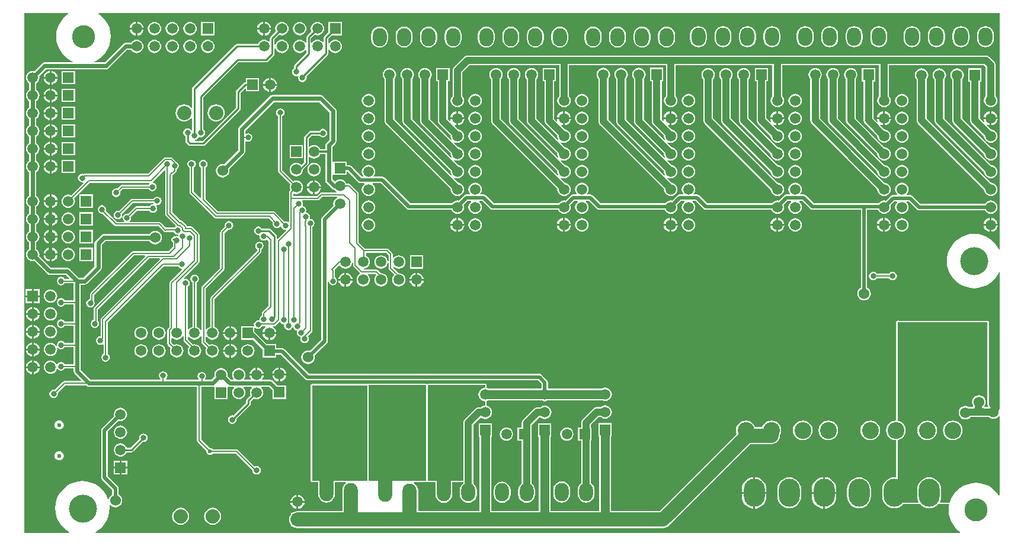
<source format=gbl>
G04 Layer_Physical_Order=2*
G04 Layer_Color=16711680*
%FSLAX44Y44*%
%MOMM*%
G71*
G01*
G75*
%ADD24R,1.5000X1.5000*%
%ADD44C,0.2000*%
%ADD45C,0.5000*%
%ADD46C,0.2540*%
%ADD48C,1.0000*%
%ADD49C,2.0000*%
%ADD50C,0.6000*%
%ADD51C,1.3000*%
%ADD55C,3.3000*%
%ADD56O,2.0000X2.6000*%
%ADD57C,2.0320*%
%ADD58C,1.0000*%
%ADD59C,1.5240*%
%ADD60C,4.0000*%
%ADD61C,0.6000*%
%ADD62C,2.4000*%
%ADD63C,1.5096*%
%ADD64O,3.0000X4.0000*%
%ADD65R,1.5000X1.5000*%
%ADD66C,1.5000*%
%ADD67C,0.8000*%
%ADD68C,0.3000*%
%ADD69R,39.0906X2.3137*%
%ADD70R,4.9276X2.6416*%
G36*
X1396666Y408839D02*
X1395421Y408591D01*
X1394872Y409915D01*
X1391682Y415120D01*
X1387718Y419762D01*
X1383075Y423727D01*
X1377870Y426917D01*
X1372230Y429253D01*
X1366293Y430679D01*
X1360207Y431158D01*
X1354121Y430679D01*
X1348185Y429253D01*
X1342545Y426917D01*
X1337339Y423727D01*
X1332697Y419762D01*
X1328732Y415120D01*
X1325542Y409915D01*
X1323206Y404275D01*
X1321781Y398338D01*
X1321302Y392252D01*
X1321781Y386166D01*
X1323206Y380230D01*
X1325542Y374590D01*
X1328732Y369384D01*
X1332697Y364742D01*
X1337339Y360777D01*
X1342545Y357587D01*
X1348185Y355251D01*
X1354121Y353826D01*
X1360207Y353347D01*
X1366293Y353826D01*
X1372230Y355251D01*
X1377870Y357587D01*
X1383075Y360777D01*
X1387718Y364742D01*
X1391682Y369384D01*
X1394872Y374590D01*
X1395421Y375913D01*
X1396666Y375665D01*
Y183585D01*
X1395464Y183177D01*
X1395140Y183598D01*
X1393018Y185227D01*
X1390546Y186251D01*
X1389164Y186433D01*
Y176352D01*
X1387894D01*
Y175082D01*
X1377814D01*
X1377995Y173700D01*
X1378539Y172387D01*
X1377834Y171331D01*
X1358138D01*
X1357432Y172387D01*
X1357661Y172938D01*
X1357843Y174320D01*
X1347762D01*
Y176860D01*
X1357843D01*
X1357661Y178242D01*
X1356890Y180103D01*
X1357637Y181373D01*
X1358990D01*
X1359770Y181529D01*
X1360432Y181971D01*
X1361936Y181960D01*
X1361942Y181955D01*
X1364414Y180932D01*
X1365796Y180750D01*
Y190830D01*
X1368336D01*
Y180750D01*
X1369718Y180932D01*
X1372190Y181955D01*
X1372203Y181966D01*
X1372536Y182039D01*
X1373339Y181990D01*
X1373756Y181879D01*
X1374044Y181713D01*
X1374320Y181529D01*
X1374387Y181515D01*
X1374445Y181482D01*
X1374775Y181438D01*
X1375101Y181373D01*
X1377834D01*
X1378539Y180317D01*
X1377995Y179004D01*
X1377814Y177622D01*
X1386624D01*
Y186433D01*
X1385242Y186251D01*
X1383040Y185339D01*
X1382991Y185328D01*
X1382777Y185351D01*
X1382185Y185562D01*
X1381576Y185911D01*
X1381537Y186005D01*
X1381349Y187434D01*
Y304811D01*
X1381194Y305591D01*
X1380751Y306253D01*
X1380090Y306695D01*
X1379310Y306850D01*
X1253429D01*
X1253374Y306890D01*
X1253087Y307112D01*
X1253052Y307121D01*
X1253023Y307143D01*
X1252669Y307226D01*
X1252319Y307321D01*
X1252283Y307316D01*
X1252248Y307325D01*
X1251890Y307266D01*
X1251530Y307220D01*
X1251499Y307202D01*
X1251463Y307197D01*
X1250274Y306752D01*
X1250243Y306733D01*
X1250208Y306726D01*
X1249906Y306524D01*
X1249597Y306333D01*
X1249576Y306304D01*
X1249546Y306284D01*
X1249344Y305982D01*
X1249132Y305687D01*
X1249124Y305652D01*
X1249104Y305622D01*
X1249033Y305266D01*
X1248950Y304912D01*
X1248956Y304877D01*
X1248949Y304842D01*
Y164599D01*
X1248450Y164161D01*
X1244795Y163680D01*
X1241390Y162269D01*
X1238465Y160025D01*
X1236221Y157101D01*
X1234810Y153695D01*
X1234329Y150040D01*
X1234810Y146385D01*
X1236221Y142980D01*
X1238465Y140055D01*
X1241390Y137811D01*
X1244795Y136400D01*
X1248450Y135919D01*
X1248949Y135482D01*
Y83535D01*
X1248008Y82683D01*
X1246162Y82864D01*
X1242829Y82536D01*
X1239625Y81564D01*
X1236672Y79985D01*
X1234083Y77861D01*
X1231959Y75273D01*
X1230380Y72319D01*
X1229408Y69115D01*
X1229080Y65782D01*
Y55782D01*
X1229408Y52450D01*
X1230380Y49245D01*
X1231959Y46292D01*
X1234083Y43703D01*
X1236672Y41579D01*
X1239625Y40000D01*
X1242829Y39028D01*
X1246162Y38700D01*
X1249495Y39028D01*
X1252699Y40000D01*
X1255652Y41579D01*
X1258241Y43703D01*
X1259071Y44715D01*
X1280476D01*
X1280722Y44764D01*
X1280972Y44776D01*
X1281109Y44841D01*
X1281257Y44870D01*
X1281465Y45009D01*
X1281691Y45116D01*
X1282574Y45072D01*
X1283061Y44894D01*
X1283152Y44837D01*
X1284083Y43703D01*
X1286671Y41579D01*
X1289625Y40000D01*
X1292829Y39028D01*
X1296162Y38700D01*
X1299494Y39028D01*
X1302699Y40000D01*
X1305652Y41579D01*
X1308241Y43703D01*
X1309171Y44837D01*
X1309263Y44894D01*
X1309749Y45072D01*
X1310633Y45116D01*
X1310859Y45009D01*
X1311067Y44870D01*
X1311215Y44841D01*
X1311352Y44776D01*
X1311602Y44764D01*
X1311848Y44715D01*
X1323892D01*
X1324678Y43717D01*
X1324321Y42230D01*
X1323842Y36144D01*
X1324321Y30058D01*
X1325746Y24122D01*
X1328082Y18482D01*
X1331272Y13276D01*
X1335237Y8634D01*
X1339879Y4669D01*
X1340063Y4556D01*
X1339719Y3334D01*
X105164D01*
X104805Y4604D01*
X109057Y7209D01*
X113699Y11174D01*
X117664Y15816D01*
X120854Y21021D01*
X123190Y26662D01*
X124615Y32598D01*
X125094Y38684D01*
X124735Y43249D01*
X125971Y43723D01*
X126527Y42999D01*
X128537Y41457D01*
X130877Y40488D01*
X133388Y40157D01*
X135899Y40488D01*
X138239Y41457D01*
X140249Y42999D01*
X141791Y45009D01*
X142760Y47349D01*
X143091Y49860D01*
X142760Y52372D01*
X141791Y54712D01*
X140249Y56721D01*
X138239Y58263D01*
X137976Y58372D01*
Y67132D01*
X137627Y68888D01*
X136632Y70377D01*
X122228Y84781D01*
Y148036D01*
X138071Y163879D01*
X138274Y163795D01*
X140754Y163468D01*
X143234Y163795D01*
X145545Y164752D01*
X147529Y166275D01*
X149052Y168259D01*
X150009Y170570D01*
X150336Y173050D01*
X150009Y175530D01*
X149052Y177841D01*
X147529Y179826D01*
X145545Y181348D01*
X143234Y182306D01*
X140754Y182632D01*
X138274Y182306D01*
X135963Y181348D01*
X133979Y179826D01*
X132456Y177841D01*
X131498Y175530D01*
X131172Y173050D01*
X131498Y170570D01*
X131583Y170367D01*
X114396Y153181D01*
X113401Y151692D01*
X113052Y149936D01*
Y82880D01*
X113401Y81124D01*
X114396Y79636D01*
X128800Y65232D01*
Y58372D01*
X128537Y58263D01*
X126527Y56721D01*
X124985Y54712D01*
X124016Y52372D01*
X123982Y52113D01*
X122678Y51942D01*
X120854Y56347D01*
X117664Y61552D01*
X113699Y66194D01*
X109057Y70159D01*
X103851Y73349D01*
X98211Y75685D01*
X92275Y77111D01*
X86189Y77590D01*
X80102Y77111D01*
X74166Y75685D01*
X68526Y73349D01*
X63321Y70159D01*
X58678Y66194D01*
X54714Y61552D01*
X51524Y56347D01*
X49187Y50707D01*
X47762Y44770D01*
X47283Y38684D01*
X47762Y32598D01*
X49187Y26662D01*
X51524Y21021D01*
X54714Y15816D01*
X58678Y11174D01*
X63321Y7209D01*
X67572Y4604D01*
X67214Y3334D01*
X3334D01*
Y746666D01*
X65688D01*
X66033Y745444D01*
X64857Y744723D01*
X60215Y740758D01*
X56250Y736116D01*
X53060Y730911D01*
X50724Y725270D01*
X49299Y719334D01*
X48820Y713248D01*
X49299Y707162D01*
X50724Y701226D01*
X53060Y695585D01*
X56250Y690380D01*
X60215Y685738D01*
X64857Y681773D01*
X70063Y678583D01*
X72427Y677604D01*
X72179Y676358D01*
X32196D01*
X30245Y675970D01*
X28592Y674865D01*
X17413Y663686D01*
X15316Y663962D01*
X12836Y663636D01*
X10525Y662678D01*
X8540Y661156D01*
X7018Y659171D01*
X6061Y656860D01*
X5734Y654380D01*
X6061Y651900D01*
X7018Y649589D01*
X8540Y647605D01*
X10218Y646318D01*
Y637043D01*
X8540Y635756D01*
X7018Y633771D01*
X6061Y631460D01*
X5734Y628980D01*
X6061Y626500D01*
X7018Y624189D01*
X8540Y622205D01*
X10218Y620918D01*
Y611643D01*
X8540Y610356D01*
X7018Y608371D01*
X6061Y606060D01*
X5734Y603580D01*
X6061Y601100D01*
X7018Y598789D01*
X8540Y596805D01*
X10218Y595518D01*
Y586243D01*
X8540Y584956D01*
X7018Y582971D01*
X6061Y580660D01*
X5734Y578180D01*
X6061Y575700D01*
X7018Y573389D01*
X8540Y571405D01*
X10218Y570117D01*
Y560843D01*
X8540Y559556D01*
X7018Y557571D01*
X6061Y555260D01*
X5734Y552780D01*
X6061Y550300D01*
X7018Y547989D01*
X8540Y546005D01*
X10218Y544717D01*
Y535443D01*
X8541Y534156D01*
X7018Y532171D01*
X6061Y529860D01*
X5734Y527380D01*
X6061Y524900D01*
X7018Y522589D01*
X8541Y520605D01*
X10218Y519318D01*
Y485910D01*
X8545Y484626D01*
X7022Y482641D01*
X6065Y480330D01*
X5738Y477850D01*
X6065Y475370D01*
X7022Y473059D01*
X8545Y471075D01*
X10218Y469791D01*
Y460510D01*
X8545Y459226D01*
X7022Y457241D01*
X6065Y454930D01*
X5738Y452450D01*
X6065Y449970D01*
X7022Y447659D01*
X8545Y445675D01*
X10218Y444391D01*
Y435110D01*
X8545Y433826D01*
X7022Y431841D01*
X6065Y429530D01*
X5738Y427050D01*
X6065Y424570D01*
X7022Y422259D01*
X8545Y420275D01*
X10218Y418991D01*
Y409710D01*
X8545Y408426D01*
X7022Y406441D01*
X6065Y404130D01*
X5738Y401650D01*
X6065Y399170D01*
X7022Y396859D01*
X8545Y394875D01*
X10529Y393352D01*
X12840Y392395D01*
X15320Y392068D01*
X17416Y392344D01*
X35845Y373915D01*
X37499Y372810D01*
X39450Y372422D01*
X62538D01*
X67178Y367782D01*
X66692Y366609D01*
X61062D01*
X60216Y367876D01*
X58231Y369202D01*
X55890Y369668D01*
X53549Y369202D01*
X51564Y367876D01*
X50238Y365891D01*
X49772Y363550D01*
X50238Y361209D01*
X51564Y359225D01*
X53549Y357898D01*
X55890Y357433D01*
X58231Y357898D01*
X60216Y359225D01*
X61062Y360491D01*
X73522D01*
Y336129D01*
X61062D01*
X60216Y337396D01*
X58231Y338722D01*
X55890Y339188D01*
X53549Y338722D01*
X51564Y337396D01*
X50238Y335411D01*
X49772Y333070D01*
X50238Y330729D01*
X51564Y328745D01*
X53549Y327418D01*
X55890Y326953D01*
X58231Y327418D01*
X60216Y328745D01*
X61062Y330011D01*
X73522D01*
Y305649D01*
X61062D01*
X60216Y306916D01*
X58231Y308242D01*
X55890Y308708D01*
X53549Y308242D01*
X51564Y306916D01*
X50238Y304931D01*
X49772Y302590D01*
X50238Y300249D01*
X51564Y298265D01*
X53549Y296938D01*
X55890Y296473D01*
X58231Y296938D01*
X60216Y298265D01*
X61062Y299531D01*
X73522D01*
Y275169D01*
X61062D01*
X60216Y276436D01*
X58231Y277762D01*
X55890Y278228D01*
X53549Y277762D01*
X51564Y276436D01*
X50238Y274451D01*
X49772Y272110D01*
X49895Y271495D01*
X48707Y270957D01*
X47495Y272536D01*
X45511Y274058D01*
X43200Y275016D01*
X40720Y275342D01*
X38240Y275016D01*
X35929Y274058D01*
X33945Y272536D01*
X32422Y270551D01*
X31465Y268240D01*
X31138Y265760D01*
X31465Y263280D01*
X32422Y260969D01*
X33945Y258985D01*
X35929Y257462D01*
X38240Y256505D01*
X40720Y256178D01*
X43200Y256505D01*
X45511Y257462D01*
X47495Y258985D01*
X49018Y260969D01*
X49976Y263280D01*
X50302Y265760D01*
X50035Y267787D01*
X51256Y268246D01*
X51564Y267785D01*
X53549Y266458D01*
X55890Y265993D01*
X58231Y266458D01*
X60216Y267785D01*
X61062Y269051D01*
X73522D01*
Y244689D01*
X61062D01*
X60216Y245956D01*
X58231Y247282D01*
X55890Y247748D01*
X53549Y247282D01*
X51564Y245956D01*
X50635Y244566D01*
X49202Y244707D01*
X49018Y245151D01*
X47495Y247136D01*
X45511Y248658D01*
X43200Y249616D01*
X40720Y249942D01*
X38240Y249616D01*
X35929Y248658D01*
X33945Y247136D01*
X32422Y245151D01*
X31465Y242840D01*
X31138Y240360D01*
X31465Y237880D01*
X32422Y235569D01*
X33945Y233585D01*
X35929Y232062D01*
X38240Y231105D01*
X40720Y230778D01*
X43200Y231105D01*
X45511Y232062D01*
X47495Y233585D01*
X49018Y235569D01*
X49852Y237581D01*
X50754Y237821D01*
X51244Y237784D01*
X51564Y237304D01*
X53549Y235978D01*
X55890Y235513D01*
X58231Y235978D01*
X60216Y237304D01*
X61062Y238571D01*
X73522D01*
Y234464D01*
X73910Y232513D01*
X75015Y230860D01*
X84142Y221732D01*
X83656Y220559D01*
X60490D01*
X59320Y220326D01*
X58327Y219663D01*
X46744Y208081D01*
X45250Y208378D01*
X42909Y207912D01*
X40924Y206586D01*
X39598Y204601D01*
X39132Y202260D01*
X39598Y199919D01*
X40924Y197934D01*
X42909Y196608D01*
X45250Y196143D01*
X47591Y196608D01*
X49576Y197934D01*
X50902Y199919D01*
X51368Y202260D01*
X51070Y203755D01*
X61757Y214441D01*
X91433D01*
X91979Y213895D01*
X93633Y212790D01*
X95584Y212402D01*
X249963D01*
Y135458D01*
X249963Y135458D01*
X250196Y134288D01*
X250859Y133295D01*
X263512Y120642D01*
X263384Y119998D01*
X263772Y118047D01*
X264877Y116393D01*
X266531Y115288D01*
X268482Y114900D01*
X270433Y115288D01*
X272087Y116393D01*
X272452Y116939D01*
X305315D01*
X328991Y93264D01*
X328946Y93040D01*
X329412Y90699D01*
X330738Y88715D01*
X332723Y87388D01*
X335064Y86923D01*
X337405Y87388D01*
X339390Y88715D01*
X340716Y90699D01*
X341181Y93040D01*
X340716Y95381D01*
X339390Y97366D01*
X337405Y98692D01*
X335064Y99158D01*
X332723Y98692D01*
X332418Y98488D01*
X308745Y122161D01*
X307752Y122824D01*
X306582Y123057D01*
X306582Y123057D01*
X272452D01*
X272087Y123603D01*
X270433Y124708D01*
X268482Y125096D01*
X267838Y124968D01*
X256081Y136725D01*
Y212402D01*
X272072D01*
X273494Y212685D01*
X274764Y211874D01*
Y194792D01*
X293764D01*
Y211772D01*
X295034Y212438D01*
X296764Y212094D01*
X302320D01*
X302702Y210824D01*
X301366Y209083D01*
X300408Y206772D01*
X300082Y204292D01*
X300408Y201812D01*
X301366Y199501D01*
X302889Y197517D01*
X304873Y195994D01*
X307184Y195037D01*
X309664Y194710D01*
X312144Y195037D01*
X314455Y195994D01*
X316439Y197517D01*
X317962Y199501D01*
X318920Y201812D01*
X319246Y204292D01*
X318920Y206772D01*
X317962Y209083D01*
X316626Y210824D01*
X317008Y212094D01*
X327720D01*
X328102Y210824D01*
X326766Y209083D01*
X325808Y206772D01*
X325482Y204292D01*
X325808Y201812D01*
X326412Y200355D01*
X321022Y194966D01*
X320300Y193884D01*
X320046Y192608D01*
Y189417D01*
X301902Y171273D01*
X300520Y171548D01*
X298179Y171082D01*
X296194Y169756D01*
X294868Y167771D01*
X294403Y165430D01*
X294868Y163089D01*
X296194Y161105D01*
X298179Y159778D01*
X300520Y159313D01*
X302861Y159778D01*
X304846Y161105D01*
X306172Y163089D01*
X306637Y165430D01*
X306447Y166388D01*
X325737Y185679D01*
X326460Y186760D01*
X326714Y188036D01*
Y191227D01*
X331127Y195640D01*
X332584Y195037D01*
X335064Y194710D01*
X337544Y195037D01*
X339855Y195994D01*
X341839Y197517D01*
X343362Y199501D01*
X344319Y201812D01*
X344646Y204292D01*
X344319Y206772D01*
X343362Y209083D01*
X342026Y210824D01*
X342408Y212094D01*
X352818D01*
X358076Y206837D01*
Y195046D01*
X377076D01*
Y214046D01*
X365286D01*
X358535Y220797D01*
X356881Y221902D01*
X354930Y222290D01*
X343640D01*
X343014Y223560D01*
X343834Y224629D01*
X344846Y227071D01*
X345023Y228422D01*
X325105D01*
X325282Y227071D01*
X326294Y224629D01*
X327114Y223560D01*
X326488Y222290D01*
X317560D01*
X316933Y223560D01*
X317962Y224901D01*
X318920Y227212D01*
X319246Y229692D01*
X318920Y232172D01*
X317962Y234483D01*
X316439Y236468D01*
X314455Y237990D01*
X312144Y238948D01*
X309664Y239274D01*
X307184Y238948D01*
X304873Y237990D01*
X302889Y236468D01*
X301366Y234483D01*
X300408Y232172D01*
X300082Y229692D01*
X300408Y227212D01*
X301366Y224901D01*
X302395Y223560D01*
X301768Y222290D01*
X298876D01*
X293570Y227596D01*
X293846Y229692D01*
X293519Y232172D01*
X292562Y234483D01*
X291039Y236468D01*
X289055Y237990D01*
X286744Y238948D01*
X284264Y239274D01*
X281784Y238948D01*
X279473Y237990D01*
X277488Y236468D01*
X275966Y234483D01*
X275009Y232172D01*
X274682Y229692D01*
X274958Y227596D01*
X269960Y222598D01*
X262353D01*
X261674Y223868D01*
X262478Y225071D01*
X262943Y227412D01*
X262478Y229753D01*
X261152Y231738D01*
X259167Y233064D01*
X256826Y233530D01*
X254485Y233064D01*
X252500Y231738D01*
X251174Y229753D01*
X250708Y227412D01*
X251174Y225071D01*
X251978Y223868D01*
X251299Y222598D01*
X206092D01*
X205707Y223868D01*
X206043Y224093D01*
X207369Y226077D01*
X207835Y228419D01*
X207369Y230760D01*
X206043Y232744D01*
X204059Y234070D01*
X201718Y234536D01*
X199377Y234070D01*
X197392Y232744D01*
X196066Y230760D01*
X195600Y228419D01*
X196066Y226077D01*
X197392Y224093D01*
X197728Y223868D01*
X197343Y222598D01*
X97696D01*
X83718Y236576D01*
Y241630D01*
Y272110D01*
Y302590D01*
Y358452D01*
X89570D01*
X91521Y358840D01*
X93175Y359945D01*
X112225Y378995D01*
X113330Y380649D01*
X113718Y382600D01*
Y414987D01*
X119159Y420428D01*
X181816D01*
X183169Y418665D01*
X185179Y417123D01*
X187519Y416154D01*
X190030Y415823D01*
X192541Y416154D01*
X194881Y417123D01*
X196891Y418665D01*
X198433Y420675D01*
X199402Y423015D01*
X199733Y425526D01*
X199402Y428037D01*
X198433Y430378D01*
X196891Y432387D01*
X194881Y433929D01*
X192541Y434899D01*
X190030Y435229D01*
X187519Y434899D01*
X185179Y433929D01*
X183169Y432387D01*
X181816Y430624D01*
X117047D01*
X115096Y430236D01*
X113442Y429131D01*
X105015Y420704D01*
X103910Y419050D01*
X103522Y417099D01*
Y384712D01*
X87458Y368648D01*
X80732D01*
X68255Y381125D01*
X66601Y382230D01*
X64650Y382618D01*
X41562D01*
X24626Y399554D01*
X24902Y401650D01*
X24576Y404130D01*
X23618Y406441D01*
X22095Y408426D01*
X20414Y409716D01*
Y418984D01*
X22095Y420275D01*
X23618Y422259D01*
X24576Y424570D01*
X24902Y427050D01*
X24576Y429530D01*
X23618Y431841D01*
X22095Y433826D01*
X20414Y435116D01*
Y444384D01*
X22095Y445675D01*
X23618Y447659D01*
X24576Y449970D01*
X24902Y452450D01*
X24576Y454930D01*
X23618Y457241D01*
X22095Y459226D01*
X20414Y460516D01*
Y469785D01*
X22095Y471075D01*
X23618Y473059D01*
X24576Y475370D01*
X24902Y477850D01*
X24576Y480330D01*
X23618Y482641D01*
X22095Y484626D01*
X20414Y485916D01*
Y519318D01*
X22092Y520605D01*
X23614Y522589D01*
X24571Y524900D01*
X24898Y527380D01*
X24571Y529860D01*
X23614Y532171D01*
X22092Y534156D01*
X20414Y535443D01*
Y544718D01*
X22091Y546005D01*
X23614Y547989D01*
X24571Y550300D01*
X24898Y552780D01*
X24571Y555260D01*
X23614Y557571D01*
X22091Y559556D01*
X20414Y560843D01*
Y570118D01*
X22091Y571405D01*
X23614Y573389D01*
X24571Y575700D01*
X24898Y578180D01*
X24571Y580660D01*
X23614Y582971D01*
X22091Y584956D01*
X20414Y586243D01*
Y595518D01*
X22091Y596805D01*
X23614Y598789D01*
X24571Y601100D01*
X24898Y603580D01*
X24571Y606060D01*
X23614Y608371D01*
X22091Y610356D01*
X20414Y611643D01*
Y620918D01*
X22091Y622205D01*
X23614Y624189D01*
X24571Y626500D01*
X24898Y628980D01*
X24571Y631460D01*
X23614Y633771D01*
X22091Y635756D01*
X20414Y637043D01*
Y646318D01*
X22091Y647605D01*
X23614Y649589D01*
X24571Y651900D01*
X24898Y654380D01*
X24622Y656476D01*
X34308Y666162D01*
X120042D01*
X121993Y666551D01*
X123647Y667656D01*
X149934Y693942D01*
X155645D01*
X156932Y692265D01*
X158917Y690742D01*
X161228Y689785D01*
X163708Y689458D01*
X166188Y689785D01*
X168499Y690742D01*
X170483Y692265D01*
X172006Y694249D01*
X172963Y696560D01*
X173290Y699040D01*
X172963Y701520D01*
X172006Y703831D01*
X170483Y705816D01*
X168499Y707338D01*
X166188Y708296D01*
X163708Y708622D01*
X161228Y708296D01*
X158917Y707338D01*
X156932Y705816D01*
X155645Y704138D01*
X147822D01*
X145871Y703750D01*
X144217Y702645D01*
X117931Y676358D01*
X103272D01*
X103024Y677604D01*
X105388Y678583D01*
X110593Y681773D01*
X115236Y685738D01*
X119200Y690380D01*
X122390Y695585D01*
X124727Y701226D01*
X126152Y707162D01*
X126631Y713248D01*
X126152Y719334D01*
X124727Y725270D01*
X122390Y730911D01*
X119200Y736116D01*
X115236Y740758D01*
X110593Y744723D01*
X109418Y745444D01*
X109762Y746666D01*
X1396666D01*
Y408839D01*
D02*
G37*
G36*
X1252591Y304811D02*
X1379310D01*
Y187300D01*
X1379550Y185473D01*
X1379878Y184683D01*
X1379029Y183413D01*
X1375101D01*
X1374474Y184683D01*
X1375469Y185979D01*
X1376438Y188319D01*
X1376769Y190830D01*
X1376438Y193342D01*
X1375469Y195682D01*
X1373927Y197691D01*
X1371918Y199233D01*
X1369577Y200203D01*
X1367066Y200533D01*
X1364555Y200203D01*
X1362215Y199233D01*
X1360205Y197691D01*
X1358663Y195682D01*
X1357694Y193342D01*
X1357363Y190830D01*
X1357694Y188319D01*
X1358663Y185979D01*
X1358990Y185553D01*
Y183413D01*
X1353370D01*
X1352614Y183993D01*
X1350273Y184963D01*
X1347762Y185293D01*
X1345251Y184963D01*
X1342910Y183993D01*
X1340901Y182451D01*
X1339359Y180442D01*
X1338390Y178102D01*
X1338059Y175590D01*
X1338390Y173079D01*
X1339359Y170739D01*
X1340901Y168729D01*
X1342910Y167187D01*
X1345251Y166218D01*
X1347762Y165887D01*
X1350273Y166218D01*
X1352614Y167187D01*
X1354623Y168729D01*
X1355055Y169292D01*
X1381293D01*
X1383042Y167949D01*
X1385383Y166980D01*
X1387894Y166649D01*
X1390405Y166980D01*
X1392746Y167949D01*
X1394755Y169491D01*
X1395396Y170327D01*
X1396666Y169895D01*
Y57364D01*
X1395444Y57019D01*
X1394223Y59012D01*
X1390258Y63654D01*
X1385615Y67619D01*
X1380410Y70809D01*
X1374770Y73145D01*
X1368833Y74571D01*
X1362747Y75050D01*
X1356661Y74571D01*
X1350725Y73145D01*
X1345085Y70809D01*
X1339879Y67619D01*
X1335237Y63654D01*
X1331272Y59012D01*
X1328082Y53807D01*
X1325746Y48167D01*
X1325407Y46754D01*
X1311848D01*
X1311195Y47843D01*
X1311944Y49245D01*
X1312916Y52450D01*
X1313244Y55782D01*
Y65782D01*
X1312916Y69115D01*
X1311944Y72319D01*
X1310365Y75273D01*
X1308241Y77861D01*
X1305652Y79985D01*
X1302699Y81564D01*
X1299494Y82536D01*
X1296162Y82864D01*
X1292829Y82536D01*
X1289625Y81564D01*
X1286671Y79985D01*
X1284083Y77861D01*
X1281958Y75273D01*
X1280380Y72319D01*
X1279408Y69115D01*
X1279080Y65782D01*
Y55782D01*
X1279408Y52450D01*
X1280380Y49245D01*
X1281129Y47843D01*
X1280476Y46754D01*
X1250988D01*
Y136253D01*
X1252105Y136400D01*
X1255510Y137811D01*
X1258435Y140055D01*
X1260679Y142980D01*
X1262090Y146385D01*
X1262571Y150040D01*
X1262090Y153695D01*
X1260679Y157101D01*
X1258435Y160025D01*
X1255510Y162269D01*
X1252105Y163680D01*
X1250988Y163827D01*
Y304842D01*
X1252178Y305287D01*
X1252591Y304811D01*
D02*
G37*
%LPC*%
G36*
X164978Y734399D02*
Y725710D01*
X173667D01*
X173489Y727061D01*
X172478Y729503D01*
X170868Y731601D01*
X168771Y733210D01*
X166329Y734222D01*
X164978Y734399D01*
D02*
G37*
G36*
X347096D02*
Y725710D01*
X355785D01*
X355607Y727061D01*
X354596Y729503D01*
X352986Y731601D01*
X350889Y733210D01*
X348447Y734222D01*
X347096Y734399D01*
D02*
G37*
G36*
X162438D02*
X161087Y734222D01*
X158644Y733210D01*
X156547Y731601D01*
X154938Y729503D01*
X153926Y727061D01*
X153748Y725710D01*
X162438D01*
Y734399D01*
D02*
G37*
G36*
X344556D02*
X343205Y734222D01*
X340762Y733210D01*
X338665Y731601D01*
X337056Y729503D01*
X336044Y727061D01*
X335866Y725710D01*
X344556D01*
Y734399D01*
D02*
G37*
G36*
X274808Y733940D02*
X255808D01*
Y714940D01*
X274808D01*
Y733940D01*
D02*
G37*
G36*
X396626Y734022D02*
X394146Y733696D01*
X391835Y732738D01*
X389850Y731216D01*
X388327Y729231D01*
X387370Y726920D01*
X387044Y724440D01*
X387370Y721960D01*
X388327Y719649D01*
X389850Y717665D01*
X391835Y716142D01*
X394146Y715185D01*
X396626Y714858D01*
X399106Y715185D01*
X401417Y716142D01*
X403401Y717665D01*
X404924Y719649D01*
X405881Y721960D01*
X406208Y724440D01*
X405881Y726920D01*
X404924Y729231D01*
X403401Y731216D01*
X401417Y732738D01*
X399106Y733696D01*
X396626Y734022D01*
D02*
G37*
G36*
X371226D02*
X368746Y733696D01*
X366435Y732738D01*
X364450Y731216D01*
X362928Y729231D01*
X361970Y726920D01*
X361644Y724440D01*
X361970Y721960D01*
X362574Y720503D01*
X355059Y712988D01*
X354336Y711906D01*
X354082Y710630D01*
Y705861D01*
X352879Y705453D01*
X352601Y705816D01*
X350617Y707338D01*
X348306Y708296D01*
X345826Y708622D01*
X343346Y708296D01*
X341035Y707338D01*
X339050Y705816D01*
X337528Y703831D01*
X336924Y702374D01*
X306826D01*
X305550Y702120D01*
X304468Y701397D01*
X243806Y640736D01*
X243084Y639654D01*
X242830Y638378D01*
Y611251D01*
X241560Y610820D01*
X240109Y612711D01*
X237568Y614660D01*
X234611Y615885D01*
X231436Y616303D01*
X228262Y615885D01*
X225304Y614660D01*
X222764Y612711D01*
X220814Y610171D01*
X219589Y607213D01*
X219171Y604038D01*
X219589Y600864D01*
X220814Y597906D01*
X222764Y595366D01*
X225304Y593417D01*
X228262Y592191D01*
X231436Y591773D01*
X234611Y592191D01*
X237568Y593417D01*
X240109Y595366D01*
X241560Y597257D01*
X242830Y596826D01*
Y579493D01*
X241560Y579107D01*
X240838Y580188D01*
X238853Y581514D01*
X236512Y581980D01*
X234171Y581514D01*
X232186Y580188D01*
X230860Y578204D01*
X230394Y575862D01*
X230860Y573521D01*
X232186Y571537D01*
X233178Y570874D01*
Y563702D01*
X233432Y562426D01*
X234154Y561345D01*
X237456Y558043D01*
X238538Y557320D01*
X239814Y557066D01*
X259118D01*
X260394Y557320D01*
X261476Y558043D01*
X311260Y607827D01*
X311982Y608908D01*
X312236Y610184D01*
Y632679D01*
X318295Y638738D01*
X319468Y638252D01*
Y634720D01*
X338468D01*
Y653720D01*
X319468D01*
Y647554D01*
X319062D01*
X317786Y647300D01*
X316704Y646578D01*
X306544Y636418D01*
X305822Y635336D01*
X305568Y634060D01*
Y611565D01*
X257737Y563734D01*
X247046D01*
X246952Y563812D01*
X247038Y564685D01*
X247269Y565171D01*
X248505Y565416D01*
X250490Y566743D01*
X251816Y568727D01*
X251935Y569324D01*
X253108Y569810D01*
X253221Y569734D01*
X255562Y569269D01*
X257903Y569734D01*
X259888Y571060D01*
X261214Y573045D01*
X261679Y575386D01*
X261214Y577727D01*
X259888Y579712D01*
X258896Y580375D01*
Y626075D01*
X309013Y676192D01*
X348780D01*
X350056Y676446D01*
X351138Y677169D01*
X359774Y685805D01*
X360496Y686886D01*
X360750Y688162D01*
Y696327D01*
X361970Y696560D01*
X362928Y694249D01*
X364450Y692265D01*
X366435Y690742D01*
X368746Y689785D01*
X371226Y689458D01*
X373706Y689785D01*
X376017Y690742D01*
X378001Y692265D01*
X379524Y694249D01*
X380481Y696560D01*
X380808Y699040D01*
X380481Y701520D01*
X379524Y703831D01*
X378001Y705816D01*
X376017Y707338D01*
X373706Y708296D01*
X371226Y708622D01*
X368746Y708296D01*
X366435Y707338D01*
X364450Y705816D01*
X362928Y703831D01*
X361970Y701520D01*
X360750Y701753D01*
Y709249D01*
X367289Y715788D01*
X368746Y715185D01*
X371226Y714858D01*
X373706Y715185D01*
X376017Y716142D01*
X378001Y717665D01*
X379524Y719649D01*
X380481Y721960D01*
X380808Y724440D01*
X380481Y726920D01*
X379524Y729231D01*
X378001Y731216D01*
X376017Y732738D01*
X373706Y733696D01*
X371226Y734022D01*
D02*
G37*
G36*
X239908D02*
X237428Y733696D01*
X235117Y732738D01*
X233132Y731216D01*
X231609Y729231D01*
X230652Y726920D01*
X230326Y724440D01*
X230652Y721960D01*
X231609Y719649D01*
X233132Y717665D01*
X235117Y716142D01*
X237428Y715185D01*
X239908Y714858D01*
X242388Y715185D01*
X244699Y716142D01*
X246683Y717665D01*
X248206Y719649D01*
X249163Y721960D01*
X249490Y724440D01*
X249163Y726920D01*
X248206Y729231D01*
X246683Y731216D01*
X244699Y732738D01*
X242388Y733696D01*
X239908Y734022D01*
D02*
G37*
G36*
X214508D02*
X212028Y733696D01*
X209717Y732738D01*
X207732Y731216D01*
X206210Y729231D01*
X205252Y726920D01*
X204926Y724440D01*
X205252Y721960D01*
X206210Y719649D01*
X207732Y717665D01*
X209717Y716142D01*
X212028Y715185D01*
X214508Y714858D01*
X216988Y715185D01*
X219299Y716142D01*
X221283Y717665D01*
X222806Y719649D01*
X223763Y721960D01*
X224090Y724440D01*
X223763Y726920D01*
X222806Y729231D01*
X221283Y731216D01*
X219299Y732738D01*
X216988Y733696D01*
X214508Y734022D01*
D02*
G37*
G36*
X189108D02*
X186628Y733696D01*
X184317Y732738D01*
X182332Y731216D01*
X180809Y729231D01*
X179852Y726920D01*
X179526Y724440D01*
X179852Y721960D01*
X180809Y719649D01*
X182332Y717665D01*
X184317Y716142D01*
X186628Y715185D01*
X189108Y714858D01*
X191588Y715185D01*
X193899Y716142D01*
X195883Y717665D01*
X197406Y719649D01*
X198363Y721960D01*
X198690Y724440D01*
X198363Y726920D01*
X197406Y729231D01*
X195883Y731216D01*
X193899Y732738D01*
X191588Y733696D01*
X189108Y734022D01*
D02*
G37*
G36*
X355785Y723170D02*
X347096D01*
Y714481D01*
X348447Y714659D01*
X350889Y715670D01*
X352986Y717280D01*
X354596Y719377D01*
X355607Y721819D01*
X355785Y723170D01*
D02*
G37*
G36*
X173667D02*
X164978D01*
Y714481D01*
X166329Y714659D01*
X168771Y715670D01*
X170868Y717280D01*
X172478Y719377D01*
X173489Y721819D01*
X173667Y723170D01*
D02*
G37*
G36*
X344556D02*
X335866D01*
X336044Y721819D01*
X337056Y719377D01*
X338665Y717280D01*
X340762Y715670D01*
X343205Y714659D01*
X344556Y714481D01*
Y723170D01*
D02*
G37*
G36*
X162438D02*
X153748D01*
X153926Y721819D01*
X154938Y719377D01*
X156547Y717280D01*
X158644Y715670D01*
X161087Y714659D01*
X162438Y714481D01*
Y723170D01*
D02*
G37*
G36*
X422026Y734022D02*
X419546Y733696D01*
X417235Y732738D01*
X415250Y731216D01*
X413727Y729231D01*
X412770Y726920D01*
X412444Y724440D01*
X412770Y721960D01*
X413374Y720503D01*
X406875Y714004D01*
X406152Y712922D01*
X405898Y711646D01*
Y704648D01*
X404628Y704217D01*
X403401Y705816D01*
X401417Y707338D01*
X399106Y708296D01*
X396626Y708622D01*
X394146Y708296D01*
X391835Y707338D01*
X389850Y705816D01*
X388327Y703831D01*
X387370Y701520D01*
X387044Y699040D01*
X387370Y696560D01*
X388327Y694249D01*
X389850Y692265D01*
X391835Y690742D01*
X394146Y689785D01*
X396626Y689458D01*
X399106Y689785D01*
X401417Y690742D01*
X403401Y692265D01*
X404628Y693863D01*
X405898Y693432D01*
Y689289D01*
X389603Y672994D01*
X388880Y671912D01*
X388626Y670636D01*
Y667497D01*
X387634Y666834D01*
X386308Y664849D01*
X385843Y662508D01*
X386308Y660167D01*
X387634Y658183D01*
X389619Y656856D01*
X391960Y656391D01*
X393715Y656740D01*
X394782Y655807D01*
X394803Y655760D01*
X394478Y654126D01*
X394944Y651785D01*
X396270Y649800D01*
X398255Y648474D01*
X400596Y648009D01*
X402937Y648474D01*
X404922Y649800D01*
X406248Y651785D01*
X406713Y654126D01*
X406270Y656355D01*
X436735Y686821D01*
X437458Y687902D01*
X437712Y689178D01*
Y694348D01*
X438982Y694600D01*
X439128Y694249D01*
X440650Y692265D01*
X442635Y690742D01*
X444946Y689785D01*
X447426Y689458D01*
X449906Y689785D01*
X452217Y690742D01*
X454201Y692265D01*
X455724Y694249D01*
X456681Y696560D01*
X457008Y699040D01*
X456681Y701520D01*
X455724Y703831D01*
X454201Y705816D01*
X452217Y707338D01*
X449906Y708296D01*
X447426Y708622D01*
X444946Y708296D01*
X442635Y707338D01*
X440650Y705816D01*
X439128Y703831D01*
X438982Y703480D01*
X437712Y703733D01*
Y710012D01*
X442641Y714940D01*
X456926D01*
Y733940D01*
X437926D01*
Y719655D01*
X432020Y713750D01*
X431298Y712668D01*
X431044Y711393D01*
Y704979D01*
X429774Y704548D01*
X428801Y705816D01*
X426817Y707338D01*
X424506Y708296D01*
X422026Y708622D01*
X419546Y708296D01*
X417235Y707338D01*
X415250Y705816D01*
X413836Y703973D01*
X413346Y703995D01*
X412566Y704329D01*
Y710266D01*
X418089Y715788D01*
X419546Y715185D01*
X422026Y714858D01*
X424506Y715185D01*
X426817Y716142D01*
X428801Y717665D01*
X430324Y719649D01*
X431281Y721960D01*
X431608Y724440D01*
X431281Y726920D01*
X430324Y729231D01*
X428801Y731216D01*
X426817Y732738D01*
X424506Y733696D01*
X422026Y734022D01*
D02*
G37*
G36*
X1376430Y728052D02*
X1373297Y727639D01*
X1370378Y726430D01*
X1367872Y724507D01*
X1365948Y722000D01*
X1364739Y719081D01*
X1364326Y715948D01*
Y709948D01*
X1364739Y706815D01*
X1365948Y703896D01*
X1367872Y701389D01*
X1370378Y699466D01*
X1373297Y698257D01*
X1376430Y697844D01*
X1379563Y698257D01*
X1382482Y699466D01*
X1384989Y701389D01*
X1386912Y703896D01*
X1388121Y706815D01*
X1388533Y709948D01*
Y715948D01*
X1388121Y719081D01*
X1386912Y722000D01*
X1384989Y724507D01*
X1382482Y726430D01*
X1379563Y727639D01*
X1376430Y728052D01*
D02*
G37*
G36*
X1341430D02*
X1338297Y727639D01*
X1335378Y726430D01*
X1332871Y724507D01*
X1330948Y722000D01*
X1329739Y719081D01*
X1329326Y715948D01*
Y709948D01*
X1329739Y706815D01*
X1330948Y703896D01*
X1332871Y701389D01*
X1335378Y699466D01*
X1338297Y698257D01*
X1341430Y697844D01*
X1344562Y698257D01*
X1347482Y699466D01*
X1349988Y701389D01*
X1351912Y703896D01*
X1353121Y706815D01*
X1353533Y709948D01*
Y715948D01*
X1353121Y719081D01*
X1351912Y722000D01*
X1349988Y724507D01*
X1347482Y726430D01*
X1344562Y727639D01*
X1341430Y728052D01*
D02*
G37*
G36*
X1306430D02*
X1303297Y727639D01*
X1300378Y726430D01*
X1297871Y724507D01*
X1295948Y722000D01*
X1294738Y719081D01*
X1294326Y715948D01*
Y709948D01*
X1294738Y706815D01*
X1295948Y703896D01*
X1297871Y701389D01*
X1300378Y699466D01*
X1303297Y698257D01*
X1306430Y697844D01*
X1309562Y698257D01*
X1312481Y699466D01*
X1314988Y701389D01*
X1316912Y703896D01*
X1318121Y706815D01*
X1318533Y709948D01*
Y715948D01*
X1318121Y719081D01*
X1316912Y722000D01*
X1314988Y724507D01*
X1312481Y726430D01*
X1309562Y727639D01*
X1306430Y728052D01*
D02*
G37*
G36*
X1271430D02*
X1268297Y727639D01*
X1265378Y726430D01*
X1262871Y724507D01*
X1260948Y722000D01*
X1259739Y719081D01*
X1259326Y715948D01*
Y709948D01*
X1259739Y706815D01*
X1260948Y703896D01*
X1262871Y701389D01*
X1265378Y699466D01*
X1268297Y698257D01*
X1271430Y697844D01*
X1274563Y698257D01*
X1277482Y699466D01*
X1279988Y701389D01*
X1281912Y703896D01*
X1283121Y706815D01*
X1283533Y709948D01*
Y715948D01*
X1283121Y719081D01*
X1281912Y722000D01*
X1279988Y724507D01*
X1277482Y726430D01*
X1274563Y727639D01*
X1271430Y728052D01*
D02*
G37*
G36*
X1223930D02*
X1220797Y727639D01*
X1217878Y726430D01*
X1215371Y724507D01*
X1213448Y722000D01*
X1212239Y719081D01*
X1211826Y715948D01*
Y709948D01*
X1212239Y706815D01*
X1213448Y703896D01*
X1215371Y701389D01*
X1217878Y699466D01*
X1220797Y698257D01*
X1223930Y697844D01*
X1227063Y698257D01*
X1229982Y699466D01*
X1232488Y701389D01*
X1234412Y703896D01*
X1235621Y706815D01*
X1236033Y709948D01*
Y715948D01*
X1235621Y719081D01*
X1234412Y722000D01*
X1232488Y724507D01*
X1229982Y726430D01*
X1227063Y727639D01*
X1223930Y728052D01*
D02*
G37*
G36*
X1188930D02*
X1185797Y727639D01*
X1182878Y726430D01*
X1180371Y724507D01*
X1178448Y722000D01*
X1177239Y719081D01*
X1176826Y715948D01*
Y709948D01*
X1177239Y706815D01*
X1178448Y703896D01*
X1180371Y701389D01*
X1182878Y699466D01*
X1185797Y698257D01*
X1188930Y697844D01*
X1192062Y698257D01*
X1194982Y699466D01*
X1197488Y701389D01*
X1199412Y703896D01*
X1200621Y706815D01*
X1201033Y709948D01*
Y715948D01*
X1200621Y719081D01*
X1199412Y722000D01*
X1197488Y724507D01*
X1194982Y726430D01*
X1192062Y727639D01*
X1188930Y728052D01*
D02*
G37*
G36*
X1153930D02*
X1150797Y727639D01*
X1147878Y726430D01*
X1145371Y724507D01*
X1143448Y722000D01*
X1142239Y719081D01*
X1141826Y715948D01*
Y709948D01*
X1142239Y706815D01*
X1143448Y703896D01*
X1145371Y701389D01*
X1147878Y699466D01*
X1150797Y698257D01*
X1153930Y697844D01*
X1157063Y698257D01*
X1159982Y699466D01*
X1162488Y701389D01*
X1164412Y703896D01*
X1165621Y706815D01*
X1166034Y709948D01*
Y715948D01*
X1165621Y719081D01*
X1164412Y722000D01*
X1162488Y724507D01*
X1159982Y726430D01*
X1157063Y727639D01*
X1153930Y728052D01*
D02*
G37*
G36*
X1118930D02*
X1115797Y727639D01*
X1112878Y726430D01*
X1110371Y724507D01*
X1108448Y722000D01*
X1107239Y719081D01*
X1106826Y715948D01*
Y709948D01*
X1107239Y706815D01*
X1108448Y703896D01*
X1110371Y701389D01*
X1112878Y699466D01*
X1115797Y698257D01*
X1118930Y697844D01*
X1122063Y698257D01*
X1124982Y699466D01*
X1127488Y701389D01*
X1129412Y703896D01*
X1130621Y706815D01*
X1131033Y709948D01*
Y715948D01*
X1130621Y719081D01*
X1129412Y722000D01*
X1127488Y724507D01*
X1124982Y726430D01*
X1122063Y727639D01*
X1118930Y728052D01*
D02*
G37*
G36*
X1071430D02*
X1068297Y727639D01*
X1065378Y726430D01*
X1062871Y724507D01*
X1060948Y722000D01*
X1059739Y719081D01*
X1059326Y715948D01*
Y709948D01*
X1059739Y706815D01*
X1060948Y703896D01*
X1062871Y701389D01*
X1065378Y699466D01*
X1068297Y698257D01*
X1071430Y697844D01*
X1074562Y698257D01*
X1077482Y699466D01*
X1079988Y701389D01*
X1081912Y703896D01*
X1083121Y706815D01*
X1083533Y709948D01*
Y715948D01*
X1083121Y719081D01*
X1081912Y722000D01*
X1079988Y724507D01*
X1077482Y726430D01*
X1074562Y727639D01*
X1071430Y728052D01*
D02*
G37*
G36*
X1036430D02*
X1033297Y727639D01*
X1030378Y726430D01*
X1027871Y724507D01*
X1025948Y722000D01*
X1024738Y719081D01*
X1024326Y715948D01*
Y709948D01*
X1024738Y706815D01*
X1025948Y703896D01*
X1027871Y701389D01*
X1030378Y699466D01*
X1033297Y698257D01*
X1036430Y697844D01*
X1039562Y698257D01*
X1042481Y699466D01*
X1044988Y701389D01*
X1046912Y703896D01*
X1048121Y706815D01*
X1048533Y709948D01*
Y715948D01*
X1048121Y719081D01*
X1046912Y722000D01*
X1044988Y724507D01*
X1042481Y726430D01*
X1039562Y727639D01*
X1036430Y728052D01*
D02*
G37*
G36*
X1001430D02*
X998297Y727639D01*
X995378Y726430D01*
X992871Y724507D01*
X990948Y722000D01*
X989739Y719081D01*
X989326Y715948D01*
Y709948D01*
X989739Y706815D01*
X990948Y703896D01*
X992871Y701389D01*
X995378Y699466D01*
X998297Y698257D01*
X1001430Y697844D01*
X1004563Y698257D01*
X1007482Y699466D01*
X1009988Y701389D01*
X1011912Y703896D01*
X1013121Y706815D01*
X1013533Y709948D01*
Y715948D01*
X1013121Y719081D01*
X1011912Y722000D01*
X1009988Y724507D01*
X1007482Y726430D01*
X1004563Y727639D01*
X1001430Y728052D01*
D02*
G37*
G36*
X966430D02*
X963297Y727639D01*
X960378Y726430D01*
X957871Y724507D01*
X955948Y722000D01*
X954739Y719081D01*
X954326Y715948D01*
Y709948D01*
X954739Y706815D01*
X955948Y703896D01*
X957871Y701389D01*
X960378Y699466D01*
X963297Y698257D01*
X966430Y697844D01*
X969562Y698257D01*
X972482Y699466D01*
X974988Y701389D01*
X976912Y703896D01*
X978121Y706815D01*
X978533Y709948D01*
Y715948D01*
X978121Y719081D01*
X976912Y722000D01*
X974988Y724507D01*
X972482Y726430D01*
X969562Y727639D01*
X966430Y728052D01*
D02*
G37*
G36*
X920808Y727544D02*
X917675Y727131D01*
X914756Y725922D01*
X912249Y723998D01*
X910326Y721492D01*
X909117Y718573D01*
X908704Y715440D01*
Y709440D01*
X909117Y706307D01*
X910326Y703388D01*
X912249Y700882D01*
X914756Y698958D01*
X917675Y697749D01*
X920808Y697337D01*
X923940Y697749D01*
X926860Y698958D01*
X929366Y700882D01*
X931290Y703388D01*
X932499Y706307D01*
X932911Y709440D01*
Y715440D01*
X932499Y718573D01*
X931290Y721492D01*
X929366Y723998D01*
X926860Y725922D01*
X923940Y727131D01*
X920808Y727544D01*
D02*
G37*
G36*
X885808D02*
X882675Y727131D01*
X879756Y725922D01*
X877249Y723998D01*
X875326Y721492D01*
X874117Y718573D01*
X873704Y715440D01*
Y709440D01*
X874117Y706307D01*
X875326Y703388D01*
X877249Y700882D01*
X879756Y698958D01*
X882675Y697749D01*
X885808Y697337D01*
X888940Y697749D01*
X891859Y698958D01*
X894366Y700882D01*
X896290Y703388D01*
X897499Y706307D01*
X897911Y709440D01*
Y715440D01*
X897499Y718573D01*
X896290Y721492D01*
X894366Y723998D01*
X891859Y725922D01*
X888940Y727131D01*
X885808Y727544D01*
D02*
G37*
G36*
X850808D02*
X847675Y727131D01*
X844756Y725922D01*
X842249Y723998D01*
X840326Y721492D01*
X839117Y718573D01*
X838704Y715440D01*
Y709440D01*
X839117Y706307D01*
X840326Y703388D01*
X842249Y700882D01*
X844756Y698958D01*
X847675Y697749D01*
X850808Y697337D01*
X853941Y697749D01*
X856860Y698958D01*
X859367Y700882D01*
X861290Y703388D01*
X862499Y706307D01*
X862912Y709440D01*
Y715440D01*
X862499Y718573D01*
X861290Y721492D01*
X859367Y723998D01*
X856860Y725922D01*
X853941Y727131D01*
X850808Y727544D01*
D02*
G37*
G36*
X815808D02*
X812675Y727131D01*
X809756Y725922D01*
X807249Y723998D01*
X805326Y721492D01*
X804117Y718573D01*
X803704Y715440D01*
Y709440D01*
X804117Y706307D01*
X805326Y703388D01*
X807249Y700882D01*
X809756Y698958D01*
X812675Y697749D01*
X815808Y697337D01*
X818940Y697749D01*
X821860Y698958D01*
X824366Y700882D01*
X826290Y703388D01*
X827499Y706307D01*
X827911Y709440D01*
Y715440D01*
X827499Y718573D01*
X826290Y721492D01*
X824366Y723998D01*
X821860Y725922D01*
X818940Y727131D01*
X815808Y727544D01*
D02*
G37*
G36*
X768308D02*
X765175Y727131D01*
X762256Y725922D01*
X759749Y723998D01*
X757826Y721492D01*
X756617Y718573D01*
X756204Y715440D01*
Y709440D01*
X756617Y706307D01*
X757826Y703388D01*
X759749Y700882D01*
X762256Y698958D01*
X765175Y697749D01*
X768308Y697337D01*
X771440Y697749D01*
X774360Y698958D01*
X776866Y700882D01*
X778790Y703388D01*
X779999Y706307D01*
X780411Y709440D01*
Y715440D01*
X779999Y718573D01*
X778790Y721492D01*
X776866Y723998D01*
X774360Y725922D01*
X771440Y727131D01*
X768308Y727544D01*
D02*
G37*
G36*
X733308D02*
X730175Y727131D01*
X727256Y725922D01*
X724749Y723998D01*
X722826Y721492D01*
X721616Y718573D01*
X721204Y715440D01*
Y709440D01*
X721616Y706307D01*
X722826Y703388D01*
X724749Y700882D01*
X727256Y698958D01*
X730175Y697749D01*
X733308Y697337D01*
X736440Y697749D01*
X739359Y698958D01*
X741866Y700882D01*
X743790Y703388D01*
X744999Y706307D01*
X745411Y709440D01*
Y715440D01*
X744999Y718573D01*
X743790Y721492D01*
X741866Y723998D01*
X739359Y725922D01*
X736440Y727131D01*
X733308Y727544D01*
D02*
G37*
G36*
X698308D02*
X695175Y727131D01*
X692256Y725922D01*
X689749Y723998D01*
X687826Y721492D01*
X686617Y718573D01*
X686204Y715440D01*
Y709440D01*
X686617Y706307D01*
X687826Y703388D01*
X689749Y700882D01*
X692256Y698958D01*
X695175Y697749D01*
X698308Y697337D01*
X701441Y697749D01*
X704360Y698958D01*
X706866Y700882D01*
X708790Y703388D01*
X709999Y706307D01*
X710411Y709440D01*
Y715440D01*
X709999Y718573D01*
X708790Y721492D01*
X706866Y723998D01*
X704360Y725922D01*
X701441Y727131D01*
X698308Y727544D01*
D02*
G37*
G36*
X663308D02*
X660175Y727131D01*
X657256Y725922D01*
X654749Y723998D01*
X652826Y721492D01*
X651617Y718573D01*
X651204Y715440D01*
Y709440D01*
X651617Y706307D01*
X652826Y703388D01*
X654749Y700882D01*
X657256Y698958D01*
X660175Y697749D01*
X663308Y697337D01*
X666440Y697749D01*
X669360Y698958D01*
X671866Y700882D01*
X673790Y703388D01*
X674999Y706307D01*
X675411Y709440D01*
Y715440D01*
X674999Y718573D01*
X673790Y721492D01*
X671866Y723998D01*
X669360Y725922D01*
X666440Y727131D01*
X663308Y727544D01*
D02*
G37*
G36*
X615808D02*
X612675Y727131D01*
X609756Y725922D01*
X607249Y723998D01*
X605326Y721492D01*
X604117Y718573D01*
X603704Y715440D01*
Y709440D01*
X604117Y706307D01*
X605326Y703388D01*
X607249Y700882D01*
X609756Y698958D01*
X612675Y697749D01*
X615808Y697337D01*
X618940Y697749D01*
X621859Y698958D01*
X624366Y700882D01*
X626290Y703388D01*
X627499Y706307D01*
X627911Y709440D01*
Y715440D01*
X627499Y718573D01*
X626290Y721492D01*
X624366Y723998D01*
X621859Y725922D01*
X618940Y727131D01*
X615808Y727544D01*
D02*
G37*
G36*
X580808D02*
X577675Y727131D01*
X574756Y725922D01*
X572249Y723998D01*
X570326Y721492D01*
X569117Y718573D01*
X568704Y715440D01*
Y709440D01*
X569117Y706307D01*
X570326Y703388D01*
X572249Y700882D01*
X574756Y698958D01*
X577675Y697749D01*
X580808Y697337D01*
X583941Y697749D01*
X586860Y698958D01*
X589366Y700882D01*
X591290Y703388D01*
X592499Y706307D01*
X592911Y709440D01*
Y715440D01*
X592499Y718573D01*
X591290Y721492D01*
X589366Y723998D01*
X586860Y725922D01*
X583941Y727131D01*
X580808Y727544D01*
D02*
G37*
G36*
X545808D02*
X542675Y727131D01*
X539756Y725922D01*
X537249Y723998D01*
X535326Y721492D01*
X534117Y718573D01*
X533704Y715440D01*
Y709440D01*
X534117Y706307D01*
X535326Y703388D01*
X537249Y700882D01*
X539756Y698958D01*
X542675Y697749D01*
X545808Y697337D01*
X548940Y697749D01*
X551860Y698958D01*
X554366Y700882D01*
X556290Y703388D01*
X557499Y706307D01*
X557911Y709440D01*
Y715440D01*
X557499Y718573D01*
X556290Y721492D01*
X554366Y723998D01*
X551860Y725922D01*
X548940Y727131D01*
X545808Y727544D01*
D02*
G37*
G36*
X510808D02*
X507675Y727131D01*
X504756Y725922D01*
X502249Y723998D01*
X500326Y721492D01*
X499117Y718573D01*
X498704Y715440D01*
Y709440D01*
X499117Y706307D01*
X500326Y703388D01*
X502249Y700882D01*
X504756Y698958D01*
X507675Y697749D01*
X510808Y697337D01*
X513940Y697749D01*
X516859Y698958D01*
X519366Y700882D01*
X521290Y703388D01*
X522499Y706307D01*
X522911Y709440D01*
Y715440D01*
X522499Y718573D01*
X521290Y721492D01*
X519366Y723998D01*
X516859Y725922D01*
X513940Y727131D01*
X510808Y727544D01*
D02*
G37*
G36*
X265308Y708622D02*
X262828Y708296D01*
X260517Y707338D01*
X258532Y705816D01*
X257010Y703831D01*
X256052Y701520D01*
X255726Y699040D01*
X256052Y696560D01*
X257010Y694249D01*
X258532Y692265D01*
X260517Y690742D01*
X262828Y689785D01*
X265308Y689458D01*
X267788Y689785D01*
X270099Y690742D01*
X272083Y692265D01*
X273606Y694249D01*
X274563Y696560D01*
X274890Y699040D01*
X274563Y701520D01*
X273606Y703831D01*
X272083Y705816D01*
X270099Y707338D01*
X267788Y708296D01*
X265308Y708622D01*
D02*
G37*
G36*
X239908D02*
X237428Y708296D01*
X235117Y707338D01*
X233132Y705816D01*
X231609Y703831D01*
X230652Y701520D01*
X230326Y699040D01*
X230652Y696560D01*
X231609Y694249D01*
X233132Y692265D01*
X235117Y690742D01*
X237428Y689785D01*
X239908Y689458D01*
X242388Y689785D01*
X244699Y690742D01*
X246683Y692265D01*
X248206Y694249D01*
X249163Y696560D01*
X249490Y699040D01*
X249163Y701520D01*
X248206Y703831D01*
X246683Y705816D01*
X244699Y707338D01*
X242388Y708296D01*
X239908Y708622D01*
D02*
G37*
G36*
X214508D02*
X212028Y708296D01*
X209717Y707338D01*
X207732Y705816D01*
X206210Y703831D01*
X205252Y701520D01*
X204926Y699040D01*
X205252Y696560D01*
X206210Y694249D01*
X207732Y692265D01*
X209717Y690742D01*
X212028Y689785D01*
X214508Y689458D01*
X216988Y689785D01*
X219299Y690742D01*
X221283Y692265D01*
X222806Y694249D01*
X223763Y696560D01*
X224090Y699040D01*
X223763Y701520D01*
X222806Y703831D01*
X221283Y705816D01*
X219299Y707338D01*
X216988Y708296D01*
X214508Y708622D01*
D02*
G37*
G36*
X189108D02*
X186628Y708296D01*
X184317Y707338D01*
X182332Y705816D01*
X180809Y703831D01*
X179852Y701520D01*
X179526Y699040D01*
X179852Y696560D01*
X180809Y694249D01*
X182332Y692265D01*
X184317Y690742D01*
X186628Y689785D01*
X189108Y689458D01*
X191588Y689785D01*
X193899Y690742D01*
X195883Y692265D01*
X197406Y694249D01*
X198363Y696560D01*
X198690Y699040D01*
X198363Y701520D01*
X197406Y703831D01*
X195883Y705816D01*
X193899Y707338D01*
X191588Y708296D01*
X189108Y708622D01*
D02*
G37*
G36*
X41986Y664340D02*
Y655650D01*
X50675D01*
X50497Y657001D01*
X49486Y659444D01*
X47877Y661541D01*
X45779Y663150D01*
X43337Y664162D01*
X41986Y664340D01*
D02*
G37*
G36*
X39446D02*
X38095Y664162D01*
X35653Y663150D01*
X33555Y661541D01*
X31946Y659444D01*
X30934Y657001D01*
X30757Y655650D01*
X39446D01*
Y664340D01*
D02*
G37*
G36*
X355638Y654180D02*
Y645490D01*
X364327D01*
X364150Y646841D01*
X363138Y649284D01*
X361529Y651381D01*
X359431Y652990D01*
X356989Y654002D01*
X355638Y654180D01*
D02*
G37*
G36*
X353098D02*
X351747Y654002D01*
X349305Y652990D01*
X347207Y651381D01*
X345598Y649284D01*
X344586Y646841D01*
X344409Y645490D01*
X353098D01*
Y654180D01*
D02*
G37*
G36*
X75616Y663880D02*
X56616D01*
Y644880D01*
X75616D01*
Y663880D01*
D02*
G37*
G36*
X50675Y653110D02*
X41986D01*
Y644421D01*
X43337Y644599D01*
X45779Y645610D01*
X47877Y647220D01*
X49486Y649317D01*
X50497Y651759D01*
X50675Y653110D01*
D02*
G37*
G36*
X39446D02*
X30757D01*
X30934Y651759D01*
X31946Y649317D01*
X33555Y647220D01*
X35653Y645610D01*
X38095Y644599D01*
X39446Y644421D01*
Y653110D01*
D02*
G37*
G36*
X364327Y642950D02*
X355638D01*
Y634261D01*
X356989Y634439D01*
X359431Y635450D01*
X361529Y637060D01*
X363138Y639157D01*
X364150Y641599D01*
X364327Y642950D01*
D02*
G37*
G36*
X353098D02*
X344409D01*
X344586Y641599D01*
X345598Y639157D01*
X347207Y637060D01*
X349305Y635450D01*
X351747Y634439D01*
X353098Y634261D01*
Y642950D01*
D02*
G37*
G36*
X41986Y638940D02*
Y630250D01*
X50675D01*
X50497Y631601D01*
X49486Y634044D01*
X47877Y636141D01*
X45779Y637750D01*
X43337Y638762D01*
X41986Y638940D01*
D02*
G37*
G36*
X39446D02*
X38095Y638762D01*
X35653Y637750D01*
X33555Y636141D01*
X31946Y634044D01*
X30934Y631601D01*
X30757Y630250D01*
X39446D01*
Y638940D01*
D02*
G37*
G36*
X75616Y638480D02*
X56616D01*
Y619480D01*
X75616D01*
Y638480D01*
D02*
G37*
G36*
X50675Y627710D02*
X41986D01*
Y619021D01*
X43337Y619199D01*
X45779Y620210D01*
X47877Y621820D01*
X49486Y623917D01*
X50497Y626359D01*
X50675Y627710D01*
D02*
G37*
G36*
X39446D02*
X30757D01*
X30934Y626359D01*
X31946Y623917D01*
X33555Y621820D01*
X35653Y620210D01*
X38095Y619199D01*
X39446Y619021D01*
Y627710D01*
D02*
G37*
G36*
X799792Y631393D02*
X797299Y631064D01*
X794977Y630102D01*
X792982Y628572D01*
X791452Y626577D01*
X790490Y624255D01*
X790161Y621762D01*
X790490Y619270D01*
X791452Y616947D01*
X792982Y614953D01*
X794977Y613422D01*
X797299Y612460D01*
X799792Y612132D01*
X802284Y612460D01*
X804607Y613422D01*
X806601Y614953D01*
X808132Y616947D01*
X809094Y619270D01*
X809422Y621762D01*
X809094Y624255D01*
X808132Y626577D01*
X806601Y628572D01*
X804607Y630102D01*
X802284Y631064D01*
X799792Y631393D01*
D02*
G37*
G36*
X647392D02*
X644899Y631064D01*
X642577Y630102D01*
X640582Y628572D01*
X639052Y626577D01*
X638089Y624255D01*
X637761Y621762D01*
X638089Y619270D01*
X639052Y616947D01*
X640582Y614953D01*
X642577Y613422D01*
X644899Y612460D01*
X647392Y612132D01*
X649884Y612460D01*
X652207Y613422D01*
X654202Y614953D01*
X655732Y616947D01*
X656694Y619270D01*
X657022Y621762D01*
X656694Y624255D01*
X655732Y626577D01*
X654202Y628572D01*
X652207Y630102D01*
X649884Y631064D01*
X647392Y631393D01*
D02*
G37*
G36*
X494992D02*
X492499Y631064D01*
X490177Y630102D01*
X488182Y628572D01*
X486652Y626577D01*
X485690Y624255D01*
X485361Y621762D01*
X485690Y619270D01*
X486652Y616947D01*
X488182Y614953D01*
X490177Y613422D01*
X492499Y612460D01*
X494992Y612132D01*
X497484Y612460D01*
X499807Y613422D01*
X501801Y614953D01*
X503332Y616947D01*
X504294Y619270D01*
X504622Y621762D01*
X504294Y624255D01*
X503332Y626577D01*
X501801Y628572D01*
X499807Y630102D01*
X497484Y631064D01*
X494992Y631393D01*
D02*
G37*
G36*
X1376972Y686079D02*
X636308D01*
X634481Y685838D01*
X632778Y685133D01*
X631316Y684011D01*
X616999Y669694D01*
X615877Y668232D01*
X615172Y666529D01*
X614931Y664702D01*
Y628245D01*
X613652Y626577D01*
X612690Y624255D01*
X612361Y621762D01*
X612690Y619270D01*
X613652Y616947D01*
X615182Y614953D01*
X617177Y613422D01*
X619499Y612460D01*
X621992Y612132D01*
X624484Y612460D01*
X626807Y613422D01*
X628801Y614953D01*
X630332Y616947D01*
X631294Y619270D01*
X631622Y621762D01*
X631294Y624255D01*
X630332Y626577D01*
X629052Y628246D01*
Y661777D01*
X639232Y671958D01*
X767331D01*
Y628245D01*
X766052Y626577D01*
X765089Y624255D01*
X764761Y621762D01*
X765089Y619270D01*
X766052Y616947D01*
X767582Y614953D01*
X769577Y613422D01*
X771899Y612460D01*
X774392Y612132D01*
X776884Y612460D01*
X779207Y613422D01*
X781201Y614953D01*
X782732Y616947D01*
X783694Y619270D01*
X784022Y621762D01*
X783694Y624255D01*
X782732Y626577D01*
X781452Y628246D01*
Y671958D01*
X919731D01*
Y628245D01*
X918452Y626577D01*
X917489Y624255D01*
X917161Y621762D01*
X917489Y619270D01*
X918452Y616947D01*
X919982Y614953D01*
X921977Y613422D01*
X924299Y612460D01*
X926792Y612132D01*
X929284Y612460D01*
X931607Y613422D01*
X933602Y614953D01*
X935132Y616947D01*
X936094Y619270D01*
X936422Y621762D01*
X936094Y624255D01*
X935132Y626577D01*
X933852Y628246D01*
Y671958D01*
X1072047D01*
Y628245D01*
X1070768Y626577D01*
X1069806Y624255D01*
X1069477Y621762D01*
X1069806Y619269D01*
X1070768Y616947D01*
X1072298Y614952D01*
X1074293Y613422D01*
X1076615Y612460D01*
X1079108Y612132D01*
X1081600Y612460D01*
X1083923Y613422D01*
X1085918Y614952D01*
X1087448Y616947D01*
X1088410Y619269D01*
X1088738Y621762D01*
X1088410Y624255D01*
X1087448Y626577D01*
X1086168Y628245D01*
Y671958D01*
X1224447D01*
Y628245D01*
X1223168Y626577D01*
X1222206Y624255D01*
X1221877Y621762D01*
X1222206Y619269D01*
X1223168Y616947D01*
X1224698Y614952D01*
X1226693Y613422D01*
X1229015Y612460D01*
X1231508Y612132D01*
X1234000Y612460D01*
X1236323Y613422D01*
X1238317Y614952D01*
X1239848Y616947D01*
X1240810Y619269D01*
X1241138Y621762D01*
X1240810Y624255D01*
X1239848Y626577D01*
X1238568Y628245D01*
Y671958D01*
X1374048D01*
X1376847Y669158D01*
Y628245D01*
X1375568Y626577D01*
X1374606Y624255D01*
X1374277Y621762D01*
X1374606Y619269D01*
X1375568Y616947D01*
X1377098Y614952D01*
X1379093Y613422D01*
X1381415Y612460D01*
X1383908Y612132D01*
X1386400Y612460D01*
X1388723Y613422D01*
X1390717Y614952D01*
X1392248Y616947D01*
X1393210Y619269D01*
X1393538Y621762D01*
X1393210Y624255D01*
X1392248Y626577D01*
X1390968Y628245D01*
Y672083D01*
X1390728Y673910D01*
X1390022Y675613D01*
X1388900Y677075D01*
X1381964Y684011D01*
X1380502Y685133D01*
X1378799Y685838D01*
X1376972Y686079D01*
D02*
G37*
G36*
X1256908Y631392D02*
X1254415Y631064D01*
X1252093Y630102D01*
X1250098Y628572D01*
X1248568Y626577D01*
X1247606Y624255D01*
X1247277Y621762D01*
X1247606Y619269D01*
X1248568Y616947D01*
X1250098Y614952D01*
X1252093Y613422D01*
X1254415Y612460D01*
X1256908Y612132D01*
X1259400Y612460D01*
X1261723Y613422D01*
X1263717Y614952D01*
X1265248Y616947D01*
X1266210Y619269D01*
X1266538Y621762D01*
X1266210Y624255D01*
X1265248Y626577D01*
X1263717Y628572D01*
X1261723Y630102D01*
X1259400Y631064D01*
X1256908Y631392D01*
D02*
G37*
G36*
X1104508D02*
X1102015Y631064D01*
X1099693Y630102D01*
X1097698Y628572D01*
X1096168Y626577D01*
X1095206Y624255D01*
X1094877Y621762D01*
X1095206Y619269D01*
X1096168Y616947D01*
X1097698Y614952D01*
X1099693Y613422D01*
X1102015Y612460D01*
X1104508Y612132D01*
X1107000Y612460D01*
X1109323Y613422D01*
X1111318Y614952D01*
X1112848Y616947D01*
X1113810Y619269D01*
X1114138Y621762D01*
X1113810Y624255D01*
X1112848Y626577D01*
X1111318Y628572D01*
X1109323Y630102D01*
X1107000Y631064D01*
X1104508Y631392D01*
D02*
G37*
G36*
X952108D02*
X949615Y631064D01*
X947293Y630102D01*
X945298Y628572D01*
X943768Y626577D01*
X942805Y624255D01*
X942477Y621762D01*
X942805Y619269D01*
X943768Y616947D01*
X945298Y614952D01*
X947293Y613422D01*
X949615Y612460D01*
X952108Y612132D01*
X954600Y612460D01*
X956923Y613422D01*
X958917Y614952D01*
X960448Y616947D01*
X961410Y619269D01*
X961738Y621762D01*
X961410Y624255D01*
X960448Y626577D01*
X958917Y628572D01*
X956923Y630102D01*
X954600Y631064D01*
X952108Y631392D01*
D02*
G37*
G36*
X41986Y613540D02*
Y604850D01*
X50675D01*
X50497Y606201D01*
X49486Y608643D01*
X47877Y610741D01*
X45779Y612350D01*
X43337Y613362D01*
X41986Y613540D01*
D02*
G37*
G36*
X39446D02*
X38095Y613362D01*
X35653Y612350D01*
X33555Y610741D01*
X31946Y608643D01*
X30934Y606201D01*
X30757Y604850D01*
X39446D01*
Y613540D01*
D02*
G37*
G36*
X928062Y606370D02*
Y597632D01*
X936800D01*
X936620Y598996D01*
X935604Y601450D01*
X933987Y603557D01*
X931879Y605174D01*
X929425Y606191D01*
X928062Y606370D01*
D02*
G37*
G36*
X925522D02*
X924158Y606191D01*
X921704Y605174D01*
X919597Y603557D01*
X917980Y601450D01*
X916963Y598996D01*
X916784Y597632D01*
X925522D01*
Y606370D01*
D02*
G37*
G36*
X775662D02*
Y597632D01*
X784400D01*
X784220Y598996D01*
X783204Y601450D01*
X781587Y603557D01*
X779479Y605174D01*
X777025Y606191D01*
X775662Y606370D01*
D02*
G37*
G36*
X773122D02*
X771758Y606191D01*
X769304Y605174D01*
X767197Y603557D01*
X765580Y601450D01*
X764563Y598996D01*
X764384Y597632D01*
X773122D01*
Y606370D01*
D02*
G37*
G36*
X623262D02*
Y597632D01*
X632000D01*
X631820Y598996D01*
X630804Y601450D01*
X629187Y603557D01*
X627079Y605174D01*
X624625Y606191D01*
X623262Y606370D01*
D02*
G37*
G36*
X620722D02*
X619358Y606191D01*
X616904Y605174D01*
X614797Y603557D01*
X613180Y601450D01*
X612163Y598996D01*
X611984Y597632D01*
X620722D01*
Y606370D01*
D02*
G37*
G36*
X1385178Y606370D02*
Y597632D01*
X1393916D01*
X1393736Y598996D01*
X1392720Y601450D01*
X1391103Y603557D01*
X1388995Y605174D01*
X1386541Y606190D01*
X1385178Y606370D01*
D02*
G37*
G36*
X1382638D02*
X1381274Y606190D01*
X1378820Y605174D01*
X1376713Y603557D01*
X1375096Y601450D01*
X1374079Y598996D01*
X1373900Y597632D01*
X1382638D01*
Y606370D01*
D02*
G37*
G36*
X1232778D02*
Y597632D01*
X1241516D01*
X1241336Y598996D01*
X1240320Y601450D01*
X1238703Y603557D01*
X1236595Y605174D01*
X1234141Y606190D01*
X1232778Y606370D01*
D02*
G37*
G36*
X1230238D02*
X1228874Y606190D01*
X1226420Y605174D01*
X1224313Y603557D01*
X1222696Y601450D01*
X1221679Y598996D01*
X1221500Y597632D01*
X1230238D01*
Y606370D01*
D02*
G37*
G36*
X1080378D02*
Y597632D01*
X1089116D01*
X1088936Y598996D01*
X1087920Y601450D01*
X1086303Y603557D01*
X1084195Y605174D01*
X1081741Y606190D01*
X1080378Y606370D01*
D02*
G37*
G36*
X1077838D02*
X1076474Y606190D01*
X1074020Y605174D01*
X1071913Y603557D01*
X1070296Y601450D01*
X1069279Y598996D01*
X1069100Y597632D01*
X1077838D01*
Y606370D01*
D02*
G37*
G36*
X75616Y613080D02*
X56616D01*
Y594080D01*
X75616D01*
Y613080D01*
D02*
G37*
G36*
X50675Y602310D02*
X41986D01*
Y593621D01*
X43337Y593799D01*
X45779Y594810D01*
X47877Y596420D01*
X49486Y598517D01*
X50497Y600959D01*
X50675Y602310D01*
D02*
G37*
G36*
X39446D02*
X30757D01*
X30934Y600959D01*
X31946Y598517D01*
X33555Y596420D01*
X35653Y594810D01*
X38095Y593799D01*
X39446Y593621D01*
Y602310D01*
D02*
G37*
G36*
X277156Y616303D02*
X273982Y615885D01*
X271024Y614660D01*
X268484Y612711D01*
X266534Y610171D01*
X265309Y607213D01*
X264891Y604038D01*
X265309Y600864D01*
X266534Y597906D01*
X268484Y595366D01*
X271024Y593417D01*
X273982Y592191D01*
X277156Y591773D01*
X280331Y592191D01*
X283288Y593417D01*
X285829Y595366D01*
X287778Y597906D01*
X289003Y600864D01*
X289421Y604038D01*
X289003Y607213D01*
X287778Y610171D01*
X285829Y612711D01*
X283288Y614660D01*
X280331Y615885D01*
X277156Y616303D01*
D02*
G37*
G36*
X799792Y605993D02*
X797299Y605664D01*
X794977Y604702D01*
X792982Y603172D01*
X791452Y601177D01*
X790490Y598855D01*
X790161Y596362D01*
X790490Y593870D01*
X791452Y591547D01*
X792982Y589552D01*
X794977Y588022D01*
X797299Y587060D01*
X799792Y586732D01*
X802284Y587060D01*
X804607Y588022D01*
X806601Y589552D01*
X808132Y591547D01*
X809094Y593870D01*
X809422Y596362D01*
X809094Y598855D01*
X808132Y601177D01*
X806601Y603172D01*
X804607Y604702D01*
X802284Y605664D01*
X799792Y605993D01*
D02*
G37*
G36*
X647392D02*
X644899Y605664D01*
X642577Y604702D01*
X640582Y603172D01*
X639052Y601177D01*
X638089Y598855D01*
X637761Y596362D01*
X638089Y593870D01*
X639052Y591547D01*
X640582Y589552D01*
X642577Y588022D01*
X644899Y587060D01*
X647392Y586732D01*
X649884Y587060D01*
X652207Y588022D01*
X654202Y589552D01*
X655732Y591547D01*
X656694Y593870D01*
X657022Y596362D01*
X656694Y598855D01*
X655732Y601177D01*
X654202Y603172D01*
X652207Y604702D01*
X649884Y605664D01*
X647392Y605993D01*
D02*
G37*
G36*
X494992D02*
X492499Y605664D01*
X490177Y604702D01*
X488182Y603172D01*
X486652Y601177D01*
X485690Y598855D01*
X485361Y596362D01*
X485690Y593870D01*
X486652Y591547D01*
X488182Y589552D01*
X490177Y588022D01*
X492499Y587060D01*
X494992Y586732D01*
X497484Y587060D01*
X499807Y588022D01*
X501801Y589552D01*
X503332Y591547D01*
X504294Y593870D01*
X504622Y596362D01*
X504294Y598855D01*
X503332Y601177D01*
X501801Y603172D01*
X499807Y604702D01*
X497484Y605664D01*
X494992Y605993D01*
D02*
G37*
G36*
X1256908Y605992D02*
X1254415Y605664D01*
X1252093Y604702D01*
X1250098Y603172D01*
X1248568Y601177D01*
X1247606Y598855D01*
X1247277Y596362D01*
X1247606Y593870D01*
X1248568Y591547D01*
X1250098Y589552D01*
X1252093Y588022D01*
X1254415Y587060D01*
X1256908Y586732D01*
X1259400Y587060D01*
X1261723Y588022D01*
X1263717Y589552D01*
X1265248Y591547D01*
X1266210Y593870D01*
X1266538Y596362D01*
X1266210Y598855D01*
X1265248Y601177D01*
X1263717Y603172D01*
X1261723Y604702D01*
X1259400Y605664D01*
X1256908Y605992D01*
D02*
G37*
G36*
X1104508D02*
X1102015Y605664D01*
X1099693Y604702D01*
X1097698Y603172D01*
X1096168Y601177D01*
X1095206Y598855D01*
X1094877Y596362D01*
X1095206Y593870D01*
X1096168Y591547D01*
X1097698Y589552D01*
X1099693Y588022D01*
X1102015Y587060D01*
X1104508Y586732D01*
X1107000Y587060D01*
X1109323Y588022D01*
X1111318Y589552D01*
X1112848Y591547D01*
X1113810Y593870D01*
X1114138Y596362D01*
X1113810Y598855D01*
X1112848Y601177D01*
X1111318Y603172D01*
X1109323Y604702D01*
X1107000Y605664D01*
X1104508Y605992D01*
D02*
G37*
G36*
X952108D02*
X949615Y605664D01*
X947293Y604702D01*
X945298Y603172D01*
X943768Y601177D01*
X942805Y598855D01*
X942477Y596362D01*
X942805Y593870D01*
X943768Y591547D01*
X945298Y589552D01*
X947293Y588022D01*
X949615Y587060D01*
X952108Y586732D01*
X954600Y587060D01*
X956923Y588022D01*
X958917Y589552D01*
X960448Y591547D01*
X961410Y593870D01*
X961738Y596362D01*
X961410Y598855D01*
X960448Y601177D01*
X958917Y603172D01*
X956923Y604702D01*
X954600Y605664D01*
X952108Y605992D01*
D02*
G37*
G36*
X936800Y595092D02*
X928062D01*
Y586354D01*
X929425Y586534D01*
X931879Y587550D01*
X933987Y589167D01*
X935604Y591275D01*
X936620Y593729D01*
X936800Y595092D01*
D02*
G37*
G36*
X784400D02*
X775662D01*
Y586354D01*
X777025Y586534D01*
X779479Y587550D01*
X781587Y589167D01*
X783204Y591275D01*
X784220Y593729D01*
X784400Y595092D01*
D02*
G37*
G36*
X632000D02*
X623262D01*
Y586354D01*
X624625Y586534D01*
X627079Y587550D01*
X629187Y589167D01*
X630804Y591275D01*
X631820Y593729D01*
X632000Y595092D01*
D02*
G37*
G36*
X1393916Y595092D02*
X1385178D01*
Y586354D01*
X1386541Y586534D01*
X1388995Y587550D01*
X1391103Y589167D01*
X1392720Y591274D01*
X1393736Y593728D01*
X1393916Y595092D01*
D02*
G37*
G36*
X1370978Y667690D02*
X1351978D01*
Y648690D01*
X1354418D01*
Y593392D01*
X1354658Y591564D01*
X1355363Y589862D01*
X1356486Y588399D01*
X1374331Y570554D01*
X1374606Y568470D01*
X1375568Y566147D01*
X1377098Y564152D01*
X1379093Y562622D01*
X1381415Y561660D01*
X1383908Y561332D01*
X1386400Y561660D01*
X1388723Y562622D01*
X1390717Y564152D01*
X1392248Y566147D01*
X1393210Y568470D01*
X1393538Y570962D01*
X1393210Y573455D01*
X1392248Y575777D01*
X1390717Y577772D01*
X1388723Y579302D01*
X1386400Y580264D01*
X1384316Y580539D01*
X1378579Y586275D01*
X1379299Y587352D01*
X1381274Y586534D01*
X1382638Y586354D01*
Y595092D01*
X1373900D01*
X1374079Y593728D01*
X1374898Y591753D01*
X1373821Y591034D01*
X1368538Y596316D01*
Y648690D01*
X1370978D01*
Y667690D01*
D02*
G37*
G36*
X1241516Y595092D02*
X1232778D01*
Y586354D01*
X1234141Y586534D01*
X1236595Y587550D01*
X1238703Y589167D01*
X1240320Y591274D01*
X1241336Y593728D01*
X1241516Y595092D01*
D02*
G37*
G36*
X1218832Y667944D02*
X1199832D01*
Y648944D01*
X1202272D01*
Y593138D01*
X1202512Y591310D01*
X1203217Y589608D01*
X1204340Y588145D01*
X1221931Y570554D01*
X1222206Y568470D01*
X1223168Y566147D01*
X1224698Y564152D01*
X1226693Y562622D01*
X1229015Y561660D01*
X1231508Y561332D01*
X1234000Y561660D01*
X1236323Y562622D01*
X1238317Y564152D01*
X1239848Y566147D01*
X1240810Y568470D01*
X1241138Y570962D01*
X1240810Y573455D01*
X1239848Y575777D01*
X1238317Y577772D01*
X1236323Y579302D01*
X1234000Y580264D01*
X1231916Y580539D01*
X1226179Y586275D01*
X1226899Y587352D01*
X1228874Y586534D01*
X1230238Y586354D01*
Y595092D01*
X1221500D01*
X1221679Y593728D01*
X1222498Y591753D01*
X1221421Y591034D01*
X1216392Y596062D01*
Y648944D01*
X1218832D01*
Y667944D01*
D02*
G37*
G36*
X1089116Y595092D02*
X1080378D01*
Y586354D01*
X1081741Y586534D01*
X1084195Y587550D01*
X1086303Y589167D01*
X1087920Y591274D01*
X1088936Y593728D01*
X1089116Y595092D01*
D02*
G37*
G36*
X1065924Y668198D02*
X1046924D01*
Y649198D01*
X1049364D01*
Y593646D01*
X1049604Y591818D01*
X1050310Y590116D01*
X1051432Y588653D01*
X1069531Y570554D01*
X1069806Y568470D01*
X1070768Y566147D01*
X1072298Y564152D01*
X1074293Y562622D01*
X1076615Y561660D01*
X1079108Y561332D01*
X1081600Y561660D01*
X1083923Y562622D01*
X1085918Y564152D01*
X1087448Y566147D01*
X1088410Y568470D01*
X1088738Y570962D01*
X1088410Y573455D01*
X1087448Y575777D01*
X1085918Y577772D01*
X1083923Y579302D01*
X1081600Y580264D01*
X1079516Y580539D01*
X1073779Y586275D01*
X1074499Y587352D01*
X1076474Y586534D01*
X1077838Y586354D01*
Y595092D01*
X1069100D01*
X1069279Y593728D01*
X1070098Y591753D01*
X1069021Y591034D01*
X1063484Y596570D01*
Y649198D01*
X1065924D01*
Y668198D01*
D02*
G37*
G36*
X41986Y588140D02*
Y579450D01*
X50675D01*
X50497Y580801D01*
X49486Y583243D01*
X47877Y585341D01*
X45779Y586950D01*
X43337Y587962D01*
X41986Y588140D01*
D02*
G37*
G36*
X39446D02*
X38095Y587962D01*
X35653Y586950D01*
X33555Y585341D01*
X31946Y583243D01*
X30934Y580801D01*
X30757Y579450D01*
X39446D01*
Y588140D01*
D02*
G37*
G36*
X426250Y629506D02*
X357670D01*
X355719Y629118D01*
X354065Y628013D01*
X310123Y584071D01*
X309018Y582417D01*
X308630Y580466D01*
Y550574D01*
X288753Y530697D01*
X286550Y530987D01*
X284039Y530657D01*
X281698Y529687D01*
X279689Y528145D01*
X278147Y526136D01*
X277178Y523796D01*
X276847Y521284D01*
X277178Y518773D01*
X278147Y516433D01*
X279689Y514423D01*
X281698Y512881D01*
X284039Y511912D01*
X286550Y511581D01*
X289061Y511912D01*
X291402Y512881D01*
X293411Y514423D01*
X294953Y516433D01*
X295922Y518773D01*
X296253Y521284D01*
X295963Y523488D01*
X317333Y544857D01*
X318438Y546511D01*
X318826Y548462D01*
Y562931D01*
X319946Y563529D01*
X320531Y563138D01*
X322872Y562673D01*
X325213Y563138D01*
X327198Y564465D01*
X328524Y566449D01*
X328989Y568790D01*
X328524Y571131D01*
X327198Y573116D01*
X325213Y574442D01*
X322872Y574908D01*
X320531Y574442D01*
X319946Y574051D01*
X318826Y574650D01*
Y578355D01*
X359782Y619310D01*
X424138D01*
X438932Y604516D01*
Y565560D01*
X434837Y561465D01*
X433732Y559811D01*
X433344Y557860D01*
Y552031D01*
X425911D01*
X425404Y553253D01*
X423881Y555238D01*
X421897Y556760D01*
X419586Y557718D01*
X417106Y558044D01*
X414626Y557718D01*
X412315Y556760D01*
X410534Y555394D01*
X409264Y555737D01*
Y567147D01*
X413915Y571798D01*
X425072D01*
X425734Y570807D01*
X427719Y569480D01*
X430060Y569015D01*
X432401Y569480D01*
X434386Y570807D01*
X435712Y572791D01*
X436177Y575132D01*
X435712Y577473D01*
X434386Y579458D01*
X432401Y580784D01*
X430060Y581250D01*
X427719Y580784D01*
X425734Y579458D01*
X425072Y578466D01*
X412534D01*
X411258Y578213D01*
X410177Y577490D01*
X403573Y570886D01*
X402850Y569804D01*
X402596Y568528D01*
Y533333D01*
X399062Y529800D01*
X398481Y529838D01*
X396497Y531360D01*
X394186Y532318D01*
X391706Y532644D01*
X389226Y532318D01*
X386915Y531360D01*
X384930Y529838D01*
X383408Y527853D01*
X382450Y525542D01*
X382124Y523062D01*
X382450Y520582D01*
X383408Y518271D01*
X384930Y516287D01*
X386915Y514764D01*
X389226Y513807D01*
X391706Y513480D01*
X394186Y513807D01*
X396497Y514764D01*
X398481Y516287D01*
X400004Y518271D01*
X400961Y520582D01*
X401217Y522524D01*
X408288Y529595D01*
X409010Y530676D01*
X409264Y531952D01*
Y541187D01*
X410534Y541531D01*
X412315Y540164D01*
X414626Y539207D01*
X417106Y538880D01*
X419586Y539207D01*
X421897Y540164D01*
X423881Y541687D01*
X425404Y543671D01*
X425911Y544894D01*
X433344D01*
Y507314D01*
X433732Y505363D01*
X434837Y503709D01*
X442711Y495835D01*
X444365Y494730D01*
X446093Y494386D01*
X447415Y492665D01*
X449163Y491323D01*
X448985Y490351D01*
X448829Y490053D01*
X427774D01*
X427774Y490053D01*
X426604Y489820D01*
X425611Y489157D01*
X425611Y489157D01*
X421427Y484973D01*
X387399D01*
Y487789D01*
X388669Y488638D01*
X389226Y488407D01*
X391706Y488080D01*
X394186Y488407D01*
X396497Y489364D01*
X398481Y490887D01*
X400004Y492871D01*
X400961Y495182D01*
X401288Y497662D01*
X400961Y500142D01*
X400004Y502453D01*
X398481Y504438D01*
X396497Y505960D01*
X394186Y506918D01*
X391706Y507244D01*
X389226Y506918D01*
X387494Y506200D01*
X371905Y521789D01*
Y599170D01*
X373172Y600017D01*
X374498Y602001D01*
X374963Y604342D01*
X374498Y606683D01*
X373172Y608668D01*
X371187Y609994D01*
X368846Y610460D01*
X366505Y609994D01*
X364520Y608668D01*
X363194Y606683D01*
X362729Y604342D01*
X363194Y602001D01*
X364520Y600017D01*
X365787Y599170D01*
Y520522D01*
X365787Y520522D01*
X366020Y519352D01*
X366683Y518359D01*
X383168Y501874D01*
X382450Y500142D01*
X382124Y497662D01*
X382450Y495182D01*
X383168Y493450D01*
X382177Y492459D01*
X381514Y491467D01*
X381281Y490296D01*
X381281Y490296D01*
Y481914D01*
Y448494D01*
X380011Y447815D01*
X379061Y448450D01*
X376720Y448916D01*
X375225Y448619D01*
X361418Y462426D01*
X360425Y463089D01*
X359255Y463322D01*
X359255Y463322D01*
X279565D01*
X261923Y480964D01*
Y525764D01*
X263190Y526610D01*
X264516Y528595D01*
X264981Y530936D01*
X264516Y533277D01*
X263190Y535262D01*
X261205Y536588D01*
X258864Y537054D01*
X256523Y536588D01*
X254538Y535262D01*
X253212Y533277D01*
X252747Y530936D01*
X253212Y528595D01*
X254538Y526610D01*
X255805Y525764D01*
Y483084D01*
X254632Y482598D01*
X245413Y491817D01*
Y525510D01*
X246680Y526357D01*
X248006Y528341D01*
X248472Y530682D01*
X248006Y533023D01*
X246680Y535008D01*
X244695Y536334D01*
X242354Y536800D01*
X240013Y536334D01*
X238028Y535008D01*
X236702Y533023D01*
X236236Y530682D01*
X236702Y528341D01*
X238028Y526357D01*
X239295Y525510D01*
Y490550D01*
X239295Y490550D01*
X239528Y489380D01*
X240191Y488387D01*
X274478Y454101D01*
X274478Y454101D01*
X275470Y453438D01*
X276641Y453205D01*
X352088D01*
X358457Y446836D01*
X358160Y445341D01*
X358625Y443000D01*
X359952Y441016D01*
X361936Y439690D01*
X364277Y439224D01*
X366618Y439690D01*
X368603Y441016D01*
X369419Y442237D01*
X370767Y441969D01*
X371068Y440457D01*
X372394Y438473D01*
X374379Y437146D01*
X376469Y436731D01*
X377093Y435558D01*
X365322Y423788D01*
X364052Y424314D01*
Y427812D01*
X363798Y429088D01*
X363075Y430170D01*
X355456Y437790D01*
X354374Y438512D01*
X353098Y438766D01*
X342592D01*
X341930Y439758D01*
X339945Y441084D01*
X337604Y441550D01*
X335263Y441084D01*
X333278Y439758D01*
X331952Y437773D01*
X331487Y435432D01*
X331952Y433091D01*
X333278Y431106D01*
X335263Y429780D01*
X337604Y429315D01*
X338348Y429463D01*
X339246Y428565D01*
X339014Y427397D01*
X339479Y425056D01*
X340806Y423071D01*
X342790Y421745D01*
X345131Y421279D01*
X347472Y421745D01*
X349457Y423071D01*
X349912Y423116D01*
X352071Y420957D01*
Y328415D01*
X343315Y319659D01*
X342652Y318667D01*
X342419Y317496D01*
X342419Y317496D01*
Y314366D01*
X341152Y313520D01*
X339826Y311535D01*
X339361Y309194D01*
X339539Y308297D01*
X338459Y307217D01*
X337350Y307438D01*
X335009Y306972D01*
X333024Y305646D01*
X331698Y303661D01*
X331232Y301320D01*
X331515Y299898D01*
X330521Y298628D01*
X313118D01*
Y279628D01*
X330201D01*
X343852Y265977D01*
Y254228D01*
X362852D01*
Y258378D01*
X369486D01*
X404972Y222892D01*
X406460Y221897D01*
X408216Y221548D01*
X737532D01*
X742210Y216870D01*
Y209818D01*
X665835D01*
X664188Y210500D01*
X663747Y210826D01*
Y214706D01*
X663592Y215487D01*
X663150Y216148D01*
X662488Y216590D01*
X661708Y216745D01*
X580174D01*
X579394Y216590D01*
X578904Y216263D01*
X578414Y216590D01*
X577634Y216745D01*
X495338D01*
X494558Y216590D01*
X494128Y216303D01*
X494079Y216336D01*
X493299Y216491D01*
X414312D01*
X413532Y216336D01*
X412870Y215894D01*
X412428Y215233D01*
X412273Y214452D01*
Y78054D01*
X412428Y77274D01*
X412870Y76612D01*
X413532Y76170D01*
X414312Y76015D01*
X422834D01*
Y62052D01*
X422834Y62052D01*
Y59052D01*
X423247Y55920D01*
X424456Y53000D01*
X426379Y50494D01*
X428886Y48570D01*
X431805Y47361D01*
X434938Y46949D01*
X438070Y47361D01*
X440990Y48570D01*
X443496Y50494D01*
X445420Y53000D01*
X446629Y55920D01*
X447041Y59052D01*
Y65052D01*
X447041Y65053D01*
Y76015D01*
X462427D01*
X462858Y74745D01*
X461380Y73611D01*
X459456Y71104D01*
X458247Y68185D01*
X457834Y65052D01*
Y62053D01*
X457834Y62052D01*
Y34532D01*
X393484D01*
X390351Y34119D01*
X387432Y32910D01*
X386152Y31928D01*
X383984D01*
Y29760D01*
X383002Y28480D01*
X381793Y25561D01*
X381380Y22428D01*
X381793Y19296D01*
X383002Y16376D01*
X383984Y15097D01*
Y12928D01*
X386152D01*
X387432Y11946D01*
X390351Y10737D01*
X393484Y10325D01*
X915708D01*
X918841Y10737D01*
X921760Y11946D01*
X924267Y13870D01*
X1040793Y130397D01*
X1070650D01*
X1073783Y130809D01*
X1076702Y132018D01*
X1079209Y133942D01*
X1081132Y136448D01*
X1082341Y139368D01*
X1082754Y142500D01*
X1082718Y142770D01*
X1082879Y142980D01*
X1084290Y146385D01*
X1084771Y150040D01*
X1084290Y153695D01*
X1082879Y157101D01*
X1080635Y160025D01*
X1077710Y162269D01*
X1074305Y163680D01*
X1070650Y164161D01*
X1066995Y163680D01*
X1063590Y162269D01*
X1060665Y160025D01*
X1058421Y157101D01*
X1057387Y154604D01*
X1047313D01*
X1046279Y157101D01*
X1044035Y160025D01*
X1041110Y162269D01*
X1037705Y163680D01*
X1034050Y164161D01*
X1030395Y163680D01*
X1026990Y162269D01*
X1024065Y160025D01*
X1021821Y157101D01*
X1020410Y153695D01*
X1019929Y150040D01*
X1020410Y146385D01*
X1021037Y144874D01*
X910695Y34532D01*
X841731D01*
Y141452D01*
X842658D01*
Y160452D01*
X823658D01*
Y141452D01*
X824585D01*
Y34532D01*
X755371D01*
Y140944D01*
X756298D01*
Y159944D01*
X737298D01*
Y140944D01*
X738225D01*
Y34532D01*
X670281D01*
Y140944D01*
X671208D01*
Y159944D01*
X652208D01*
Y140944D01*
X653135D01*
Y34532D01*
X565862D01*
Y58290D01*
X565862Y58290D01*
Y64290D01*
X565449Y67423D01*
X564240Y70342D01*
X562317Y72849D01*
X559845Y74745D01*
X559832Y74861D01*
X560128Y76015D01*
X577634D01*
X578414Y76170D01*
X578904Y76497D01*
X579394Y76170D01*
X580174Y76015D01*
X590474D01*
Y64544D01*
Y58544D01*
X590887Y55412D01*
X592096Y52492D01*
X594019Y49986D01*
X596526Y48062D01*
X599445Y46853D01*
X602578Y46441D01*
X605710Y46853D01*
X608630Y48062D01*
X611136Y49986D01*
X613060Y52492D01*
X614269Y55412D01*
X614681Y58544D01*
Y64544D01*
Y76015D01*
X630518D01*
Y74252D01*
X629020Y73103D01*
X627096Y70596D01*
X625887Y67677D01*
X625474Y64544D01*
Y58544D01*
X625887Y55412D01*
X627096Y52492D01*
X629020Y49986D01*
X631526Y48062D01*
X634445Y46853D01*
X637578Y46441D01*
X640711Y46853D01*
X643630Y48062D01*
X646136Y49986D01*
X648060Y52492D01*
X649269Y55412D01*
X649682Y58544D01*
Y64544D01*
X649269Y67677D01*
X648060Y70596D01*
X646136Y73103D01*
X644638Y74252D01*
Y157680D01*
X655552Y168593D01*
X656917Y167546D01*
X659228Y166589D01*
X661708Y166262D01*
X664188Y166589D01*
X666499Y167546D01*
X668483Y169069D01*
X670006Y171053D01*
X670964Y173364D01*
X671290Y175844D01*
X670964Y178324D01*
X670006Y180635D01*
X668483Y182620D01*
X666499Y184142D01*
X664188Y185100D01*
X663747Y185426D01*
Y191662D01*
X663960Y191959D01*
X664188Y191989D01*
X665835Y192671D01*
X742671D01*
X744318Y191989D01*
X746798Y191662D01*
X749278Y191989D01*
X750925Y192671D01*
X830258D01*
X830678Y192497D01*
X833158Y192170D01*
X835638Y192497D01*
X837949Y193454D01*
X839933Y194977D01*
X841456Y196961D01*
X842413Y199272D01*
X842740Y201752D01*
X842413Y204232D01*
X841456Y206543D01*
X839933Y208528D01*
X837949Y210050D01*
X835638Y211008D01*
X833158Y211334D01*
X830678Y211008D01*
X828367Y210050D01*
X828064Y209818D01*
X751386D01*
Y218770D01*
X751037Y220526D01*
X750042Y222015D01*
X742676Y229380D01*
X741188Y230375D01*
X739432Y230724D01*
X410117D01*
X374630Y266210D01*
X373142Y267205D01*
X371386Y267554D01*
X362852D01*
Y273228D01*
X349579D01*
X332118Y290689D01*
Y296239D01*
X333388Y296751D01*
X335009Y295668D01*
X337350Y295203D01*
X339691Y295668D01*
X341676Y296994D01*
X342937Y298881D01*
X347484D01*
X347915Y297611D01*
X346191Y296289D01*
X344582Y294191D01*
X343570Y291749D01*
X343393Y290398D01*
X353352D01*
Y289128D01*
D01*
Y290398D01*
X363311D01*
X363134Y291749D01*
X362122Y294191D01*
X360513Y296289D01*
X358789Y297611D01*
X359220Y298881D01*
X360434D01*
X360434Y298881D01*
X361604Y299114D01*
X362597Y299777D01*
X367466Y304646D01*
X368730Y304522D01*
X369346Y303598D01*
X371331Y302272D01*
X373672Y301807D01*
X374696Y300716D01*
X374412Y299288D01*
X374878Y296947D01*
X376204Y294963D01*
X378189Y293636D01*
X380530Y293171D01*
X382871Y293636D01*
X384856Y294963D01*
X386182Y296947D01*
X386182Y296948D01*
X387477D01*
X387578Y296439D01*
X388904Y294454D01*
X390889Y293128D01*
X392689Y292770D01*
X392912Y292231D01*
X392447Y289890D01*
X392912Y287549D01*
X394238Y285564D01*
X396223Y284238D01*
X397068Y284070D01*
X397849Y282620D01*
X397527Y281000D01*
X397992Y278659D01*
X399318Y276674D01*
X401303Y275348D01*
X403644Y274883D01*
X405985Y275348D01*
X407970Y276674D01*
X409296Y278659D01*
X409762Y281000D01*
X409296Y283341D01*
X408278Y284865D01*
X413935Y290521D01*
X413935Y290521D01*
X414598Y291514D01*
X414831Y292684D01*
Y440928D01*
X416098Y441774D01*
X417424Y443759D01*
X417890Y446100D01*
X417424Y448441D01*
X416098Y450426D01*
X414113Y451752D01*
X411950Y452182D01*
X411530Y452650D01*
X411119Y453383D01*
X411539Y455498D01*
X411074Y457839D01*
X409748Y459824D01*
X407763Y461150D01*
X406647Y461372D01*
X405740Y462301D01*
X406205Y464642D01*
X405740Y466983D01*
X404414Y468968D01*
X402429Y470294D01*
X401234Y470532D01*
X400748Y471705D01*
X400914Y471953D01*
X401380Y474294D01*
X400914Y476635D01*
X400279Y477585D01*
X400958Y478855D01*
X422694D01*
X422694Y478855D01*
X423865Y479088D01*
X424857Y479751D01*
X429041Y483935D01*
X449936D01*
X450188Y482665D01*
X449399Y482338D01*
X447415Y480816D01*
X445892Y478831D01*
X444935Y476520D01*
X444608Y474040D01*
X444935Y471560D01*
X445019Y471357D01*
X428848Y455187D01*
X427853Y453698D01*
X427504Y451942D01*
Y279853D01*
X411499Y263848D01*
X411235Y263957D01*
X408724Y264287D01*
X406213Y263957D01*
X403872Y262987D01*
X401863Y261445D01*
X400321Y259436D01*
X399352Y257096D01*
X399021Y254584D01*
X399352Y252073D01*
X400321Y249733D01*
X401863Y247723D01*
X403872Y246181D01*
X406213Y245212D01*
X408724Y244881D01*
X411235Y245212D01*
X413576Y246181D01*
X415585Y247723D01*
X417127Y249733D01*
X418096Y252073D01*
X418427Y254584D01*
X418096Y257096D01*
X417987Y257359D01*
X435336Y274708D01*
X436331Y276196D01*
X436680Y277952D01*
Y362589D01*
X436786Y362706D01*
X437594Y362618D01*
X438155Y362331D01*
X438378Y361209D01*
X439704Y359225D01*
X441689Y357898D01*
X444030Y357433D01*
X446371Y357898D01*
X448356Y359225D01*
X449682Y361209D01*
X450148Y363550D01*
X449682Y365891D01*
X448356Y367876D01*
X447089Y368722D01*
Y378790D01*
X447089Y378790D01*
X446878Y379852D01*
X452638Y385612D01*
X454197Y385375D01*
X455289Y383953D01*
X457273Y382430D01*
X459584Y381473D01*
X462064Y381146D01*
X464544Y381473D01*
X466855Y382430D01*
X468839Y383953D01*
X470362Y385937D01*
X471320Y388248D01*
X471451Y389249D01*
X472721Y389166D01*
Y386156D01*
X472721Y386156D01*
X472954Y384986D01*
X473617Y383993D01*
X482628Y374982D01*
X482652Y374248D01*
X482565Y373694D01*
X482443Y373450D01*
X480689Y372104D01*
X479166Y370119D01*
X478209Y367808D01*
X477882Y365328D01*
X478209Y362848D01*
X479166Y360537D01*
X480689Y358553D01*
X482673Y357030D01*
X484984Y356073D01*
X487464Y355746D01*
X489944Y356073D01*
X492255Y357030D01*
X494239Y358553D01*
X495762Y360537D01*
X496720Y362848D01*
X497046Y365328D01*
X496720Y367808D01*
X495762Y370119D01*
X494239Y372104D01*
X493815Y372429D01*
X494246Y373699D01*
X505247D01*
X506135Y372812D01*
X506088Y372104D01*
X504566Y370119D01*
X503609Y367808D01*
X503282Y365328D01*
X503609Y362848D01*
X504566Y360537D01*
X506088Y358553D01*
X508073Y357030D01*
X510384Y356073D01*
X512864Y355746D01*
X515344Y356073D01*
X517655Y357030D01*
X519639Y358553D01*
X521162Y360537D01*
X522119Y362848D01*
X522446Y365328D01*
X522119Y367808D01*
X521162Y370119D01*
X519639Y372104D01*
X517655Y373626D01*
X515344Y374584D01*
X512864Y374910D01*
X512708Y374890D01*
X508677Y378921D01*
X507685Y379584D01*
X506514Y379817D01*
X506514Y379817D01*
X487547D01*
X487478Y379928D01*
X488159Y381238D01*
X489944Y381473D01*
X492255Y382430D01*
X494239Y383953D01*
X495762Y385937D01*
X496720Y388248D01*
X497046Y390728D01*
X496720Y393208D01*
X495762Y395519D01*
X494239Y397504D01*
X492255Y399026D01*
X491539Y399323D01*
Y403925D01*
X520233D01*
X523521Y400637D01*
Y392290D01*
X522251Y392207D01*
X522119Y393208D01*
X521162Y395519D01*
X519639Y397504D01*
X517655Y399026D01*
X515344Y399984D01*
X512864Y400310D01*
X510384Y399984D01*
X508073Y399026D01*
X506088Y397504D01*
X504566Y395519D01*
X503609Y393208D01*
X503282Y390728D01*
X503609Y388248D01*
X504566Y385937D01*
X506088Y383953D01*
X508073Y382430D01*
X510384Y381473D01*
X512864Y381146D01*
X515344Y381473D01*
X517655Y382430D01*
X519639Y383953D01*
X521162Y385937D01*
X522119Y388248D01*
X522251Y389249D01*
X523521Y389166D01*
Y382092D01*
X523521Y382092D01*
X523754Y380922D01*
X524417Y379929D01*
X531535Y372812D01*
X531488Y372104D01*
X529966Y370119D01*
X529008Y367808D01*
X528682Y365328D01*
X529008Y362848D01*
X529966Y360537D01*
X531488Y358553D01*
X533473Y357030D01*
X535784Y356073D01*
X538264Y355746D01*
X540744Y356073D01*
X543055Y357030D01*
X545039Y358553D01*
X546562Y360537D01*
X547519Y362848D01*
X547846Y365328D01*
X547519Y367808D01*
X546562Y370119D01*
X545039Y372104D01*
X543055Y373626D01*
X540744Y374584D01*
X538264Y374910D01*
X538108Y374890D01*
X529915Y383083D01*
X530014Y383788D01*
X531346Y384138D01*
X531488Y383953D01*
X533473Y382430D01*
X535784Y381473D01*
X538264Y381146D01*
X540744Y381473D01*
X543055Y382430D01*
X545039Y383953D01*
X546562Y385937D01*
X547519Y388248D01*
X547846Y390728D01*
X547519Y393208D01*
X546562Y395519D01*
X545039Y397504D01*
X543055Y399026D01*
X540744Y399984D01*
X538264Y400310D01*
X535784Y399984D01*
X533473Y399026D01*
X531488Y397504D01*
X530909Y396748D01*
X529639Y397179D01*
Y401904D01*
X529639Y401904D01*
X529406Y403075D01*
X528743Y404067D01*
X528743Y404067D01*
X523663Y409147D01*
X522671Y409810D01*
X521500Y410043D01*
X521500Y410043D01*
X489747D01*
X481125Y418665D01*
Y488518D01*
X481125Y488518D01*
X480892Y489689D01*
X480229Y490681D01*
X469307Y501603D01*
X468315Y502266D01*
X467144Y502499D01*
X467144Y502499D01*
X463206D01*
X462488Y504231D01*
X460965Y506216D01*
X458981Y507738D01*
X456670Y508696D01*
X454190Y509022D01*
X451710Y508696D01*
X449399Y507738D01*
X447415Y506216D01*
X446791Y506175D01*
X443540Y509426D01*
Y515051D01*
X444690Y515340D01*
X444810Y515340D01*
X463690D01*
Y520252D01*
X464990D01*
X480410Y504832D01*
X481898Y503837D01*
X483654Y503488D01*
X488593D01*
X489024Y502218D01*
X488182Y501572D01*
X486652Y499577D01*
X485690Y497255D01*
X485361Y494762D01*
X485690Y492270D01*
X486652Y489947D01*
X488182Y487952D01*
X490177Y486422D01*
X492499Y485460D01*
X494992Y485132D01*
X497484Y485460D01*
X499807Y486422D01*
X501801Y487952D01*
X503332Y489947D01*
X504294Y492270D01*
X504622Y494762D01*
X504294Y497255D01*
X503332Y499577D01*
X501801Y501572D01*
X500960Y502218D01*
X501391Y503488D01*
X512995D01*
X549682Y466801D01*
X551171Y465807D01*
X552926Y465458D01*
X613274D01*
X613652Y464547D01*
X615182Y462552D01*
X617177Y461022D01*
X619499Y460060D01*
X621992Y459732D01*
X624484Y460060D01*
X626807Y461022D01*
X628801Y462552D01*
X630332Y464547D01*
X631294Y466870D01*
X631622Y469362D01*
X631294Y471855D01*
X631000Y472565D01*
X636522Y478088D01*
X640993D01*
X641424Y476818D01*
X640582Y476172D01*
X639052Y474178D01*
X638089Y471855D01*
X637761Y469362D01*
X638089Y466870D01*
X639052Y464547D01*
X640582Y462552D01*
X642577Y461022D01*
X644899Y460060D01*
X647392Y459732D01*
X649884Y460060D01*
X652207Y461022D01*
X654202Y462552D01*
X655732Y464547D01*
X656694Y466870D01*
X657022Y469362D01*
X656694Y471855D01*
X655732Y474178D01*
X654202Y476172D01*
X653360Y476818D01*
X653791Y478088D01*
X657775D01*
X669062Y466801D01*
X670551Y465807D01*
X672306Y465458D01*
X765674D01*
X766052Y464547D01*
X767582Y462552D01*
X769577Y461022D01*
X771899Y460060D01*
X774392Y459732D01*
X776884Y460060D01*
X779207Y461022D01*
X781201Y462552D01*
X782732Y464547D01*
X783694Y466870D01*
X784022Y469362D01*
X783694Y471855D01*
X783400Y472565D01*
X788922Y478088D01*
X793393D01*
X793824Y476818D01*
X792982Y476172D01*
X791452Y474178D01*
X790490Y471855D01*
X790161Y469362D01*
X790490Y466870D01*
X791452Y464547D01*
X792982Y462552D01*
X794977Y461022D01*
X797299Y460060D01*
X799792Y459732D01*
X802284Y460060D01*
X804607Y461022D01*
X806601Y462552D01*
X808132Y464547D01*
X809094Y466870D01*
X809422Y469362D01*
X809094Y471855D01*
X808132Y474178D01*
X806601Y476172D01*
X805760Y476818D01*
X806191Y478088D01*
X810175D01*
X821462Y466801D01*
X822951Y465807D01*
X824706Y465458D01*
X918074D01*
X918452Y464547D01*
X919982Y462552D01*
X921977Y461022D01*
X924299Y460060D01*
X926792Y459732D01*
X929284Y460060D01*
X931607Y461022D01*
X933602Y462552D01*
X935132Y464547D01*
X936094Y466870D01*
X936422Y469362D01*
X936094Y471855D01*
X935800Y472565D01*
X941322Y478088D01*
X945709D01*
X946140Y476818D01*
X945298Y476172D01*
X943768Y474177D01*
X942805Y471855D01*
X942477Y469362D01*
X942805Y466870D01*
X943768Y464547D01*
X945298Y462552D01*
X947293Y461022D01*
X949615Y460060D01*
X952108Y459732D01*
X954600Y460060D01*
X956923Y461022D01*
X958917Y462552D01*
X960448Y464547D01*
X961410Y466870D01*
X961738Y469362D01*
X961410Y471855D01*
X960448Y474177D01*
X958917Y476172D01*
X958075Y476818D01*
X958506Y478088D01*
X962576D01*
X973862Y466801D01*
X975351Y465807D01*
X977106Y465458D01*
X1070390D01*
X1070768Y464547D01*
X1072298Y462552D01*
X1074293Y461022D01*
X1076615Y460060D01*
X1079108Y459732D01*
X1081600Y460060D01*
X1083923Y461022D01*
X1085918Y462552D01*
X1087448Y464547D01*
X1088410Y466870D01*
X1088738Y469362D01*
X1088410Y471855D01*
X1088140Y472506D01*
X1093722Y478088D01*
X1098109D01*
X1098540Y476818D01*
X1097698Y476172D01*
X1096168Y474177D01*
X1095206Y471855D01*
X1094877Y469362D01*
X1095206Y466870D01*
X1096168Y464547D01*
X1097698Y462552D01*
X1099693Y461022D01*
X1102015Y460060D01*
X1104508Y459732D01*
X1107000Y460060D01*
X1109323Y461022D01*
X1111318Y462552D01*
X1112848Y464547D01*
X1113810Y466870D01*
X1114138Y469362D01*
X1113810Y471855D01*
X1112848Y474177D01*
X1111318Y476172D01*
X1110475Y476818D01*
X1110906Y478088D01*
X1114976D01*
X1126262Y466801D01*
X1127751Y465807D01*
X1129506Y465458D01*
X1198394D01*
Y354282D01*
X1198130Y354173D01*
X1196121Y352631D01*
X1194579Y350622D01*
X1193610Y348282D01*
X1193279Y345770D01*
X1193610Y343259D01*
X1194579Y340919D01*
X1196121Y338909D01*
X1198130Y337367D01*
X1200471Y336398D01*
X1202982Y336067D01*
X1205493Y336398D01*
X1207833Y337367D01*
X1209843Y338909D01*
X1211385Y340919D01*
X1212354Y343259D01*
X1212685Y345770D01*
X1212354Y348282D01*
X1211385Y350622D01*
X1209843Y352631D01*
X1207833Y354173D01*
X1207570Y354282D01*
Y465458D01*
X1222790D01*
X1223168Y464547D01*
X1224698Y462552D01*
X1226693Y461022D01*
X1229015Y460060D01*
X1231508Y459732D01*
X1234000Y460060D01*
X1236323Y461022D01*
X1238317Y462552D01*
X1239848Y464547D01*
X1240810Y466870D01*
X1241138Y469362D01*
X1240810Y471855D01*
X1240716Y472082D01*
X1246039Y477404D01*
X1249729D01*
X1250002Y476598D01*
X1250069Y476134D01*
X1248568Y474177D01*
X1247606Y471855D01*
X1247277Y469362D01*
X1247606Y466870D01*
X1248568Y464547D01*
X1250098Y462552D01*
X1252093Y461022D01*
X1254415Y460060D01*
X1256908Y459732D01*
X1259400Y460060D01*
X1261723Y461022D01*
X1263717Y462552D01*
X1265248Y464547D01*
X1266210Y466870D01*
X1266538Y469362D01*
X1266210Y471855D01*
X1265248Y474177D01*
X1263746Y476134D01*
X1263813Y476598D01*
X1264087Y477404D01*
X1267292D01*
X1278578Y466118D01*
X1280067Y465123D01*
X1281823Y464774D01*
X1375474D01*
X1375568Y464547D01*
X1377098Y462552D01*
X1379093Y461022D01*
X1381415Y460060D01*
X1383908Y459732D01*
X1386400Y460060D01*
X1388723Y461022D01*
X1390717Y462552D01*
X1392248Y464547D01*
X1393210Y466870D01*
X1393538Y469362D01*
X1393210Y471855D01*
X1392248Y474177D01*
X1390717Y476172D01*
X1388723Y477702D01*
X1386400Y478664D01*
X1383908Y478992D01*
X1381415Y478664D01*
X1379093Y477702D01*
X1377098Y476172D01*
X1375568Y474177D01*
X1375474Y473950D01*
X1283723D01*
X1272437Y485237D01*
X1270948Y486231D01*
X1269192Y486581D01*
X1263905D01*
X1263497Y487783D01*
X1263717Y487952D01*
X1265248Y489947D01*
X1266210Y492270D01*
X1266538Y494762D01*
X1266210Y497255D01*
X1265248Y499577D01*
X1263717Y501572D01*
X1261723Y503102D01*
X1259400Y504064D01*
X1256908Y504392D01*
X1254415Y504064D01*
X1252093Y503102D01*
X1250098Y501572D01*
X1248568Y499577D01*
X1247606Y497255D01*
X1247277Y494762D01*
X1247606Y492270D01*
X1248568Y489947D01*
X1250098Y487952D01*
X1250319Y487783D01*
X1249910Y486581D01*
X1244138D01*
X1242382Y486231D01*
X1240894Y485237D01*
X1234227Y478570D01*
X1234000Y478664D01*
X1231508Y478992D01*
X1229015Y478664D01*
X1226693Y477702D01*
X1224698Y476172D01*
X1223518Y474634D01*
X1131407D01*
X1120120Y485920D01*
X1118632Y486915D01*
X1116876Y487264D01*
X1112390D01*
X1111764Y488534D01*
X1112848Y489947D01*
X1113810Y492270D01*
X1114138Y494762D01*
X1113810Y497255D01*
X1112848Y499577D01*
X1111318Y501572D01*
X1109323Y503102D01*
X1107000Y504064D01*
X1104508Y504392D01*
X1102015Y504064D01*
X1099693Y503102D01*
X1097698Y501572D01*
X1096168Y499577D01*
X1095206Y497255D01*
X1094877Y494762D01*
X1095206Y492270D01*
X1096168Y489947D01*
X1097251Y488534D01*
X1096625Y487264D01*
X1091822D01*
X1090066Y486915D01*
X1088578Y485920D01*
X1081354Y478697D01*
X1079108Y478992D01*
X1076615Y478664D01*
X1074293Y477702D01*
X1072298Y476172D01*
X1071118Y474634D01*
X979007D01*
X967720Y485920D01*
X966232Y486915D01*
X964476Y487264D01*
X959990D01*
X959364Y488534D01*
X960448Y489947D01*
X961410Y492270D01*
X961738Y494762D01*
X961410Y497255D01*
X960448Y499577D01*
X958917Y501572D01*
X956923Y503102D01*
X954600Y504064D01*
X952108Y504392D01*
X949615Y504064D01*
X947293Y503102D01*
X945298Y501572D01*
X943768Y499577D01*
X942805Y497255D01*
X942477Y494762D01*
X942805Y492270D01*
X943768Y489947D01*
X944851Y488534D01*
X944225Y487264D01*
X939422D01*
X937666Y486915D01*
X936178Y485920D01*
X928964Y478707D01*
X926792Y478993D01*
X924299Y478665D01*
X921977Y477702D01*
X919982Y476172D01*
X918802Y474634D01*
X826607D01*
X815320Y485920D01*
X813832Y486915D01*
X812076Y487264D01*
X807674D01*
X807048Y488534D01*
X808132Y489947D01*
X809094Y492270D01*
X809422Y494762D01*
X809094Y497255D01*
X808132Y499577D01*
X806601Y501572D01*
X804607Y503102D01*
X802284Y504064D01*
X799792Y504393D01*
X797299Y504064D01*
X794977Y503102D01*
X792982Y501572D01*
X791452Y499577D01*
X790490Y497255D01*
X790161Y494762D01*
X790490Y492270D01*
X791452Y489947D01*
X792536Y488534D01*
X791909Y487264D01*
X787022D01*
X785266Y486915D01*
X783778Y485920D01*
X776564Y478707D01*
X774392Y478993D01*
X771899Y478665D01*
X769577Y477702D01*
X767582Y476172D01*
X766402Y474634D01*
X674207D01*
X662920Y485920D01*
X661432Y486915D01*
X659676Y487264D01*
X655274D01*
X654648Y488534D01*
X655732Y489947D01*
X656694Y492270D01*
X657022Y494762D01*
X656694Y497255D01*
X655732Y499577D01*
X654202Y501572D01*
X652207Y503102D01*
X649884Y504064D01*
X647392Y504393D01*
X644899Y504064D01*
X642577Y503102D01*
X640582Y501572D01*
X639052Y499577D01*
X638089Y497255D01*
X637761Y494762D01*
X638089Y492270D01*
X639052Y489947D01*
X640136Y488534D01*
X639509Y487264D01*
X634622D01*
X632866Y486915D01*
X631378Y485920D01*
X624164Y478707D01*
X621992Y478993D01*
X619499Y478665D01*
X617177Y477702D01*
X615182Y476172D01*
X614002Y474634D01*
X554827D01*
X518140Y511320D01*
X516652Y512315D01*
X514896Y512664D01*
X502874D01*
X502248Y513934D01*
X503332Y515347D01*
X504294Y517670D01*
X504622Y520162D01*
X504294Y522655D01*
X503332Y524977D01*
X501801Y526972D01*
X499807Y528502D01*
X497484Y529464D01*
X494992Y529793D01*
X492499Y529464D01*
X490177Y528502D01*
X488182Y526972D01*
X486652Y524977D01*
X485690Y522655D01*
X485361Y520162D01*
X485690Y517670D01*
X486652Y515347D01*
X487736Y513934D01*
X487109Y512664D01*
X485555D01*
X470134Y528084D01*
X468646Y529079D01*
X466890Y529428D01*
X463690D01*
Y534340D01*
X444810D01*
X444690Y534340D01*
X443540Y534630D01*
Y549478D01*
Y555749D01*
X447635Y559843D01*
X448740Y561497D01*
X449128Y563448D01*
Y606628D01*
X448740Y608579D01*
X447635Y610233D01*
X429855Y628013D01*
X428201Y629118D01*
X426250Y629506D01*
D02*
G37*
G36*
X75616Y587680D02*
X56616D01*
Y568680D01*
X75616D01*
Y587680D01*
D02*
G37*
G36*
X50675Y576910D02*
X41986D01*
Y568221D01*
X43337Y568399D01*
X45779Y569410D01*
X47877Y571020D01*
X49486Y573117D01*
X50497Y575559D01*
X50675Y576910D01*
D02*
G37*
G36*
X39446D02*
X30757D01*
X30934Y575559D01*
X31946Y573117D01*
X33555Y571020D01*
X35653Y569410D01*
X38095Y568399D01*
X39446Y568221D01*
Y576910D01*
D02*
G37*
G36*
X799792Y580593D02*
X797299Y580265D01*
X794977Y579302D01*
X792982Y577772D01*
X791452Y575778D01*
X790490Y573455D01*
X790161Y570962D01*
X790490Y568470D01*
X791452Y566147D01*
X792982Y564152D01*
X794977Y562622D01*
X797299Y561660D01*
X799792Y561332D01*
X802284Y561660D01*
X804607Y562622D01*
X806601Y564152D01*
X808132Y566147D01*
X809094Y568470D01*
X809422Y570962D01*
X809094Y573455D01*
X808132Y575778D01*
X806601Y577772D01*
X804607Y579302D01*
X802284Y580265D01*
X799792Y580593D01*
D02*
G37*
G36*
X647392D02*
X644899Y580265D01*
X642577Y579302D01*
X640582Y577772D01*
X639052Y575778D01*
X638089Y573455D01*
X637761Y570962D01*
X638089Y568470D01*
X639052Y566147D01*
X640582Y564152D01*
X642577Y562622D01*
X644899Y561660D01*
X647392Y561332D01*
X649884Y561660D01*
X652207Y562622D01*
X654202Y564152D01*
X655732Y566147D01*
X656694Y568470D01*
X657022Y570962D01*
X656694Y573455D01*
X655732Y575778D01*
X654202Y577772D01*
X652207Y579302D01*
X649884Y580265D01*
X647392Y580593D01*
D02*
G37*
G36*
X494992D02*
X492499Y580265D01*
X490177Y579302D01*
X488182Y577772D01*
X486652Y575778D01*
X485690Y573455D01*
X485361Y570962D01*
X485690Y568470D01*
X486652Y566147D01*
X488182Y564152D01*
X490177Y562622D01*
X492499Y561660D01*
X494992Y561332D01*
X497484Y561660D01*
X499807Y562622D01*
X501801Y564152D01*
X503332Y566147D01*
X504294Y568470D01*
X504622Y570962D01*
X504294Y573455D01*
X503332Y575778D01*
X501801Y577772D01*
X499807Y579302D01*
X497484Y580265D01*
X494992Y580593D01*
D02*
G37*
G36*
X1256908Y580592D02*
X1254415Y580264D01*
X1252093Y579302D01*
X1250098Y577772D01*
X1248568Y575777D01*
X1247606Y573455D01*
X1247277Y570962D01*
X1247606Y568470D01*
X1248568Y566147D01*
X1250098Y564152D01*
X1252093Y562622D01*
X1254415Y561660D01*
X1256908Y561332D01*
X1259400Y561660D01*
X1261723Y562622D01*
X1263717Y564152D01*
X1265248Y566147D01*
X1266210Y568470D01*
X1266538Y570962D01*
X1266210Y573455D01*
X1265248Y575777D01*
X1263717Y577772D01*
X1261723Y579302D01*
X1259400Y580264D01*
X1256908Y580592D01*
D02*
G37*
G36*
X1104508D02*
X1102015Y580264D01*
X1099693Y579302D01*
X1097698Y577772D01*
X1096168Y575777D01*
X1095206Y573455D01*
X1094877Y570962D01*
X1095206Y568470D01*
X1096168Y566147D01*
X1097698Y564152D01*
X1099693Y562622D01*
X1102015Y561660D01*
X1104508Y561332D01*
X1107000Y561660D01*
X1109323Y562622D01*
X1111318Y564152D01*
X1112848Y566147D01*
X1113810Y568470D01*
X1114138Y570962D01*
X1113810Y573455D01*
X1112848Y575777D01*
X1111318Y577772D01*
X1109323Y579302D01*
X1107000Y580264D01*
X1104508Y580592D01*
D02*
G37*
G36*
X952108D02*
X949615Y580264D01*
X947293Y579302D01*
X945298Y577772D01*
X943768Y575777D01*
X942805Y573455D01*
X942477Y570962D01*
X942805Y568470D01*
X943768Y566147D01*
X945298Y564152D01*
X947293Y562622D01*
X949615Y561660D01*
X952108Y561332D01*
X954600Y561660D01*
X956923Y562622D01*
X958917Y564152D01*
X960448Y566147D01*
X961410Y568470D01*
X961738Y570962D01*
X961410Y573455D01*
X960448Y575777D01*
X958917Y577772D01*
X956923Y579302D01*
X954600Y580264D01*
X952108Y580592D01*
D02*
G37*
G36*
X41986Y562740D02*
Y554050D01*
X50675D01*
X50497Y555401D01*
X49486Y557844D01*
X47877Y559941D01*
X45779Y561550D01*
X43337Y562562D01*
X41986Y562740D01*
D02*
G37*
G36*
X39446D02*
X38095Y562562D01*
X35653Y561550D01*
X33555Y559941D01*
X31946Y557844D01*
X30934Y555401D01*
X30757Y554050D01*
X39446D01*
Y562740D01*
D02*
G37*
G36*
X75616Y562280D02*
X56616D01*
Y543280D01*
X75616D01*
Y562280D01*
D02*
G37*
G36*
X50675Y551510D02*
X41986D01*
Y542821D01*
X43337Y542999D01*
X45779Y544010D01*
X47877Y545620D01*
X49486Y547717D01*
X50497Y550159D01*
X50675Y551510D01*
D02*
G37*
G36*
X39446D02*
X30757D01*
X30934Y550159D01*
X31946Y547717D01*
X33555Y545620D01*
X35653Y544010D01*
X38095Y542999D01*
X39446Y542821D01*
Y551510D01*
D02*
G37*
G36*
X881418Y668534D02*
X878938Y668208D01*
X876627Y667250D01*
X874642Y665728D01*
X873120Y663743D01*
X872162Y661432D01*
X871836Y658952D01*
X872162Y656472D01*
X873120Y654161D01*
X874358Y652548D01*
Y591619D01*
X874598Y589792D01*
X875303Y588089D01*
X876426Y586627D01*
X917200Y545853D01*
X917161Y545562D01*
X917489Y543070D01*
X918296Y541122D01*
X917220Y540403D01*
X863078Y594544D01*
Y652548D01*
X864316Y654161D01*
X865274Y656472D01*
X865600Y658952D01*
X865274Y661432D01*
X864316Y663743D01*
X862793Y665728D01*
X860809Y667250D01*
X858498Y668208D01*
X856018Y668534D01*
X853538Y668208D01*
X851227Y667250D01*
X849242Y665728D01*
X847720Y663743D01*
X846762Y661432D01*
X846436Y658952D01*
X846762Y656472D01*
X847720Y654161D01*
X848958Y652548D01*
Y591619D01*
X849198Y589792D01*
X849903Y588089D01*
X851026Y586627D01*
X917200Y520453D01*
X917161Y520162D01*
X917489Y517670D01*
X918296Y515722D01*
X917220Y515003D01*
X837678Y594544D01*
Y652548D01*
X838916Y654161D01*
X839874Y656472D01*
X840200Y658952D01*
X839874Y661432D01*
X838916Y663743D01*
X837393Y665728D01*
X835409Y667250D01*
X833098Y668208D01*
X830618Y668534D01*
X828138Y668208D01*
X825827Y667250D01*
X823842Y665728D01*
X822320Y663743D01*
X821363Y661432D01*
X821036Y658952D01*
X821363Y656472D01*
X822320Y654161D01*
X823558Y652548D01*
Y591619D01*
X823798Y589792D01*
X824503Y588089D01*
X825626Y586627D01*
X917200Y495053D01*
X917161Y494762D01*
X917489Y492270D01*
X918452Y489947D01*
X919982Y487952D01*
X921977Y486422D01*
X924299Y485460D01*
X926792Y485132D01*
X929284Y485460D01*
X931607Y486422D01*
X933602Y487952D01*
X935132Y489947D01*
X936094Y492270D01*
X936422Y494762D01*
X936094Y497255D01*
X935132Y499577D01*
X933602Y501572D01*
X931607Y503102D01*
X929284Y504064D01*
X927987Y504235D01*
X921632Y510590D01*
X922352Y511667D01*
X924299Y510860D01*
X926792Y510532D01*
X929284Y510860D01*
X931607Y511822D01*
X933602Y513353D01*
X935132Y515347D01*
X936094Y517670D01*
X936422Y520162D01*
X936094Y522655D01*
X935132Y524977D01*
X933602Y526972D01*
X931607Y528502D01*
X929284Y529464D01*
X927987Y529635D01*
X921632Y535990D01*
X922352Y537067D01*
X924299Y536260D01*
X926792Y535932D01*
X929284Y536260D01*
X931607Y537222D01*
X933602Y538753D01*
X935132Y540747D01*
X936094Y543070D01*
X936422Y545562D01*
X936094Y548055D01*
X935132Y550378D01*
X933602Y552372D01*
X931607Y553902D01*
X929284Y554865D01*
X927987Y555035D01*
X921632Y561390D01*
X922352Y562467D01*
X924299Y561660D01*
X926792Y561332D01*
X929284Y561660D01*
X931607Y562622D01*
X933602Y564152D01*
X935132Y566147D01*
X936094Y568470D01*
X936422Y570962D01*
X936094Y573455D01*
X935132Y575778D01*
X933602Y577772D01*
X931607Y579302D01*
X929284Y580265D01*
X927987Y580435D01*
X922630Y585792D01*
X923349Y586869D01*
X924158Y586534D01*
X925522Y586354D01*
Y595092D01*
X916784D01*
X916963Y593729D01*
X917299Y592920D01*
X916222Y592200D01*
X913878Y594544D01*
Y649452D01*
X916318D01*
Y668452D01*
X897318D01*
Y649452D01*
X899758D01*
Y591619D01*
X899998Y589792D01*
X900704Y588089D01*
X901826Y586627D01*
X917200Y571253D01*
X917161Y570962D01*
X917489Y568470D01*
X918296Y566522D01*
X917220Y565803D01*
X888478Y594544D01*
Y652548D01*
X889716Y654161D01*
X890674Y656472D01*
X891000Y658952D01*
X890674Y661432D01*
X889716Y663743D01*
X888193Y665728D01*
X886209Y667250D01*
X883898Y668208D01*
X881418Y668534D01*
D02*
G37*
G36*
X728002Y668280D02*
X725522Y667954D01*
X723211Y666996D01*
X721227Y665474D01*
X719704Y663489D01*
X718746Y661178D01*
X718420Y658698D01*
X718746Y656218D01*
X719704Y653907D01*
X720942Y652294D01*
Y592635D01*
X721182Y590808D01*
X721888Y589105D01*
X723010Y587643D01*
X764800Y545853D01*
X764761Y545562D01*
X765089Y543070D01*
X765896Y541122D01*
X764820Y540403D01*
X709662Y595560D01*
Y652294D01*
X710900Y653907D01*
X711858Y656218D01*
X712184Y658698D01*
X711858Y661178D01*
X710900Y663489D01*
X709377Y665474D01*
X707393Y666996D01*
X705082Y667954D01*
X702602Y668280D01*
X700122Y667954D01*
X697811Y666996D01*
X695826Y665474D01*
X694304Y663489D01*
X693346Y661178D01*
X693020Y658698D01*
X693346Y656218D01*
X694304Y653907D01*
X695542Y652294D01*
Y592635D01*
X695782Y590808D01*
X696488Y589105D01*
X697610Y587643D01*
X764800Y520453D01*
X764761Y520162D01*
X765089Y517670D01*
X765896Y515722D01*
X764820Y515003D01*
X684262Y595560D01*
Y652294D01*
X685500Y653907D01*
X686458Y656218D01*
X686784Y658698D01*
X686458Y661178D01*
X685500Y663489D01*
X683977Y665474D01*
X681993Y666996D01*
X679682Y667954D01*
X677202Y668280D01*
X674722Y667954D01*
X672411Y666996D01*
X670426Y665474D01*
X668904Y663489D01*
X667946Y661178D01*
X667620Y658698D01*
X667946Y656218D01*
X668904Y653907D01*
X670142Y652294D01*
Y592635D01*
X670382Y590808D01*
X671087Y589105D01*
X672210Y587643D01*
X764800Y495053D01*
X764761Y494762D01*
X765089Y492270D01*
X766052Y489947D01*
X767582Y487952D01*
X769577Y486422D01*
X771899Y485460D01*
X774392Y485132D01*
X776884Y485460D01*
X779207Y486422D01*
X781201Y487952D01*
X782732Y489947D01*
X783694Y492270D01*
X784022Y494762D01*
X783694Y497255D01*
X782732Y499577D01*
X781201Y501572D01*
X779207Y503102D01*
X776884Y504064D01*
X775587Y504235D01*
X769232Y510590D01*
X769951Y511667D01*
X771899Y510860D01*
X774392Y510532D01*
X776884Y510860D01*
X779207Y511822D01*
X781201Y513353D01*
X782732Y515347D01*
X783694Y517670D01*
X784022Y520162D01*
X783694Y522655D01*
X782732Y524977D01*
X781201Y526972D01*
X779207Y528502D01*
X776884Y529464D01*
X775587Y529635D01*
X769232Y535990D01*
X769951Y537067D01*
X771899Y536260D01*
X774392Y535932D01*
X776884Y536260D01*
X779207Y537222D01*
X781201Y538753D01*
X782732Y540747D01*
X783694Y543070D01*
X784022Y545562D01*
X783694Y548055D01*
X782732Y550378D01*
X781201Y552372D01*
X779207Y553902D01*
X776884Y554865D01*
X775587Y555035D01*
X769232Y561390D01*
X769951Y562467D01*
X771899Y561660D01*
X774392Y561332D01*
X776884Y561660D01*
X779207Y562622D01*
X781201Y564152D01*
X782732Y566147D01*
X783694Y568470D01*
X784022Y570962D01*
X783694Y573455D01*
X782732Y575778D01*
X781201Y577772D01*
X779207Y579302D01*
X776884Y580265D01*
X775587Y580435D01*
X770230Y585792D01*
X770949Y586869D01*
X771758Y586534D01*
X773122Y586354D01*
Y595092D01*
X764384D01*
X764563Y593729D01*
X764899Y592920D01*
X763822Y592200D01*
X760462Y595560D01*
Y649198D01*
X762902D01*
Y668198D01*
X743902D01*
Y649198D01*
X746342D01*
Y592635D01*
X746582Y590808D01*
X747288Y589105D01*
X748410Y587643D01*
X764800Y571253D01*
X764761Y570962D01*
X765089Y568470D01*
X765896Y566522D01*
X764820Y565803D01*
X735062Y595560D01*
Y652294D01*
X736300Y653907D01*
X737258Y656218D01*
X737584Y658698D01*
X737258Y661178D01*
X736300Y663489D01*
X734777Y665474D01*
X732793Y666996D01*
X730482Y667954D01*
X728002Y668280D01*
D02*
G37*
G36*
X575856D02*
X573376Y667954D01*
X571065Y666996D01*
X569081Y665474D01*
X567558Y663489D01*
X566600Y661178D01*
X566274Y658698D01*
X566600Y656218D01*
X567558Y653907D01*
X568796Y652294D01*
Y592381D01*
X569036Y590554D01*
X569742Y588851D01*
X570864Y587389D01*
X612400Y545853D01*
X612361Y545562D01*
X612690Y543070D01*
X613496Y541122D01*
X612420Y540403D01*
X557516Y595306D01*
Y652294D01*
X558754Y653907D01*
X559711Y656218D01*
X560038Y658698D01*
X559711Y661178D01*
X558754Y663489D01*
X557231Y665474D01*
X555247Y666996D01*
X552936Y667954D01*
X550456Y668280D01*
X547976Y667954D01*
X545665Y666996D01*
X543680Y665474D01*
X542158Y663489D01*
X541200Y661178D01*
X540874Y658698D01*
X541200Y656218D01*
X542158Y653907D01*
X543396Y652294D01*
Y592381D01*
X543636Y590554D01*
X544342Y588851D01*
X545464Y587389D01*
X612400Y520453D01*
X612361Y520162D01*
X612690Y517670D01*
X613496Y515722D01*
X612420Y515003D01*
X532116Y595306D01*
Y652294D01*
X533354Y653907D01*
X534311Y656218D01*
X534638Y658698D01*
X534311Y661178D01*
X533354Y663489D01*
X531831Y665474D01*
X529847Y666996D01*
X527536Y667954D01*
X525056Y668280D01*
X522576Y667954D01*
X520265Y666996D01*
X518280Y665474D01*
X516758Y663489D01*
X515801Y661178D01*
X515474Y658698D01*
X515801Y656218D01*
X516758Y653907D01*
X517996Y652294D01*
Y592381D01*
X518236Y590554D01*
X518941Y588851D01*
X520064Y587389D01*
X612400Y495053D01*
X612361Y494762D01*
X612690Y492270D01*
X613652Y489947D01*
X615182Y487952D01*
X617177Y486422D01*
X619499Y485460D01*
X621992Y485132D01*
X624484Y485460D01*
X626807Y486422D01*
X628801Y487952D01*
X630332Y489947D01*
X631294Y492270D01*
X631622Y494762D01*
X631294Y497255D01*
X630332Y499577D01*
X628801Y501572D01*
X626807Y503102D01*
X624484Y504064D01*
X623187Y504235D01*
X616832Y510590D01*
X617551Y511667D01*
X619499Y510860D01*
X621992Y510532D01*
X624484Y510860D01*
X626807Y511822D01*
X628801Y513353D01*
X630332Y515347D01*
X631294Y517670D01*
X631622Y520162D01*
X631294Y522655D01*
X630332Y524977D01*
X628801Y526972D01*
X626807Y528502D01*
X624484Y529464D01*
X623187Y529635D01*
X616832Y535990D01*
X617551Y537067D01*
X619499Y536260D01*
X621992Y535932D01*
X624484Y536260D01*
X626807Y537222D01*
X628801Y538753D01*
X630332Y540747D01*
X631294Y543070D01*
X631622Y545562D01*
X631294Y548055D01*
X630332Y550378D01*
X628801Y552372D01*
X626807Y553902D01*
X624484Y554865D01*
X623187Y555035D01*
X616832Y561390D01*
X617551Y562467D01*
X619499Y561660D01*
X621992Y561332D01*
X624484Y561660D01*
X626807Y562622D01*
X628801Y564152D01*
X630332Y566147D01*
X631294Y568470D01*
X631622Y570962D01*
X631294Y573455D01*
X630332Y575778D01*
X628801Y577772D01*
X626807Y579302D01*
X624484Y580265D01*
X623187Y580435D01*
X617830Y585792D01*
X618549Y586869D01*
X619358Y586534D01*
X620722Y586354D01*
Y595092D01*
X611984D01*
X612163Y593729D01*
X612499Y592920D01*
X611422Y592200D01*
X608316Y595306D01*
Y649198D01*
X610756D01*
Y668198D01*
X591756D01*
Y649198D01*
X594196D01*
Y592381D01*
X594436Y590554D01*
X595141Y588851D01*
X596264Y587389D01*
X612400Y571253D01*
X612361Y570962D01*
X612690Y568470D01*
X613496Y566522D01*
X612420Y565803D01*
X582916Y595306D01*
Y652294D01*
X584154Y653907D01*
X585112Y656218D01*
X585438Y658698D01*
X585112Y661178D01*
X584154Y663489D01*
X582631Y665474D01*
X580647Y666996D01*
X578336Y667954D01*
X575856Y668280D01*
D02*
G37*
G36*
X401206Y557962D02*
X382206D01*
Y538962D01*
X401206D01*
Y557962D01*
D02*
G37*
G36*
X799792Y555193D02*
X797299Y554865D01*
X794977Y553902D01*
X792982Y552372D01*
X791452Y550378D01*
X790490Y548055D01*
X790161Y545562D01*
X790490Y543070D01*
X791452Y540747D01*
X792982Y538753D01*
X794977Y537222D01*
X797299Y536260D01*
X799792Y535932D01*
X802284Y536260D01*
X804607Y537222D01*
X806601Y538753D01*
X808132Y540747D01*
X809094Y543070D01*
X809422Y545562D01*
X809094Y548055D01*
X808132Y550378D01*
X806601Y552372D01*
X804607Y553902D01*
X802284Y554865D01*
X799792Y555193D01*
D02*
G37*
G36*
X647392D02*
X644899Y554865D01*
X642577Y553902D01*
X640582Y552372D01*
X639052Y550378D01*
X638089Y548055D01*
X637761Y545562D01*
X638089Y543070D01*
X639052Y540747D01*
X640582Y538753D01*
X642577Y537222D01*
X644899Y536260D01*
X647392Y535932D01*
X649884Y536260D01*
X652207Y537222D01*
X654202Y538753D01*
X655732Y540747D01*
X656694Y543070D01*
X657022Y545562D01*
X656694Y548055D01*
X655732Y550378D01*
X654202Y552372D01*
X652207Y553902D01*
X649884Y554865D01*
X647392Y555193D01*
D02*
G37*
G36*
X494992D02*
X492499Y554865D01*
X490177Y553902D01*
X488182Y552372D01*
X486652Y550378D01*
X485690Y548055D01*
X485361Y545562D01*
X485690Y543070D01*
X486652Y540747D01*
X488182Y538753D01*
X490177Y537222D01*
X492499Y536260D01*
X494992Y535932D01*
X497484Y536260D01*
X499807Y537222D01*
X501801Y538753D01*
X503332Y540747D01*
X504294Y543070D01*
X504622Y545562D01*
X504294Y548055D01*
X503332Y550378D01*
X501801Y552372D01*
X499807Y553902D01*
X497484Y554865D01*
X494992Y555193D01*
D02*
G37*
G36*
X1336078Y667772D02*
X1333598Y667446D01*
X1331287Y666488D01*
X1329303Y664966D01*
X1327780Y662981D01*
X1326823Y660670D01*
X1326496Y658190D01*
X1326823Y655710D01*
X1327780Y653399D01*
X1329018Y651786D01*
Y593392D01*
X1329258Y591564D01*
X1329964Y589862D01*
X1331086Y588399D01*
X1374331Y545154D01*
X1374606Y543069D01*
X1375568Y540747D01*
X1377098Y538752D01*
X1379093Y537222D01*
X1381415Y536260D01*
X1383908Y535932D01*
X1386400Y536260D01*
X1388723Y537222D01*
X1390717Y538752D01*
X1392248Y540747D01*
X1393210Y543069D01*
X1393538Y545562D01*
X1393210Y548055D01*
X1392248Y550377D01*
X1390717Y552372D01*
X1388723Y553902D01*
X1386400Y554864D01*
X1384316Y555139D01*
X1343138Y596316D01*
Y651786D01*
X1344376Y653399D01*
X1345334Y655710D01*
X1345660Y658190D01*
X1345334Y660670D01*
X1344376Y662981D01*
X1342853Y664966D01*
X1340869Y666488D01*
X1338558Y667446D01*
X1336078Y667772D01*
D02*
G37*
G36*
X1256908Y555192D02*
X1254415Y554864D01*
X1252093Y553902D01*
X1250098Y552372D01*
X1248568Y550377D01*
X1247606Y548055D01*
X1247277Y545562D01*
X1247606Y543069D01*
X1248568Y540747D01*
X1250098Y538752D01*
X1252093Y537222D01*
X1254415Y536260D01*
X1256908Y535932D01*
X1259400Y536260D01*
X1261723Y537222D01*
X1263717Y538752D01*
X1265248Y540747D01*
X1266210Y543069D01*
X1266538Y545562D01*
X1266210Y548055D01*
X1265248Y550377D01*
X1263717Y552372D01*
X1261723Y553902D01*
X1259400Y554864D01*
X1256908Y555192D01*
D02*
G37*
G36*
X1183932Y668026D02*
X1181452Y667700D01*
X1179141Y666742D01*
X1177157Y665220D01*
X1175634Y663235D01*
X1174677Y660924D01*
X1174350Y658444D01*
X1174677Y655964D01*
X1175634Y653653D01*
X1176872Y652040D01*
Y593138D01*
X1177112Y591310D01*
X1177818Y589608D01*
X1178940Y588145D01*
X1221931Y545154D01*
X1222206Y543069D01*
X1223168Y540747D01*
X1224698Y538752D01*
X1226693Y537222D01*
X1229015Y536260D01*
X1231508Y535932D01*
X1234000Y536260D01*
X1236323Y537222D01*
X1238317Y538752D01*
X1239848Y540747D01*
X1240810Y543069D01*
X1241138Y545562D01*
X1240810Y548055D01*
X1239848Y550377D01*
X1238317Y552372D01*
X1236323Y553902D01*
X1234000Y554864D01*
X1231916Y555139D01*
X1190992Y596062D01*
Y652040D01*
X1192230Y653653D01*
X1193187Y655964D01*
X1193514Y658444D01*
X1193187Y660924D01*
X1192230Y663235D01*
X1190707Y665220D01*
X1188723Y666742D01*
X1186412Y667700D01*
X1183932Y668026D01*
D02*
G37*
G36*
X1104508Y555192D02*
X1102015Y554864D01*
X1099693Y553902D01*
X1097698Y552372D01*
X1096168Y550377D01*
X1095206Y548055D01*
X1094877Y545562D01*
X1095206Y543069D01*
X1096168Y540747D01*
X1097698Y538752D01*
X1099693Y537222D01*
X1102015Y536260D01*
X1104508Y535932D01*
X1107000Y536260D01*
X1109323Y537222D01*
X1111318Y538752D01*
X1112848Y540747D01*
X1113810Y543069D01*
X1114138Y545562D01*
X1113810Y548055D01*
X1112848Y550377D01*
X1111318Y552372D01*
X1109323Y553902D01*
X1107000Y554864D01*
X1104508Y555192D01*
D02*
G37*
G36*
X1031024Y668280D02*
X1028544Y667954D01*
X1026233Y666996D01*
X1024249Y665474D01*
X1022726Y663489D01*
X1021768Y661178D01*
X1021442Y658698D01*
X1021768Y656218D01*
X1022726Y653907D01*
X1023964Y652294D01*
Y593646D01*
X1024204Y591818D01*
X1024910Y590116D01*
X1026032Y588653D01*
X1069531Y545154D01*
X1069806Y543069D01*
X1070768Y540747D01*
X1072298Y538752D01*
X1074293Y537222D01*
X1076615Y536260D01*
X1079108Y535932D01*
X1081600Y536260D01*
X1083923Y537222D01*
X1085918Y538752D01*
X1087448Y540747D01*
X1088410Y543069D01*
X1088738Y545562D01*
X1088410Y548055D01*
X1087448Y550377D01*
X1085918Y552372D01*
X1083923Y553902D01*
X1081600Y554864D01*
X1079516Y555139D01*
X1038084Y596570D01*
Y652294D01*
X1039322Y653907D01*
X1040279Y656218D01*
X1040606Y658698D01*
X1040279Y661178D01*
X1039322Y663489D01*
X1037799Y665474D01*
X1035815Y666996D01*
X1033504Y667954D01*
X1031024Y668280D01*
D02*
G37*
G36*
X952108Y555192D02*
X949615Y554864D01*
X947293Y553902D01*
X945298Y552372D01*
X943768Y550377D01*
X942805Y548055D01*
X942477Y545562D01*
X942805Y543069D01*
X943768Y540747D01*
X945298Y538752D01*
X947293Y537222D01*
X949615Y536260D01*
X952108Y535932D01*
X954600Y536260D01*
X956923Y537222D01*
X958917Y538752D01*
X960448Y540747D01*
X961410Y543069D01*
X961738Y545562D01*
X961410Y548055D01*
X960448Y550377D01*
X958917Y552372D01*
X956923Y553902D01*
X954600Y554864D01*
X952108Y555192D01*
D02*
G37*
G36*
X41986Y537340D02*
Y528650D01*
X50676D01*
X50498Y530001D01*
X49486Y532443D01*
X47877Y534541D01*
X45779Y536150D01*
X43337Y537162D01*
X41986Y537340D01*
D02*
G37*
G36*
X39446D02*
X38095Y537162D01*
X35653Y536150D01*
X33555Y534541D01*
X31946Y532443D01*
X30935Y530001D01*
X30757Y528650D01*
X39446D01*
Y537340D01*
D02*
G37*
G36*
X75616Y536880D02*
X56616D01*
Y517880D01*
X75616D01*
Y536880D01*
D02*
G37*
G36*
X50676Y526110D02*
X41986D01*
Y517421D01*
X43337Y517599D01*
X45779Y518610D01*
X47877Y520219D01*
X49486Y522317D01*
X50498Y524759D01*
X50676Y526110D01*
D02*
G37*
G36*
X39446D02*
X30757D01*
X30935Y524759D01*
X31946Y522317D01*
X33555Y520219D01*
X35653Y518610D01*
X38095Y517599D01*
X39446Y517421D01*
Y526110D01*
D02*
G37*
G36*
X417106Y532644D02*
X414626Y532318D01*
X412315Y531360D01*
X410331Y529838D01*
X408808Y527853D01*
X407850Y525542D01*
X407524Y523062D01*
X407850Y520582D01*
X408808Y518271D01*
X410331Y516287D01*
X412315Y514764D01*
X414626Y513807D01*
X417106Y513480D01*
X419586Y513807D01*
X421897Y514764D01*
X423881Y516287D01*
X425404Y518271D01*
X426362Y520582D01*
X426688Y523062D01*
X426362Y525542D01*
X425404Y527853D01*
X423881Y529838D01*
X421897Y531360D01*
X419586Y532318D01*
X417106Y532644D01*
D02*
G37*
G36*
X799792Y529793D02*
X797299Y529464D01*
X794977Y528502D01*
X792982Y526972D01*
X791452Y524977D01*
X790490Y522655D01*
X790161Y520162D01*
X790490Y517670D01*
X791452Y515347D01*
X792982Y513353D01*
X794977Y511822D01*
X797299Y510860D01*
X799792Y510532D01*
X802284Y510860D01*
X804607Y511822D01*
X806601Y513353D01*
X808132Y515347D01*
X809094Y517670D01*
X809422Y520162D01*
X809094Y522655D01*
X808132Y524977D01*
X806601Y526972D01*
X804607Y528502D01*
X802284Y529464D01*
X799792Y529793D01*
D02*
G37*
G36*
X647392D02*
X644899Y529464D01*
X642577Y528502D01*
X640582Y526972D01*
X639052Y524977D01*
X638089Y522655D01*
X637761Y520162D01*
X638089Y517670D01*
X639052Y515347D01*
X640582Y513353D01*
X642577Y511822D01*
X644899Y510860D01*
X647392Y510532D01*
X649884Y510860D01*
X652207Y511822D01*
X654202Y513353D01*
X655732Y515347D01*
X656694Y517670D01*
X657022Y520162D01*
X656694Y522655D01*
X655732Y524977D01*
X654202Y526972D01*
X652207Y528502D01*
X649884Y529464D01*
X647392Y529793D01*
D02*
G37*
G36*
X1310678Y667772D02*
X1308198Y667446D01*
X1305887Y666488D01*
X1303902Y664966D01*
X1302380Y662981D01*
X1301422Y660670D01*
X1301096Y658190D01*
X1301422Y655710D01*
X1302380Y653399D01*
X1303618Y651786D01*
Y593392D01*
X1303858Y591564D01*
X1304563Y589862D01*
X1305686Y588399D01*
X1374331Y519754D01*
X1374606Y517669D01*
X1375568Y515347D01*
X1377098Y513352D01*
X1379093Y511822D01*
X1381415Y510860D01*
X1383908Y510532D01*
X1386400Y510860D01*
X1388723Y511822D01*
X1390717Y513352D01*
X1392248Y515347D01*
X1393210Y517669D01*
X1393538Y520162D01*
X1393210Y522655D01*
X1392248Y524977D01*
X1390717Y526972D01*
X1388723Y528502D01*
X1386400Y529464D01*
X1384316Y529739D01*
X1317738Y596316D01*
Y651786D01*
X1318976Y653399D01*
X1319933Y655710D01*
X1320260Y658190D01*
X1319933Y660670D01*
X1318976Y662981D01*
X1317453Y664966D01*
X1315469Y666488D01*
X1313158Y667446D01*
X1310678Y667772D01*
D02*
G37*
G36*
X1256908Y529792D02*
X1254415Y529464D01*
X1252093Y528502D01*
X1250098Y526972D01*
X1248568Y524977D01*
X1247606Y522655D01*
X1247277Y520162D01*
X1247606Y517669D01*
X1248568Y515347D01*
X1250098Y513352D01*
X1252093Y511822D01*
X1254415Y510860D01*
X1256908Y510532D01*
X1259400Y510860D01*
X1261723Y511822D01*
X1263717Y513352D01*
X1265248Y515347D01*
X1266210Y517669D01*
X1266538Y520162D01*
X1266210Y522655D01*
X1265248Y524977D01*
X1263717Y526972D01*
X1261723Y528502D01*
X1259400Y529464D01*
X1256908Y529792D01*
D02*
G37*
G36*
X1158532Y668026D02*
X1156052Y667700D01*
X1153741Y666742D01*
X1151757Y665220D01*
X1150234Y663235D01*
X1149277Y660924D01*
X1148950Y658444D01*
X1149277Y655964D01*
X1150234Y653653D01*
X1151472Y652040D01*
Y593138D01*
X1151712Y591310D01*
X1152418Y589608D01*
X1153540Y588145D01*
X1221931Y519754D01*
X1222206Y517669D01*
X1223168Y515347D01*
X1224698Y513352D01*
X1226693Y511822D01*
X1229015Y510860D01*
X1231508Y510532D01*
X1234000Y510860D01*
X1236323Y511822D01*
X1238317Y513352D01*
X1239848Y515347D01*
X1240810Y517669D01*
X1241138Y520162D01*
X1240810Y522655D01*
X1239848Y524977D01*
X1238317Y526972D01*
X1236323Y528502D01*
X1234000Y529464D01*
X1231916Y529739D01*
X1165592Y596062D01*
Y652040D01*
X1166830Y653653D01*
X1167787Y655964D01*
X1168114Y658444D01*
X1167787Y660924D01*
X1166830Y663235D01*
X1165307Y665220D01*
X1163323Y666742D01*
X1161012Y667700D01*
X1158532Y668026D01*
D02*
G37*
G36*
X1104508Y529792D02*
X1102015Y529464D01*
X1099693Y528502D01*
X1097698Y526972D01*
X1096168Y524977D01*
X1095206Y522655D01*
X1094877Y520162D01*
X1095206Y517669D01*
X1096168Y515347D01*
X1097698Y513352D01*
X1099693Y511822D01*
X1102015Y510860D01*
X1104508Y510532D01*
X1107000Y510860D01*
X1109323Y511822D01*
X1111318Y513352D01*
X1112848Y515347D01*
X1113810Y517669D01*
X1114138Y520162D01*
X1113810Y522655D01*
X1112848Y524977D01*
X1111318Y526972D01*
X1109323Y528502D01*
X1107000Y529464D01*
X1104508Y529792D01*
D02*
G37*
G36*
X1005624Y668280D02*
X1003144Y667954D01*
X1000833Y666996D01*
X998848Y665474D01*
X997326Y663489D01*
X996368Y661178D01*
X996042Y658698D01*
X996368Y656218D01*
X997326Y653907D01*
X998564Y652294D01*
Y593646D01*
X998804Y591818D01*
X999510Y590116D01*
X1000632Y588653D01*
X1069531Y519754D01*
X1069806Y517669D01*
X1070768Y515347D01*
X1072298Y513352D01*
X1074293Y511822D01*
X1076615Y510860D01*
X1079108Y510532D01*
X1081600Y510860D01*
X1083923Y511822D01*
X1085918Y513352D01*
X1087448Y515347D01*
X1088410Y517669D01*
X1088738Y520162D01*
X1088410Y522655D01*
X1087448Y524977D01*
X1085918Y526972D01*
X1083923Y528502D01*
X1081600Y529464D01*
X1079516Y529739D01*
X1012684Y596570D01*
Y652294D01*
X1013922Y653907D01*
X1014880Y656218D01*
X1015206Y658698D01*
X1014880Y661178D01*
X1013922Y663489D01*
X1012399Y665474D01*
X1010415Y666996D01*
X1008104Y667954D01*
X1005624Y668280D01*
D02*
G37*
G36*
X952108Y529792D02*
X949615Y529464D01*
X947293Y528502D01*
X945298Y526972D01*
X943768Y524977D01*
X942805Y522655D01*
X942477Y520162D01*
X942805Y517669D01*
X943768Y515347D01*
X945298Y513352D01*
X947293Y511822D01*
X949615Y510860D01*
X952108Y510532D01*
X954600Y510860D01*
X956923Y511822D01*
X958917Y513352D01*
X960448Y515347D01*
X961410Y517669D01*
X961738Y520162D01*
X961410Y522655D01*
X960448Y524977D01*
X958917Y526972D01*
X956923Y528502D01*
X954600Y529464D01*
X952108Y529792D01*
D02*
G37*
G36*
X418376Y507622D02*
Y498932D01*
X427065D01*
X426888Y500283D01*
X425876Y502725D01*
X424267Y504823D01*
X422169Y506432D01*
X419727Y507444D01*
X418376Y507622D01*
D02*
G37*
G36*
X415836D02*
X414485Y507444D01*
X412043Y506432D01*
X409945Y504823D01*
X408336Y502725D01*
X407324Y500283D01*
X407147Y498932D01*
X415836D01*
Y507622D01*
D02*
G37*
G36*
X427065Y496392D02*
X418376D01*
Y487703D01*
X419727Y487881D01*
X422169Y488892D01*
X424267Y490502D01*
X425876Y492599D01*
X426888Y495041D01*
X427065Y496392D01*
D02*
G37*
G36*
X415836D02*
X407147D01*
X407324Y495041D01*
X408336Y492599D01*
X409945Y490502D01*
X412043Y488892D01*
X414485Y487881D01*
X415836Y487703D01*
Y496392D01*
D02*
G37*
G36*
X1285278Y667772D02*
X1282798Y667446D01*
X1280487Y666488D01*
X1278503Y664966D01*
X1276980Y662981D01*
X1276022Y660670D01*
X1275696Y658190D01*
X1276022Y655710D01*
X1276980Y653399D01*
X1278218Y651786D01*
Y593392D01*
X1278458Y591564D01*
X1279164Y589862D01*
X1280286Y588399D01*
X1374331Y494354D01*
X1374606Y492270D01*
X1375568Y489947D01*
X1377098Y487952D01*
X1379093Y486422D01*
X1381415Y485460D01*
X1383908Y485132D01*
X1386400Y485460D01*
X1388723Y486422D01*
X1390717Y487952D01*
X1392248Y489947D01*
X1393210Y492270D01*
X1393538Y494762D01*
X1393210Y497255D01*
X1392248Y499577D01*
X1390717Y501572D01*
X1388723Y503102D01*
X1386400Y504064D01*
X1384316Y504339D01*
X1292338Y596316D01*
Y651786D01*
X1293576Y653399D01*
X1294534Y655710D01*
X1294860Y658190D01*
X1294534Y660670D01*
X1293576Y662981D01*
X1292053Y664966D01*
X1290069Y666488D01*
X1287758Y667446D01*
X1285278Y667772D01*
D02*
G37*
G36*
X1133132Y668026D02*
X1130652Y667700D01*
X1128341Y666742D01*
X1126357Y665220D01*
X1124834Y663235D01*
X1123876Y660924D01*
X1123550Y658444D01*
X1123876Y655964D01*
X1124834Y653653D01*
X1126072Y652040D01*
Y593138D01*
X1126312Y591310D01*
X1127018Y589608D01*
X1128140Y588145D01*
X1221931Y494354D01*
X1222206Y492270D01*
X1223168Y489947D01*
X1224698Y487952D01*
X1226693Y486422D01*
X1229015Y485460D01*
X1231508Y485132D01*
X1234000Y485460D01*
X1236323Y486422D01*
X1238317Y487952D01*
X1239848Y489947D01*
X1240810Y492270D01*
X1241138Y494762D01*
X1240810Y497255D01*
X1239848Y499577D01*
X1238317Y501572D01*
X1236323Y503102D01*
X1234000Y504064D01*
X1231916Y504339D01*
X1140192Y596062D01*
Y652040D01*
X1141430Y653653D01*
X1142387Y655964D01*
X1142714Y658444D01*
X1142387Y660924D01*
X1141430Y663235D01*
X1139907Y665220D01*
X1137923Y666742D01*
X1135612Y667700D01*
X1133132Y668026D01*
D02*
G37*
G36*
X980224Y668280D02*
X977744Y667954D01*
X975433Y666996D01*
X973448Y665474D01*
X971926Y663489D01*
X970968Y661178D01*
X970642Y658698D01*
X970968Y656218D01*
X971926Y653907D01*
X973164Y652294D01*
Y593646D01*
X973404Y591818D01*
X974109Y590116D01*
X975232Y588653D01*
X1069531Y494354D01*
X1069806Y492270D01*
X1070768Y489947D01*
X1072298Y487952D01*
X1074293Y486422D01*
X1076615Y485460D01*
X1079108Y485132D01*
X1081600Y485460D01*
X1083923Y486422D01*
X1085918Y487952D01*
X1087448Y489947D01*
X1088410Y492270D01*
X1088738Y494762D01*
X1088410Y497255D01*
X1087448Y499577D01*
X1085918Y501572D01*
X1083923Y503102D01*
X1081600Y504064D01*
X1079516Y504339D01*
X987284Y596570D01*
Y652294D01*
X988522Y653907D01*
X989480Y656218D01*
X989806Y658698D01*
X989480Y661178D01*
X988522Y663489D01*
X986999Y665474D01*
X985015Y666996D01*
X982704Y667954D01*
X980224Y668280D01*
D02*
G37*
G36*
X41990Y487810D02*
Y479120D01*
X50679D01*
X50502Y480471D01*
X49490Y482914D01*
X47881Y485011D01*
X45783Y486620D01*
X43341Y487632D01*
X41990Y487810D01*
D02*
G37*
G36*
X39450D02*
X38099Y487632D01*
X35657Y486620D01*
X33559Y485011D01*
X31950Y482914D01*
X30938Y480471D01*
X30761Y479120D01*
X39450D01*
Y487810D01*
D02*
G37*
G36*
X213002Y540487D02*
X213002Y540487D01*
X204657D01*
X203486Y540254D01*
X202494Y539591D01*
X202494Y539591D01*
X179873Y516970D01*
X88932D01*
X88932Y516970D01*
X87761Y516738D01*
X87620Y516644D01*
X85890Y516988D01*
X83549Y516522D01*
X81564Y515196D01*
X80238Y513211D01*
X79773Y510870D01*
X80238Y508529D01*
X81564Y506544D01*
X83549Y505218D01*
X85890Y504753D01*
X87152Y505004D01*
X87777Y503833D01*
X70332Y486388D01*
X68600Y487106D01*
X66120Y487432D01*
X63640Y487106D01*
X61329Y486148D01*
X59345Y484626D01*
X57822Y482641D01*
X56865Y480330D01*
X56538Y477850D01*
X56865Y475370D01*
X57822Y473059D01*
X59345Y471075D01*
X61329Y469552D01*
X63640Y468595D01*
X66120Y468268D01*
X68600Y468595D01*
X70911Y469552D01*
X72895Y471075D01*
X74418Y473059D01*
X75375Y475370D01*
X75702Y477850D01*
X75375Y480330D01*
X74658Y482062D01*
X96597Y504001D01*
X181607D01*
X181993Y502731D01*
X181640Y502496D01*
X180794Y501229D01*
X142786D01*
X141615Y500996D01*
X140623Y500333D01*
X140623Y500333D01*
X135899Y495608D01*
X134404Y495906D01*
X132063Y495440D01*
X130078Y494114D01*
X128752Y492129D01*
X128287Y489788D01*
X128752Y487447D01*
X130078Y485462D01*
X132063Y484136D01*
X134404Y483671D01*
X136745Y484136D01*
X138730Y485462D01*
X140056Y487447D01*
X140521Y489788D01*
X140224Y491283D01*
X144053Y495111D01*
X180794D01*
X181640Y493844D01*
X183625Y492518D01*
X185966Y492053D01*
X188307Y492518D01*
X190292Y493844D01*
X191618Y495829D01*
X192083Y498170D01*
X191618Y500511D01*
X190292Y502496D01*
X188307Y503822D01*
X187277Y504027D01*
X186859Y505405D01*
X203324Y521870D01*
X204497Y521384D01*
Y459054D01*
X204497Y459054D01*
X204730Y457884D01*
X205393Y456891D01*
X219415Y442869D01*
X219223Y441265D01*
X218026Y440465D01*
X217661Y439919D01*
X205617D01*
X198289Y447247D01*
X197297Y447910D01*
X196126Y448143D01*
X196126Y448143D01*
X154257D01*
X153871Y449413D01*
X154224Y449649D01*
X155550Y451633D01*
X156016Y453974D01*
X155718Y455469D01*
X164627Y464377D01*
X181810D01*
X182656Y463111D01*
X184641Y461784D01*
X186982Y461319D01*
X189323Y461784D01*
X191308Y463111D01*
X192634Y465095D01*
X193099Y467436D01*
X192634Y469777D01*
X191781Y471053D01*
X192545Y472196D01*
X193266Y472053D01*
X195607Y472518D01*
X197592Y473844D01*
X198918Y475829D01*
X199384Y478170D01*
X198918Y480511D01*
X197592Y482496D01*
X195607Y483822D01*
X193266Y484288D01*
X190925Y483822D01*
X188940Y482496D01*
X188094Y481229D01*
X157076D01*
X157076Y481229D01*
X155906Y480996D01*
X154913Y480333D01*
X154913Y480333D01*
X138439Y463858D01*
X136944Y464156D01*
X134603Y463690D01*
X132618Y462364D01*
X131292Y460379D01*
X130827Y458038D01*
X131292Y455697D01*
X132618Y453713D01*
X134603Y452386D01*
X136944Y451921D01*
X139285Y452386D01*
X141270Y453713D01*
X142596Y455697D01*
X143062Y458038D01*
X142764Y459533D01*
X158343Y475112D01*
X187312D01*
X187509Y474744D01*
X187300Y474272D01*
X186731Y473504D01*
X184641Y473088D01*
X182656Y471762D01*
X181810Y470495D01*
X163360D01*
X162190Y470262D01*
X161197Y469599D01*
X161197Y469599D01*
X151392Y459795D01*
X149898Y460092D01*
X147557Y459626D01*
X145572Y458300D01*
X144246Y456315D01*
X143780Y453974D01*
X144246Y451633D01*
X145572Y449649D01*
X145925Y449413D01*
X145539Y448143D01*
X135671D01*
X120035Y463779D01*
X120456Y465894D01*
X119990Y468235D01*
X118664Y470220D01*
X116679Y471546D01*
X114338Y472011D01*
X111997Y471546D01*
X110012Y470220D01*
X108686Y468235D01*
X108221Y465894D01*
X108686Y463553D01*
X110012Y461568D01*
X111997Y460242D01*
X114338Y459776D01*
X115212Y459950D01*
X132241Y442921D01*
X132241Y442921D01*
X133233Y442258D01*
X134404Y442025D01*
X134404Y442025D01*
X194859D01*
X202674Y434210D01*
X202675Y434210D01*
X203667Y433547D01*
X204837Y433314D01*
X206008Y433547D01*
X206389Y433801D01*
X216699D01*
X216700Y433798D01*
X218026Y431813D01*
X220011Y430487D01*
X222352Y430022D01*
X222435Y430038D01*
X223515Y428958D01*
X223463Y428697D01*
X222884Y427679D01*
X222084Y427775D01*
X220510Y428088D01*
X218169Y427622D01*
X218004Y427512D01*
X217716Y427569D01*
X216546Y427336D01*
X215553Y426673D01*
X213917Y425037D01*
X213254Y424045D01*
X213021Y422874D01*
X213254Y421704D01*
X213917Y420711D01*
X214754Y420152D01*
X214858Y419629D01*
X215419Y418789D01*
Y412251D01*
X209337Y406169D01*
X158760D01*
X158760Y406169D01*
X157589Y405936D01*
X156597Y405273D01*
X156597Y405273D01*
X97881Y346557D01*
X97218Y345565D01*
X96985Y344394D01*
X96985Y344394D01*
Y337756D01*
X95459Y337452D01*
X93474Y336126D01*
X92148Y334141D01*
X91682Y331800D01*
X92148Y329459D01*
X93474Y327475D01*
X95459Y326148D01*
X97800Y325683D01*
X100141Y326148D01*
X102126Y327475D01*
X103452Y329459D01*
X103918Y331800D01*
X103452Y334141D01*
X103103Y334664D01*
Y343127D01*
X160027Y400051D01*
X175306D01*
X175792Y398878D01*
X103257Y326343D01*
X102594Y325351D01*
X102361Y324180D01*
X102361Y324180D01*
Y308352D01*
X101809Y308242D01*
X99824Y306916D01*
X98498Y304931D01*
X98032Y302590D01*
X98498Y300249D01*
X99824Y298265D01*
X101809Y296938D01*
X104150Y296473D01*
X106491Y296938D01*
X108476Y298265D01*
X109802Y300249D01*
X110267Y302590D01*
X109802Y304931D01*
X108479Y306911D01*
Y322913D01*
X181617Y396051D01*
X196226D01*
X196712Y394878D01*
X112937Y311103D01*
X112274Y310111D01*
X112041Y308940D01*
X112041Y308940D01*
Y284800D01*
X111770Y284578D01*
X109429Y284112D01*
X107444Y282786D01*
X106118Y280801D01*
X105652Y278460D01*
X106118Y276119D01*
X107444Y274135D01*
X109429Y272808D01*
X111770Y272343D01*
X114111Y272808D01*
X115061Y273443D01*
X116331Y272764D01*
Y259503D01*
X115064Y258656D01*
X113738Y256671D01*
X113272Y254330D01*
X113738Y251989D01*
X115064Y250005D01*
X117049Y248678D01*
X119390Y248213D01*
X121731Y248678D01*
X123716Y250005D01*
X125042Y251989D01*
X125507Y254330D01*
X125042Y256671D01*
X123716Y258656D01*
X122449Y259503D01*
Y304368D01*
X202448Y384367D01*
X223212D01*
X224058Y383101D01*
X226043Y381774D01*
X228344Y381316D01*
X228464Y381142D01*
X228951Y380126D01*
X219490Y370666D01*
X219490Y370666D01*
X216823Y367999D01*
X211377Y362553D01*
X210714Y361561D01*
X210481Y360390D01*
X210481Y360390D01*
Y297766D01*
X208355Y295640D01*
X207692Y294648D01*
X207459Y293477D01*
X207459Y293477D01*
Y274228D01*
X207459Y274228D01*
X207692Y273058D01*
X208355Y272065D01*
X212480Y267940D01*
X211763Y266208D01*
X211436Y263728D01*
X211763Y261248D01*
X212720Y258937D01*
X214242Y256953D01*
X216227Y255430D01*
X218538Y254473D01*
X221018Y254146D01*
X223498Y254473D01*
X225809Y255430D01*
X227793Y256953D01*
X229316Y258937D01*
X230273Y261248D01*
X230600Y263728D01*
X230273Y266208D01*
X229316Y268519D01*
X227793Y270504D01*
X225809Y272026D01*
X223498Y272984D01*
X221018Y273310D01*
X218538Y272984D01*
X216806Y272266D01*
X213577Y275495D01*
Y281263D01*
X214847Y281889D01*
X216227Y280830D01*
X218538Y279873D01*
X221018Y279546D01*
X223498Y279873D01*
X225809Y280830D01*
X227793Y282353D01*
X229316Y284337D01*
X229389Y284513D01*
X230659Y284261D01*
Y279222D01*
X230659Y279222D01*
X230892Y278052D01*
X231555Y277059D01*
X238978Y269637D01*
X238120Y268519D01*
X237162Y266208D01*
X236836Y263728D01*
X237162Y261248D01*
X238120Y258937D01*
X239643Y256953D01*
X241627Y255430D01*
X243938Y254473D01*
X246418Y254146D01*
X248898Y254473D01*
X251209Y255430D01*
X253193Y256953D01*
X254716Y258937D01*
X255674Y261248D01*
X256000Y263728D01*
X255674Y266208D01*
X254716Y268519D01*
X253193Y270504D01*
X251209Y272026D01*
X248898Y272984D01*
X246418Y273310D01*
X244242Y273024D01*
X236777Y280489D01*
Y284261D01*
X238047Y284513D01*
X238120Y284337D01*
X239643Y282353D01*
X241627Y280830D01*
X243938Y279873D01*
X246418Y279546D01*
X248898Y279873D01*
X251209Y280830D01*
X253193Y282353D01*
X254716Y284337D01*
X255043Y285127D01*
X256313Y284874D01*
Y276174D01*
X256313Y276174D01*
X256546Y275004D01*
X257209Y274011D01*
X263280Y267940D01*
X262563Y266208D01*
X262236Y263728D01*
X262563Y261248D01*
X263520Y258937D01*
X265042Y256953D01*
X267027Y255430D01*
X269338Y254473D01*
X271818Y254146D01*
X274298Y254473D01*
X276609Y255430D01*
X278593Y256953D01*
X280116Y258937D01*
X281073Y261248D01*
X281400Y263728D01*
X281073Y266208D01*
X280116Y268519D01*
X278593Y270504D01*
X276609Y272026D01*
X274298Y272984D01*
X271818Y273310D01*
X269338Y272984D01*
X267606Y272266D01*
X262431Y277441D01*
Y283767D01*
X262729Y283923D01*
X263701Y284101D01*
X265042Y282353D01*
X267027Y280830D01*
X269338Y279873D01*
X271818Y279546D01*
X274298Y279873D01*
X276609Y280830D01*
X278593Y282353D01*
X280116Y284337D01*
X281073Y286648D01*
X281400Y289128D01*
X281073Y291608D01*
X280116Y293919D01*
X278593Y295904D01*
X276609Y297426D01*
X274877Y298144D01*
Y337137D01*
X341291Y403551D01*
X341954Y404544D01*
X342187Y405714D01*
X342187Y405714D01*
Y408670D01*
X343454Y409516D01*
X344780Y411501D01*
X345246Y413842D01*
X344780Y416183D01*
X343454Y418168D01*
X341469Y419494D01*
X339128Y419960D01*
X336787Y419494D01*
X334802Y418168D01*
X333476Y416183D01*
X333010Y413842D01*
X333476Y411501D01*
X334802Y409516D01*
X336069Y408670D01*
Y406981D01*
X269655Y340567D01*
X268992Y339575D01*
X268759Y338404D01*
X268759Y338404D01*
Y298144D01*
X267027Y297426D01*
X265042Y295904D01*
X263701Y294155D01*
X262729Y294334D01*
X262431Y294489D01*
Y352676D01*
X288205Y378450D01*
X288205Y378450D01*
X288868Y379443D01*
X289101Y380613D01*
Y432133D01*
X294200Y437232D01*
X295694Y436935D01*
X298035Y437400D01*
X300020Y438727D01*
X301346Y440711D01*
X301812Y443052D01*
X301346Y445393D01*
X300020Y447378D01*
X298035Y448704D01*
X295694Y449170D01*
X293353Y448704D01*
X291368Y447378D01*
X290042Y445393D01*
X289576Y443052D01*
X289874Y441558D01*
X283879Y435563D01*
X283216Y434571D01*
X282983Y433400D01*
X282983Y433400D01*
Y381880D01*
X257209Y356106D01*
X256546Y355114D01*
X256313Y353943D01*
X256313Y353943D01*
Y293382D01*
X255043Y293130D01*
X254716Y293919D01*
X253193Y295904D01*
X251209Y297426D01*
X249477Y298144D01*
Y361256D01*
X250998Y362272D01*
X252324Y364257D01*
X252789Y366598D01*
X252324Y368939D01*
X250998Y370924D01*
X249013Y372250D01*
X246672Y372716D01*
X244331Y372250D01*
X242346Y370924D01*
X241020Y368939D01*
X240555Y366598D01*
X241020Y364257D01*
X242346Y362272D01*
X243359Y361596D01*
Y298144D01*
X241627Y297426D01*
X239643Y295904D01*
X238120Y293919D01*
X238047Y293743D01*
X236777Y293995D01*
Y355584D01*
X238044Y356431D01*
X239370Y358415D01*
X239835Y360756D01*
X239370Y363097D01*
X238044Y365082D01*
X236059Y366408D01*
X233718Y366874D01*
X231875Y366507D01*
X231249Y367677D01*
X252533Y388961D01*
X252533Y388961D01*
X253196Y389953D01*
X253429Y391124D01*
Y429883D01*
X253429Y429884D01*
X253196Y431054D01*
X252533Y432047D01*
X252533Y432047D01*
X243781Y440798D01*
X242789Y441461D01*
X241618Y441694D01*
X241618Y441694D01*
X236212D01*
X236178Y441866D01*
X235515Y442858D01*
X229071Y449302D01*
X228079Y449965D01*
X226908Y450198D01*
X226908Y450198D01*
X226395D01*
X214615Y461978D01*
Y513921D01*
X220263Y519569D01*
X220926Y520562D01*
X221159Y521732D01*
X221159Y521732D01*
Y523100D01*
X222426Y523946D01*
X223752Y525931D01*
X224218Y528272D01*
X223752Y530613D01*
X222426Y532598D01*
X220806Y533680D01*
X220263Y534493D01*
X220263Y534493D01*
X215165Y539591D01*
X214172Y540254D01*
X213002Y540487D01*
D02*
G37*
G36*
X101020Y487350D02*
X82020D01*
Y468350D01*
X101020D01*
Y487350D01*
D02*
G37*
G36*
X50679Y476580D02*
X41990D01*
Y467891D01*
X43341Y468069D01*
X45783Y469080D01*
X47881Y470690D01*
X49490Y472787D01*
X50502Y475229D01*
X50679Y476580D01*
D02*
G37*
G36*
X39450D02*
X30761D01*
X30938Y475229D01*
X31950Y472787D01*
X33559Y470690D01*
X35657Y469080D01*
X38099Y468069D01*
X39450Y467891D01*
Y476580D01*
D02*
G37*
G36*
X494992Y478993D02*
X492499Y478665D01*
X490177Y477702D01*
X488182Y476172D01*
X486652Y474178D01*
X485690Y471855D01*
X485361Y469362D01*
X485690Y466870D01*
X486652Y464547D01*
X488182Y462552D01*
X490177Y461022D01*
X492499Y460060D01*
X494992Y459732D01*
X497484Y460060D01*
X499807Y461022D01*
X501801Y462552D01*
X503332Y464547D01*
X504294Y466870D01*
X504622Y469362D01*
X504294Y471855D01*
X503332Y474178D01*
X501801Y476172D01*
X499807Y477702D01*
X497484Y478665D01*
X494992Y478993D01*
D02*
G37*
G36*
X41990Y462410D02*
Y453720D01*
X50679D01*
X50502Y455071D01*
X49490Y457514D01*
X47881Y459611D01*
X45783Y461220D01*
X43341Y462232D01*
X41990Y462410D01*
D02*
G37*
G36*
X39450D02*
X38099Y462232D01*
X35657Y461220D01*
X33559Y459611D01*
X31950Y457514D01*
X30938Y455071D01*
X30761Y453720D01*
X39450D01*
Y462410D01*
D02*
G37*
G36*
X928062Y453970D02*
Y445232D01*
X936800D01*
X936620Y446596D01*
X935604Y449050D01*
X933987Y451157D01*
X931879Y452774D01*
X929425Y453791D01*
X928062Y453970D01*
D02*
G37*
G36*
X925522D02*
X924158Y453791D01*
X921704Y452774D01*
X919597Y451157D01*
X917980Y449050D01*
X916963Y446596D01*
X916784Y445232D01*
X925522D01*
Y453970D01*
D02*
G37*
G36*
X775662D02*
Y445232D01*
X784400D01*
X784220Y446596D01*
X783204Y449050D01*
X781587Y451157D01*
X779479Y452774D01*
X777025Y453791D01*
X775662Y453970D01*
D02*
G37*
G36*
X773122D02*
X771758Y453791D01*
X769304Y452774D01*
X767197Y451157D01*
X765580Y449050D01*
X764563Y446596D01*
X764384Y445232D01*
X773122D01*
Y453970D01*
D02*
G37*
G36*
X623262D02*
Y445232D01*
X632000D01*
X631820Y446596D01*
X630804Y449050D01*
X629187Y451157D01*
X627079Y452774D01*
X624625Y453791D01*
X623262Y453970D01*
D02*
G37*
G36*
X620722D02*
X619358Y453791D01*
X616904Y452774D01*
X614797Y451157D01*
X613180Y449050D01*
X612163Y446596D01*
X611984Y445232D01*
X620722D01*
Y453970D01*
D02*
G37*
G36*
X1385178Y453970D02*
Y445232D01*
X1393916D01*
X1393736Y446595D01*
X1392720Y449049D01*
X1391103Y451157D01*
X1388995Y452774D01*
X1386541Y453790D01*
X1385178Y453970D01*
D02*
G37*
G36*
X1382638D02*
X1381274Y453790D01*
X1378820Y452774D01*
X1376713Y451157D01*
X1375096Y449049D01*
X1374079Y446595D01*
X1373900Y445232D01*
X1382638D01*
Y453970D01*
D02*
G37*
G36*
X1232778D02*
Y445232D01*
X1241516D01*
X1241336Y446595D01*
X1240320Y449049D01*
X1238703Y451157D01*
X1236595Y452774D01*
X1234141Y453790D01*
X1232778Y453970D01*
D02*
G37*
G36*
X1230238D02*
X1228874Y453790D01*
X1226420Y452774D01*
X1224313Y451157D01*
X1222696Y449049D01*
X1221679Y446595D01*
X1221500Y445232D01*
X1230238D01*
Y453970D01*
D02*
G37*
G36*
X1080378D02*
Y445232D01*
X1089116D01*
X1088936Y446595D01*
X1087920Y449049D01*
X1086303Y451157D01*
X1084195Y452774D01*
X1081741Y453790D01*
X1080378Y453970D01*
D02*
G37*
G36*
X1077838D02*
X1076474Y453790D01*
X1074020Y452774D01*
X1071913Y451157D01*
X1070296Y449049D01*
X1069279Y446595D01*
X1069100Y445232D01*
X1077838D01*
Y453970D01*
D02*
G37*
G36*
X101020Y461950D02*
X82020D01*
Y442950D01*
X101020D01*
Y461950D01*
D02*
G37*
G36*
X66120Y462032D02*
X63640Y461706D01*
X61329Y460748D01*
X59345Y459226D01*
X57822Y457241D01*
X56865Y454930D01*
X56538Y452450D01*
X56865Y449970D01*
X57822Y447659D01*
X59345Y445675D01*
X61329Y444152D01*
X63640Y443195D01*
X66120Y442868D01*
X68600Y443195D01*
X70911Y444152D01*
X72895Y445675D01*
X74418Y447659D01*
X75375Y449970D01*
X75702Y452450D01*
X75375Y454930D01*
X74418Y457241D01*
X72895Y459226D01*
X70911Y460748D01*
X68600Y461706D01*
X66120Y462032D01*
D02*
G37*
G36*
X50679Y451180D02*
X41990D01*
Y442491D01*
X43341Y442669D01*
X45783Y443680D01*
X47881Y445290D01*
X49490Y447387D01*
X50502Y449829D01*
X50679Y451180D01*
D02*
G37*
G36*
X39450D02*
X30761D01*
X30938Y449829D01*
X31950Y447387D01*
X33559Y445290D01*
X35657Y443680D01*
X38099Y442669D01*
X39450Y442491D01*
Y451180D01*
D02*
G37*
G36*
X799792Y453593D02*
X797299Y453265D01*
X794977Y452302D01*
X792982Y450772D01*
X791452Y448778D01*
X790490Y446455D01*
X790161Y443962D01*
X790490Y441470D01*
X791452Y439147D01*
X792982Y437152D01*
X794977Y435622D01*
X797299Y434660D01*
X799792Y434332D01*
X802284Y434660D01*
X804607Y435622D01*
X806601Y437152D01*
X808132Y439147D01*
X809094Y441470D01*
X809422Y443962D01*
X809094Y446455D01*
X808132Y448778D01*
X806601Y450772D01*
X804607Y452302D01*
X802284Y453265D01*
X799792Y453593D01*
D02*
G37*
G36*
X647392D02*
X644899Y453265D01*
X642577Y452302D01*
X640582Y450772D01*
X639052Y448778D01*
X638089Y446455D01*
X637761Y443962D01*
X638089Y441470D01*
X639052Y439147D01*
X640582Y437152D01*
X642577Y435622D01*
X644899Y434660D01*
X647392Y434332D01*
X649884Y434660D01*
X652207Y435622D01*
X654202Y437152D01*
X655732Y439147D01*
X656694Y441470D01*
X657022Y443962D01*
X656694Y446455D01*
X655732Y448778D01*
X654202Y450772D01*
X652207Y452302D01*
X649884Y453265D01*
X647392Y453593D01*
D02*
G37*
G36*
X494992D02*
X492499Y453265D01*
X490177Y452302D01*
X488182Y450772D01*
X486652Y448778D01*
X485690Y446455D01*
X485361Y443962D01*
X485690Y441470D01*
X486652Y439147D01*
X488182Y437152D01*
X490177Y435622D01*
X492499Y434660D01*
X494992Y434332D01*
X497484Y434660D01*
X499807Y435622D01*
X501801Y437152D01*
X503332Y439147D01*
X504294Y441470D01*
X504622Y443962D01*
X504294Y446455D01*
X503332Y448778D01*
X501801Y450772D01*
X499807Y452302D01*
X497484Y453265D01*
X494992Y453593D01*
D02*
G37*
G36*
X1256908Y453592D02*
X1254415Y453264D01*
X1252093Y452302D01*
X1250098Y450772D01*
X1248568Y448777D01*
X1247606Y446455D01*
X1247277Y443962D01*
X1247606Y441469D01*
X1248568Y439147D01*
X1250098Y437152D01*
X1252093Y435622D01*
X1254415Y434660D01*
X1256908Y434332D01*
X1259400Y434660D01*
X1261723Y435622D01*
X1263717Y437152D01*
X1265248Y439147D01*
X1266210Y441469D01*
X1266538Y443962D01*
X1266210Y446455D01*
X1265248Y448777D01*
X1263717Y450772D01*
X1261723Y452302D01*
X1259400Y453264D01*
X1256908Y453592D01*
D02*
G37*
G36*
X1104508D02*
X1102015Y453264D01*
X1099693Y452302D01*
X1097698Y450772D01*
X1096168Y448777D01*
X1095206Y446455D01*
X1094877Y443962D01*
X1095206Y441469D01*
X1096168Y439147D01*
X1097698Y437152D01*
X1099693Y435622D01*
X1102015Y434660D01*
X1104508Y434332D01*
X1107000Y434660D01*
X1109323Y435622D01*
X1111318Y437152D01*
X1112848Y439147D01*
X1113810Y441469D01*
X1114138Y443962D01*
X1113810Y446455D01*
X1112848Y448777D01*
X1111318Y450772D01*
X1109323Y452302D01*
X1107000Y453264D01*
X1104508Y453592D01*
D02*
G37*
G36*
X952108D02*
X949615Y453264D01*
X947293Y452302D01*
X945298Y450772D01*
X943768Y448777D01*
X942805Y446455D01*
X942477Y443962D01*
X942805Y441469D01*
X943768Y439147D01*
X945298Y437152D01*
X947293Y435622D01*
X949615Y434660D01*
X952108Y434332D01*
X954600Y434660D01*
X956923Y435622D01*
X958917Y437152D01*
X960448Y439147D01*
X961410Y441469D01*
X961738Y443962D01*
X961410Y446455D01*
X960448Y448777D01*
X958917Y450772D01*
X956923Y452302D01*
X954600Y453264D01*
X952108Y453592D01*
D02*
G37*
G36*
X936800Y442692D02*
X928062D01*
Y433954D01*
X929425Y434134D01*
X931879Y435150D01*
X933987Y436767D01*
X935604Y438875D01*
X936620Y441329D01*
X936800Y442692D01*
D02*
G37*
G36*
X925522D02*
X916784D01*
X916963Y441329D01*
X917980Y438875D01*
X919597Y436767D01*
X921704Y435150D01*
X924158Y434134D01*
X925522Y433954D01*
Y442692D01*
D02*
G37*
G36*
X784400D02*
X775662D01*
Y433954D01*
X777025Y434134D01*
X779479Y435150D01*
X781587Y436767D01*
X783204Y438875D01*
X784220Y441329D01*
X784400Y442692D01*
D02*
G37*
G36*
X773122D02*
X764384D01*
X764563Y441329D01*
X765580Y438875D01*
X767197Y436767D01*
X769304Y435150D01*
X771758Y434134D01*
X773122Y433954D01*
Y442692D01*
D02*
G37*
G36*
X632000D02*
X623262D01*
Y433954D01*
X624625Y434134D01*
X627079Y435150D01*
X629187Y436767D01*
X630804Y438875D01*
X631820Y441329D01*
X632000Y442692D01*
D02*
G37*
G36*
X620722D02*
X611984D01*
X612163Y441329D01*
X613180Y438875D01*
X614797Y436767D01*
X616904Y435150D01*
X619358Y434134D01*
X620722Y433954D01*
Y442692D01*
D02*
G37*
G36*
X1393916Y442692D02*
X1385178D01*
Y433954D01*
X1386541Y434134D01*
X1388995Y435150D01*
X1391103Y436767D01*
X1392720Y438875D01*
X1393736Y441329D01*
X1393916Y442692D01*
D02*
G37*
G36*
X1382638D02*
X1373900D01*
X1374079Y441329D01*
X1375096Y438875D01*
X1376713Y436767D01*
X1378820Y435150D01*
X1381274Y434134D01*
X1382638Y433954D01*
Y442692D01*
D02*
G37*
G36*
X1241516D02*
X1232778D01*
Y433954D01*
X1234141Y434134D01*
X1236595Y435150D01*
X1238703Y436767D01*
X1240320Y438875D01*
X1241336Y441329D01*
X1241516Y442692D01*
D02*
G37*
G36*
X1230238D02*
X1221500D01*
X1221679Y441329D01*
X1222696Y438875D01*
X1224313Y436767D01*
X1226420Y435150D01*
X1228874Y434134D01*
X1230238Y433954D01*
Y442692D01*
D02*
G37*
G36*
X1089116D02*
X1080378D01*
Y433954D01*
X1081741Y434134D01*
X1084195Y435150D01*
X1086303Y436767D01*
X1087920Y438875D01*
X1088936Y441329D01*
X1089116Y442692D01*
D02*
G37*
G36*
X1077838D02*
X1069100D01*
X1069279Y441329D01*
X1070296Y438875D01*
X1071913Y436767D01*
X1074020Y435150D01*
X1076474Y434134D01*
X1077838Y433954D01*
Y442692D01*
D02*
G37*
G36*
X41990Y437010D02*
Y428320D01*
X50679D01*
X50502Y429671D01*
X49490Y432113D01*
X47881Y434211D01*
X45783Y435820D01*
X43341Y436832D01*
X41990Y437010D01*
D02*
G37*
G36*
X39450D02*
X38099Y436832D01*
X35657Y435820D01*
X33559Y434211D01*
X31950Y432113D01*
X30938Y429671D01*
X30761Y428320D01*
X39450D01*
Y437010D01*
D02*
G37*
G36*
X101020Y436550D02*
X82020D01*
Y417550D01*
X101020D01*
Y436550D01*
D02*
G37*
G36*
X66120Y436632D02*
X63640Y436306D01*
X61329Y435348D01*
X59345Y433826D01*
X57822Y431841D01*
X56865Y429530D01*
X56538Y427050D01*
X56865Y424570D01*
X57822Y422259D01*
X59345Y420275D01*
X61329Y418752D01*
X63640Y417795D01*
X66120Y417468D01*
X68600Y417795D01*
X70911Y418752D01*
X72895Y420275D01*
X74418Y422259D01*
X75375Y424570D01*
X75702Y427050D01*
X75375Y429530D01*
X74418Y431841D01*
X72895Y433826D01*
X70911Y435348D01*
X68600Y436306D01*
X66120Y436632D01*
D02*
G37*
G36*
X50679Y425780D02*
X41990D01*
Y417091D01*
X43341Y417269D01*
X45783Y418280D01*
X47881Y419890D01*
X49490Y421987D01*
X50502Y424429D01*
X50679Y425780D01*
D02*
G37*
G36*
X39450D02*
X30761D01*
X30938Y424429D01*
X31950Y421987D01*
X33559Y419890D01*
X35657Y418280D01*
X38099Y417269D01*
X39450Y417091D01*
Y425780D01*
D02*
G37*
G36*
X41990Y411610D02*
Y402920D01*
X50679D01*
X50502Y404271D01*
X49490Y406713D01*
X47881Y408811D01*
X45783Y410420D01*
X43341Y411432D01*
X41990Y411610D01*
D02*
G37*
G36*
X39450D02*
X38099Y411432D01*
X35657Y410420D01*
X33559Y408811D01*
X31950Y406713D01*
X30938Y404271D01*
X30761Y402920D01*
X39450D01*
Y411610D01*
D02*
G37*
G36*
X101020Y411150D02*
X82020D01*
Y392150D01*
X101020D01*
Y411150D01*
D02*
G37*
G36*
X66120Y411232D02*
X63640Y410906D01*
X61329Y409948D01*
X59345Y408426D01*
X57822Y406441D01*
X56865Y404130D01*
X56538Y401650D01*
X56865Y399170D01*
X57822Y396859D01*
X59345Y394875D01*
X61329Y393352D01*
X63640Y392395D01*
X66120Y392068D01*
X68600Y392395D01*
X70911Y393352D01*
X72895Y394875D01*
X74418Y396859D01*
X75375Y399170D01*
X75702Y401650D01*
X75375Y404130D01*
X74418Y406441D01*
X72895Y408426D01*
X70911Y409948D01*
X68600Y410906D01*
X66120Y411232D01*
D02*
G37*
G36*
X50679Y400380D02*
X41990D01*
Y391691D01*
X43341Y391869D01*
X45783Y392880D01*
X47881Y394490D01*
X49490Y396587D01*
X50502Y399029D01*
X50679Y400380D01*
D02*
G37*
G36*
X39450D02*
X30761D01*
X30938Y399029D01*
X31950Y396587D01*
X33559Y394490D01*
X35657Y392880D01*
X38099Y391869D01*
X39450Y391691D01*
Y400380D01*
D02*
G37*
G36*
X573164Y400228D02*
X554164D01*
Y381228D01*
X573164D01*
Y400228D01*
D02*
G37*
G36*
X1243876Y377039D02*
X1241535Y376574D01*
X1239550Y375247D01*
X1238700Y373975D01*
X1221362D01*
X1220516Y375242D01*
X1218531Y376568D01*
X1216190Y377034D01*
X1213849Y376568D01*
X1211864Y375242D01*
X1210538Y373257D01*
X1210072Y370916D01*
X1210538Y368575D01*
X1211864Y366590D01*
X1213849Y365264D01*
X1216190Y364799D01*
X1218531Y365264D01*
X1220516Y366590D01*
X1221362Y367857D01*
X1238707D01*
X1239550Y366596D01*
X1241535Y365270D01*
X1243876Y364804D01*
X1246217Y365270D01*
X1248202Y366596D01*
X1249528Y368581D01*
X1249994Y370922D01*
X1249528Y373263D01*
X1248202Y375247D01*
X1246217Y376574D01*
X1243876Y377039D01*
D02*
G37*
G36*
X463334Y375288D02*
Y366598D01*
X472023D01*
X471846Y367949D01*
X470834Y370392D01*
X469225Y372489D01*
X467127Y374098D01*
X464685Y375110D01*
X463334Y375288D01*
D02*
G37*
G36*
X564934D02*
Y366598D01*
X573623D01*
X573446Y367949D01*
X572434Y370392D01*
X570825Y372489D01*
X568727Y374098D01*
X566285Y375110D01*
X564934Y375288D01*
D02*
G37*
G36*
X460794D02*
X459443Y375110D01*
X457001Y374098D01*
X454903Y372489D01*
X453294Y370392D01*
X452282Y367949D01*
X452105Y366598D01*
X460794D01*
Y375288D01*
D02*
G37*
G36*
X562394D02*
X561043Y375110D01*
X558601Y374098D01*
X556503Y372489D01*
X554894Y370392D01*
X553882Y367949D01*
X553705Y366598D01*
X562394D01*
Y375288D01*
D02*
G37*
G36*
X573623Y364058D02*
X564934D01*
Y355369D01*
X566285Y355547D01*
X568727Y356558D01*
X570825Y358168D01*
X572434Y360265D01*
X573446Y362707D01*
X573623Y364058D01*
D02*
G37*
G36*
X472023D02*
X463334D01*
Y355369D01*
X464685Y355547D01*
X467127Y356558D01*
X469225Y358168D01*
X470834Y360265D01*
X471846Y362707D01*
X472023Y364058D01*
D02*
G37*
G36*
X562394D02*
X553705D01*
X553882Y362707D01*
X554894Y360265D01*
X556503Y358168D01*
X558601Y356558D01*
X561043Y355547D01*
X562394Y355369D01*
Y364058D01*
D02*
G37*
G36*
X460794D02*
X452105D01*
X452282Y362707D01*
X453294Y360265D01*
X454903Y358168D01*
X457001Y356558D01*
X459443Y355547D01*
X460794Y355369D01*
Y364058D01*
D02*
G37*
G36*
X25360Y352000D02*
X16590D01*
Y343230D01*
X25360D01*
Y352000D01*
D02*
G37*
G36*
X14050D02*
X5280D01*
Y343230D01*
X14050D01*
Y352000D01*
D02*
G37*
G36*
X40720Y351542D02*
X38240Y351216D01*
X35929Y350258D01*
X33945Y348736D01*
X32422Y346751D01*
X31465Y344440D01*
X31138Y341960D01*
X31465Y339480D01*
X32422Y337169D01*
X33945Y335185D01*
X35929Y333662D01*
X38240Y332705D01*
X40720Y332378D01*
X43200Y332705D01*
X45511Y333662D01*
X47495Y335185D01*
X49018Y337169D01*
X49976Y339480D01*
X50302Y341960D01*
X49976Y344440D01*
X49018Y346751D01*
X47495Y348736D01*
X45511Y350258D01*
X43200Y351216D01*
X40720Y351542D01*
D02*
G37*
G36*
X25360Y340690D02*
X16590D01*
Y331920D01*
X25360D01*
Y340690D01*
D02*
G37*
G36*
X14050D02*
X5280D01*
Y331920D01*
X14050D01*
Y340690D01*
D02*
G37*
G36*
X16590Y326520D02*
Y317830D01*
X25280D01*
X25102Y319181D01*
X24090Y321623D01*
X22481Y323721D01*
X20383Y325330D01*
X17941Y326342D01*
X16590Y326520D01*
D02*
G37*
G36*
X14050D02*
X12699Y326342D01*
X10257Y325330D01*
X8159Y323721D01*
X6550Y321623D01*
X5538Y319181D01*
X5361Y317830D01*
X14050D01*
Y326520D01*
D02*
G37*
G36*
X40720Y326142D02*
X38240Y325816D01*
X35929Y324858D01*
X33945Y323336D01*
X32422Y321351D01*
X31465Y319040D01*
X31138Y316560D01*
X31465Y314080D01*
X32422Y311769D01*
X33945Y309785D01*
X35929Y308262D01*
X38240Y307305D01*
X40720Y306978D01*
X43200Y307305D01*
X45511Y308262D01*
X47495Y309785D01*
X49018Y311769D01*
X49976Y314080D01*
X50302Y316560D01*
X49976Y319040D01*
X49018Y321351D01*
X47495Y323336D01*
X45511Y324858D01*
X43200Y325816D01*
X40720Y326142D01*
D02*
G37*
G36*
X25280Y315290D02*
X16590D01*
Y306601D01*
X17941Y306779D01*
X20383Y307790D01*
X22481Y309400D01*
X24090Y311497D01*
X25102Y313939D01*
X25280Y315290D01*
D02*
G37*
G36*
X14050D02*
X5361D01*
X5538Y313939D01*
X6550Y311497D01*
X8159Y309400D01*
X10257Y307790D01*
X12699Y306779D01*
X14050Y306601D01*
Y315290D01*
D02*
G37*
G36*
X16590Y301120D02*
Y292430D01*
X25280D01*
X25102Y293781D01*
X24090Y296224D01*
X22481Y298321D01*
X20383Y299930D01*
X17941Y300942D01*
X16590Y301120D01*
D02*
G37*
G36*
X14050D02*
X12699Y300942D01*
X10257Y299930D01*
X8159Y298321D01*
X6550Y296224D01*
X5538Y293781D01*
X5361Y292430D01*
X14050D01*
Y301120D01*
D02*
G37*
G36*
X298488Y299088D02*
Y290398D01*
X307177D01*
X307000Y291749D01*
X305988Y294191D01*
X304379Y296289D01*
X302281Y297898D01*
X299839Y298910D01*
X298488Y299088D01*
D02*
G37*
G36*
X295948D02*
X294597Y298910D01*
X292155Y297898D01*
X290057Y296289D01*
X288448Y294191D01*
X287436Y291749D01*
X287259Y290398D01*
X295948D01*
Y299088D01*
D02*
G37*
G36*
X40720Y300742D02*
X38240Y300416D01*
X35929Y299458D01*
X33945Y297936D01*
X32422Y295951D01*
X31465Y293640D01*
X31138Y291160D01*
X31465Y288680D01*
X32422Y286369D01*
X33945Y284385D01*
X35929Y282862D01*
X38240Y281905D01*
X40720Y281578D01*
X43200Y281905D01*
X45511Y282862D01*
X47495Y284385D01*
X49018Y286369D01*
X49976Y288680D01*
X50302Y291160D01*
X49976Y293640D01*
X49018Y295951D01*
X47495Y297936D01*
X45511Y299458D01*
X43200Y300416D01*
X40720Y300742D01*
D02*
G37*
G36*
X25280Y289890D02*
X16590D01*
Y281201D01*
X17941Y281379D01*
X20383Y282390D01*
X22481Y284000D01*
X24090Y286097D01*
X25102Y288539D01*
X25280Y289890D01*
D02*
G37*
G36*
X14050D02*
X5361D01*
X5538Y288539D01*
X6550Y286097D01*
X8159Y284000D01*
X10257Y282390D01*
X12699Y281379D01*
X14050Y281201D01*
Y289890D01*
D02*
G37*
G36*
X195618Y298710D02*
X193138Y298384D01*
X190827Y297426D01*
X188843Y295904D01*
X187320Y293919D01*
X186362Y291608D01*
X186036Y289128D01*
X186362Y286648D01*
X187320Y284337D01*
X188843Y282353D01*
X190827Y280830D01*
X193138Y279873D01*
X195618Y279546D01*
X198098Y279873D01*
X200409Y280830D01*
X202393Y282353D01*
X203916Y284337D01*
X204874Y286648D01*
X205200Y289128D01*
X204874Y291608D01*
X203916Y293919D01*
X202393Y295904D01*
X200409Y297426D01*
X198098Y298384D01*
X195618Y298710D01*
D02*
G37*
G36*
X170218D02*
X167738Y298384D01*
X165427Y297426D01*
X163442Y295904D01*
X161920Y293919D01*
X160963Y291608D01*
X160636Y289128D01*
X160963Y286648D01*
X161920Y284337D01*
X163442Y282353D01*
X165427Y280830D01*
X167738Y279873D01*
X170218Y279546D01*
X172698Y279873D01*
X175009Y280830D01*
X176993Y282353D01*
X178516Y284337D01*
X179473Y286648D01*
X179800Y289128D01*
X179473Y291608D01*
X178516Y293919D01*
X176993Y295904D01*
X175009Y297426D01*
X172698Y298384D01*
X170218Y298710D01*
D02*
G37*
G36*
X307177Y287858D02*
X298488D01*
Y279169D01*
X299839Y279347D01*
X302281Y280358D01*
X304379Y281968D01*
X305988Y284065D01*
X307000Y286507D01*
X307177Y287858D01*
D02*
G37*
G36*
X363311D02*
X354622D01*
Y279169D01*
X355973Y279347D01*
X358415Y280358D01*
X360513Y281968D01*
X362122Y284065D01*
X363134Y286507D01*
X363311Y287858D01*
D02*
G37*
G36*
X352082D02*
X343393D01*
X343570Y286507D01*
X344582Y284065D01*
X346191Y281968D01*
X348289Y280358D01*
X350731Y279347D01*
X352082Y279169D01*
Y287858D01*
D02*
G37*
G36*
X295948D02*
X287259D01*
X287436Y286507D01*
X288448Y284065D01*
X290057Y281968D01*
X292155Y280358D01*
X294597Y279347D01*
X295948Y279169D01*
Y287858D01*
D02*
G37*
G36*
X16590Y275720D02*
Y267030D01*
X25280D01*
X25102Y268381D01*
X24090Y270823D01*
X22481Y272921D01*
X20383Y274530D01*
X17941Y275542D01*
X16590Y275720D01*
D02*
G37*
G36*
X14050D02*
X12699Y275542D01*
X10257Y274530D01*
X8159Y272921D01*
X6550Y270823D01*
X5538Y268381D01*
X5361Y267030D01*
X14050D01*
Y275720D01*
D02*
G37*
G36*
X298488Y273688D02*
Y264998D01*
X307177D01*
X307000Y266349D01*
X305988Y268792D01*
X304379Y270889D01*
X302281Y272498D01*
X299839Y273510D01*
X298488Y273688D01*
D02*
G37*
G36*
X295948D02*
X294597Y273510D01*
X292155Y272498D01*
X290057Y270889D01*
X288448Y268792D01*
X287436Y266349D01*
X287259Y264998D01*
X295948D01*
Y273688D01*
D02*
G37*
G36*
X25280Y264490D02*
X16590D01*
Y255801D01*
X17941Y255979D01*
X20383Y256990D01*
X22481Y258600D01*
X24090Y260697D01*
X25102Y263139D01*
X25280Y264490D01*
D02*
G37*
G36*
X14050D02*
X5361D01*
X5538Y263139D01*
X6550Y260697D01*
X8159Y258600D01*
X10257Y256990D01*
X12699Y255979D01*
X14050Y255801D01*
Y264490D01*
D02*
G37*
G36*
X322618Y273310D02*
X320138Y272984D01*
X317827Y272026D01*
X315842Y270504D01*
X314320Y268519D01*
X313363Y266208D01*
X313036Y263728D01*
X313363Y261248D01*
X314320Y258937D01*
X315842Y256953D01*
X317827Y255430D01*
X320138Y254473D01*
X322618Y254146D01*
X325098Y254473D01*
X327409Y255430D01*
X329393Y256953D01*
X330916Y258937D01*
X331874Y261248D01*
X332200Y263728D01*
X331874Y266208D01*
X330916Y268519D01*
X329393Y270504D01*
X327409Y272026D01*
X325098Y272984D01*
X322618Y273310D01*
D02*
G37*
G36*
X195618D02*
X193138Y272984D01*
X190827Y272026D01*
X188843Y270504D01*
X187320Y268519D01*
X186362Y266208D01*
X186036Y263728D01*
X186362Y261248D01*
X187320Y258937D01*
X188843Y256953D01*
X190827Y255430D01*
X193138Y254473D01*
X195618Y254146D01*
X198098Y254473D01*
X200409Y255430D01*
X202393Y256953D01*
X203916Y258937D01*
X204874Y261248D01*
X205200Y263728D01*
X204874Y266208D01*
X203916Y268519D01*
X202393Y270504D01*
X200409Y272026D01*
X198098Y272984D01*
X195618Y273310D01*
D02*
G37*
G36*
X170218D02*
X167738Y272984D01*
X165427Y272026D01*
X163442Y270504D01*
X161920Y268519D01*
X160963Y266208D01*
X160636Y263728D01*
X160963Y261248D01*
X161920Y258937D01*
X163442Y256953D01*
X165427Y255430D01*
X167738Y254473D01*
X170218Y254146D01*
X172698Y254473D01*
X175009Y255430D01*
X176993Y256953D01*
X178516Y258937D01*
X179473Y261248D01*
X179800Y263728D01*
X179473Y266208D01*
X178516Y268519D01*
X176993Y270504D01*
X175009Y272026D01*
X172698Y272984D01*
X170218Y273310D01*
D02*
G37*
G36*
X307177Y262458D02*
X298488D01*
Y253769D01*
X299839Y253947D01*
X302281Y254958D01*
X304379Y256568D01*
X305988Y258665D01*
X307000Y261107D01*
X307177Y262458D01*
D02*
G37*
G36*
X295948D02*
X287259D01*
X287436Y261107D01*
X288448Y258665D01*
X290057Y256568D01*
X292155Y254958D01*
X294597Y253947D01*
X295948Y253769D01*
Y262458D01*
D02*
G37*
G36*
X16590Y250320D02*
Y241630D01*
X25280D01*
X25102Y242981D01*
X24090Y245424D01*
X22481Y247521D01*
X20383Y249130D01*
X17941Y250142D01*
X16590Y250320D01*
D02*
G37*
G36*
X14050D02*
X12699Y250142D01*
X10257Y249130D01*
X8159Y247521D01*
X6550Y245424D01*
X5538Y242981D01*
X5361Y241630D01*
X14050D01*
Y250320D01*
D02*
G37*
G36*
X368846Y239906D02*
Y231216D01*
X377535D01*
X377358Y232567D01*
X376346Y235009D01*
X374737Y237107D01*
X372639Y238716D01*
X370197Y239728D01*
X368846Y239906D01*
D02*
G37*
G36*
X366306D02*
X364955Y239728D01*
X362513Y238716D01*
X360415Y237107D01*
X358806Y235009D01*
X357794Y232567D01*
X357617Y231216D01*
X366306D01*
Y239906D01*
D02*
G37*
G36*
X336334Y239652D02*
Y230962D01*
X345023D01*
X344846Y232313D01*
X343834Y234755D01*
X342225Y236853D01*
X340127Y238462D01*
X337685Y239474D01*
X336334Y239652D01*
D02*
G37*
G36*
X333794D02*
X332443Y239474D01*
X330001Y238462D01*
X327903Y236853D01*
X326294Y234755D01*
X325282Y232313D01*
X325105Y230962D01*
X333794D01*
Y239652D01*
D02*
G37*
G36*
X25280Y239090D02*
X16590D01*
Y230401D01*
X17941Y230579D01*
X20383Y231590D01*
X22481Y233200D01*
X24090Y235297D01*
X25102Y237739D01*
X25280Y239090D01*
D02*
G37*
G36*
X14050D02*
X5361D01*
X5538Y237739D01*
X6550Y235297D01*
X8159Y233200D01*
X10257Y231590D01*
X12699Y230579D01*
X14050Y230401D01*
Y239090D01*
D02*
G37*
G36*
X377535Y228676D02*
X368846D01*
Y219987D01*
X370197Y220165D01*
X372639Y221176D01*
X374737Y222786D01*
X376346Y224883D01*
X377358Y227325D01*
X377535Y228676D01*
D02*
G37*
G36*
X366306D02*
X357617D01*
X357794Y227325D01*
X358806Y224883D01*
X360415Y222786D01*
X362513Y221176D01*
X364955Y220165D01*
X366306Y219987D01*
Y228676D01*
D02*
G37*
G36*
X833158Y185934D02*
X830678Y185608D01*
X828367Y184650D01*
X826754Y183413D01*
X821220D01*
X819393Y183172D01*
X817690Y182467D01*
X816228Y181345D01*
X800988Y166105D01*
X799865Y164642D01*
X799160Y162940D01*
X798920Y161112D01*
Y154380D01*
X794236D01*
Y135380D01*
X798920D01*
Y74760D01*
X797421Y73611D01*
X795498Y71104D01*
X794289Y68185D01*
X793876Y65052D01*
Y59052D01*
X794289Y55920D01*
X795498Y53000D01*
X797421Y50494D01*
X799928Y48570D01*
X802847Y47361D01*
X805980Y46949D01*
X809113Y47361D01*
X812032Y48570D01*
X814538Y50494D01*
X816462Y53000D01*
X817671Y55920D01*
X818084Y59052D01*
Y65052D01*
X817671Y68185D01*
X816462Y71104D01*
X814538Y73611D01*
X813040Y74760D01*
Y135380D01*
X813236D01*
Y154380D01*
X813040D01*
Y158188D01*
X824145Y169292D01*
X826754D01*
X828367Y168054D01*
X830678Y167097D01*
X833158Y166770D01*
X835638Y167097D01*
X837949Y168054D01*
X839933Y169577D01*
X841456Y171561D01*
X842413Y173872D01*
X842740Y176352D01*
X842413Y178832D01*
X841456Y181143D01*
X839933Y183128D01*
X837949Y184650D01*
X835638Y185608D01*
X833158Y185934D01*
D02*
G37*
G36*
X746798Y185426D02*
X744318Y185100D01*
X742007Y184142D01*
X740394Y182905D01*
X736130D01*
X734303Y182664D01*
X732600Y181959D01*
X731138Y180837D01*
X715898Y165597D01*
X714775Y164134D01*
X714070Y162432D01*
X713830Y160604D01*
Y154384D01*
X707874D01*
Y135384D01*
X713830D01*
Y74252D01*
X712331Y73103D01*
X710408Y70596D01*
X709199Y67677D01*
X708786Y64544D01*
Y58544D01*
X709199Y55412D01*
X710408Y52492D01*
X712331Y49986D01*
X714838Y48062D01*
X717757Y46853D01*
X720890Y46441D01*
X724023Y46853D01*
X726942Y48062D01*
X729448Y49986D01*
X731372Y52492D01*
X732581Y55412D01*
X732994Y58544D01*
Y64544D01*
X732581Y67677D01*
X731372Y70596D01*
X729448Y73103D01*
X727950Y74252D01*
Y157680D01*
X739054Y168784D01*
X740394D01*
X742007Y167546D01*
X744318Y166589D01*
X746798Y166262D01*
X749278Y166589D01*
X751589Y167546D01*
X753573Y169069D01*
X755096Y171053D01*
X756053Y173364D01*
X756380Y175844D01*
X756053Y178324D01*
X755096Y180635D01*
X753573Y182620D01*
X751589Y184142D01*
X749278Y185100D01*
X746798Y185426D01*
D02*
G37*
G36*
X53018Y164268D02*
X51321Y164045D01*
X49740Y163390D01*
X48382Y162348D01*
X47340Y160990D01*
X46685Y159409D01*
X46462Y157712D01*
X46685Y156015D01*
X47340Y154434D01*
X48382Y153076D01*
X49740Y152034D01*
X51321Y151379D01*
X53018Y151156D01*
X54715Y151379D01*
X56296Y152034D01*
X57654Y153076D01*
X58696Y154434D01*
X59350Y156015D01*
X59574Y157712D01*
X59350Y159409D01*
X58696Y160990D01*
X57654Y162348D01*
X56296Y163390D01*
X54715Y164045D01*
X53018Y164268D01*
D02*
G37*
G36*
X140754Y157232D02*
X138274Y156906D01*
X135963Y155948D01*
X133979Y154426D01*
X132456Y152441D01*
X131498Y150130D01*
X131172Y147650D01*
X131498Y145170D01*
X132456Y142859D01*
X133979Y140875D01*
X135963Y139352D01*
X138274Y138395D01*
X140754Y138068D01*
X143234Y138395D01*
X145545Y139352D01*
X147529Y140875D01*
X149052Y142859D01*
X150009Y145170D01*
X150336Y147650D01*
X150009Y150130D01*
X149052Y152441D01*
X147529Y154426D01*
X145545Y155948D01*
X143234Y156906D01*
X140754Y157232D01*
D02*
G37*
G36*
X1211850Y164161D02*
X1208195Y163680D01*
X1204790Y162269D01*
X1201865Y160025D01*
X1199621Y157101D01*
X1198210Y153695D01*
X1197729Y150040D01*
X1198210Y146385D01*
X1199621Y142980D01*
X1201865Y140055D01*
X1204790Y137811D01*
X1208195Y136400D01*
X1211850Y135919D01*
X1215505Y136400D01*
X1218910Y137811D01*
X1221835Y140055D01*
X1224079Y142980D01*
X1225490Y146385D01*
X1225971Y150040D01*
X1225490Y153695D01*
X1224079Y157101D01*
X1221835Y160025D01*
X1218910Y162269D01*
X1215505Y163680D01*
X1211850Y164161D01*
D02*
G37*
G36*
X1151950D02*
X1148295Y163680D01*
X1144890Y162269D01*
X1141965Y160025D01*
X1139721Y157101D01*
X1138310Y153695D01*
X1137829Y150040D01*
X1138310Y146385D01*
X1139721Y142980D01*
X1141965Y140055D01*
X1144890Y137811D01*
X1148295Y136400D01*
X1151950Y135919D01*
X1155605Y136400D01*
X1159010Y137811D01*
X1161935Y140055D01*
X1164179Y142980D01*
X1165590Y146385D01*
X1166071Y150040D01*
X1165590Y153695D01*
X1164179Y157101D01*
X1161935Y160025D01*
X1159010Y162269D01*
X1155605Y163680D01*
X1151950Y164161D01*
D02*
G37*
G36*
X1115350D02*
X1111695Y163680D01*
X1108290Y162269D01*
X1105365Y160025D01*
X1103121Y157101D01*
X1101710Y153695D01*
X1101229Y150040D01*
X1101710Y146385D01*
X1103121Y142980D01*
X1105365Y140055D01*
X1108290Y137811D01*
X1111695Y136400D01*
X1115350Y135919D01*
X1119005Y136400D01*
X1122410Y137811D01*
X1125335Y140055D01*
X1127579Y142980D01*
X1128990Y146385D01*
X1129471Y150040D01*
X1128990Y153695D01*
X1127579Y157101D01*
X1125335Y160025D01*
X1122410Y162269D01*
X1119005Y163680D01*
X1115350Y164161D01*
D02*
G37*
G36*
X691974Y154466D02*
X689494Y154140D01*
X687183Y153182D01*
X685199Y151660D01*
X683676Y149675D01*
X682719Y147364D01*
X682392Y144884D01*
X682719Y142404D01*
X683676Y140093D01*
X685199Y138109D01*
X687183Y136586D01*
X689494Y135629D01*
X691974Y135302D01*
X694454Y135629D01*
X696765Y136586D01*
X698749Y138109D01*
X700272Y140093D01*
X701229Y142404D01*
X701556Y144884D01*
X701229Y147364D01*
X700272Y149675D01*
X698749Y151660D01*
X696765Y153182D01*
X694454Y154140D01*
X691974Y154466D01*
D02*
G37*
G36*
X778336Y154462D02*
X775856Y154136D01*
X773545Y153178D01*
X771561Y151656D01*
X770038Y149671D01*
X769081Y147360D01*
X768754Y144880D01*
X769081Y142400D01*
X770038Y140089D01*
X771561Y138105D01*
X773545Y136582D01*
X775856Y135625D01*
X778336Y135298D01*
X780816Y135625D01*
X783127Y136582D01*
X785111Y138105D01*
X786634Y140089D01*
X787591Y142400D01*
X787918Y144880D01*
X787591Y147360D01*
X786634Y149671D01*
X785111Y151656D01*
X783127Y153178D01*
X780816Y154136D01*
X778336Y154462D01*
D02*
G37*
G36*
X173464Y145584D02*
X171123Y145118D01*
X169138Y143792D01*
X167812Y141807D01*
X167347Y139466D01*
X167579Y138296D01*
X154867Y125584D01*
X149656D01*
X149052Y127041D01*
X147529Y129026D01*
X145545Y130548D01*
X143234Y131506D01*
X140754Y131832D01*
X138274Y131506D01*
X135963Y130548D01*
X133979Y129026D01*
X132456Y127041D01*
X131498Y124730D01*
X131172Y122250D01*
X131498Y119770D01*
X132456Y117459D01*
X133979Y115475D01*
X135963Y113952D01*
X138274Y112995D01*
X140754Y112668D01*
X143234Y112995D01*
X145545Y113952D01*
X147529Y115475D01*
X149052Y117459D01*
X149656Y118916D01*
X156248D01*
X157524Y119170D01*
X158605Y119893D01*
X172294Y133581D01*
X173464Y133349D01*
X175805Y133814D01*
X177790Y135141D01*
X179116Y137125D01*
X179582Y139466D01*
X179116Y141807D01*
X177790Y143792D01*
X175805Y145118D01*
X173464Y145584D01*
D02*
G37*
G36*
X53018Y120269D02*
X51321Y120046D01*
X49740Y119391D01*
X48382Y118349D01*
X47340Y116991D01*
X46685Y115410D01*
X46462Y113713D01*
X46685Y112016D01*
X47340Y110435D01*
X48382Y109077D01*
X49740Y108035D01*
X51321Y107381D01*
X53018Y107157D01*
X54715Y107381D01*
X56296Y108035D01*
X57654Y109077D01*
X58696Y110435D01*
X59350Y112016D01*
X59574Y113713D01*
X59350Y115410D01*
X58696Y116991D01*
X57654Y118349D01*
X56296Y119391D01*
X54715Y120046D01*
X53018Y120269D01*
D02*
G37*
G36*
X150794Y106890D02*
X142024D01*
Y98120D01*
X150794D01*
Y106890D01*
D02*
G37*
G36*
X139484D02*
X130714D01*
Y98120D01*
X139484D01*
Y106890D01*
D02*
G37*
G36*
X150794Y95580D02*
X142024D01*
Y86810D01*
X150794D01*
Y95580D01*
D02*
G37*
G36*
X139484D02*
X130714D01*
Y86810D01*
X139484D01*
Y95580D01*
D02*
G37*
G36*
X1147102Y83282D02*
Y62052D01*
X1163457D01*
Y65782D01*
X1163118Y69221D01*
X1162115Y72527D01*
X1160487Y75574D01*
X1158295Y78245D01*
X1155624Y80437D01*
X1152577Y82065D01*
X1149270Y83068D01*
X1147102Y83282D01*
D02*
G37*
G36*
X1144562D02*
X1142393Y83068D01*
X1139087Y82065D01*
X1136040Y80437D01*
X1133369Y78245D01*
X1131178Y75574D01*
X1129549Y72527D01*
X1128546Y69221D01*
X1128207Y65782D01*
Y62052D01*
X1144562D01*
Y83282D01*
D02*
G37*
G36*
X1047280D02*
Y62052D01*
X1063635D01*
Y65782D01*
X1063296Y69221D01*
X1062293Y72527D01*
X1060665Y75574D01*
X1058473Y78245D01*
X1055802Y80437D01*
X1052755Y82065D01*
X1049448Y83068D01*
X1047280Y83282D01*
D02*
G37*
G36*
X1044740D02*
X1042571Y83068D01*
X1039265Y82065D01*
X1036218Y80437D01*
X1033547Y78245D01*
X1031356Y75574D01*
X1029727Y72527D01*
X1028724Y69221D01*
X1028385Y65782D01*
Y62052D01*
X1044740D01*
Y83282D01*
D02*
G37*
G36*
X394754Y57788D02*
Y49098D01*
X403443D01*
X403266Y50449D01*
X402254Y52892D01*
X400645Y54989D01*
X398547Y56598D01*
X396105Y57610D01*
X394754Y57788D01*
D02*
G37*
G36*
X392214D02*
X390863Y57610D01*
X388421Y56598D01*
X386323Y54989D01*
X384714Y52892D01*
X383702Y50449D01*
X383525Y49098D01*
X392214D01*
Y57788D01*
D02*
G37*
G36*
X770980Y77156D02*
X767847Y76743D01*
X764928Y75534D01*
X762421Y73611D01*
X760498Y71104D01*
X759289Y68185D01*
X758876Y65052D01*
Y59052D01*
X759289Y55920D01*
X760498Y53000D01*
X762421Y50494D01*
X764928Y48570D01*
X767847Y47361D01*
X770980Y46949D01*
X774112Y47361D01*
X777032Y48570D01*
X779538Y50494D01*
X781462Y53000D01*
X782671Y55920D01*
X783083Y59052D01*
Y65052D01*
X782671Y68185D01*
X781462Y71104D01*
X779538Y73611D01*
X777032Y75534D01*
X774112Y76743D01*
X770980Y77156D01*
D02*
G37*
G36*
X685890Y76648D02*
X682757Y76235D01*
X679838Y75026D01*
X677331Y73103D01*
X675408Y70596D01*
X674199Y67677D01*
X673786Y64544D01*
Y58544D01*
X674199Y55412D01*
X675408Y52492D01*
X677331Y49986D01*
X679838Y48062D01*
X682757Y46853D01*
X685890Y46441D01*
X689022Y46853D01*
X691942Y48062D01*
X694448Y49986D01*
X696372Y52492D01*
X697581Y55412D01*
X697993Y58544D01*
Y64544D01*
X697581Y67677D01*
X696372Y70596D01*
X694448Y73103D01*
X691942Y75026D01*
X689022Y76235D01*
X685890Y76648D01*
D02*
G37*
G36*
X1195832Y82864D02*
X1192499Y82536D01*
X1189295Y81564D01*
X1186341Y79985D01*
X1183753Y77861D01*
X1181628Y75273D01*
X1180050Y72319D01*
X1179078Y69115D01*
X1178750Y65782D01*
Y55782D01*
X1179078Y52450D01*
X1180050Y49245D01*
X1181628Y46292D01*
X1183753Y43703D01*
X1186341Y41579D01*
X1189295Y40000D01*
X1192499Y39028D01*
X1195832Y38700D01*
X1199165Y39028D01*
X1202369Y40000D01*
X1205322Y41579D01*
X1207911Y43703D01*
X1210035Y46292D01*
X1211614Y49245D01*
X1212586Y52450D01*
X1212914Y55782D01*
Y65782D01*
X1212586Y69115D01*
X1211614Y72319D01*
X1210035Y75273D01*
X1207911Y77861D01*
X1205322Y79985D01*
X1202369Y81564D01*
X1199165Y82536D01*
X1195832Y82864D01*
D02*
G37*
G36*
X1096010D02*
X1092677Y82536D01*
X1089473Y81564D01*
X1086519Y79985D01*
X1083931Y77861D01*
X1081806Y75273D01*
X1080228Y72319D01*
X1079256Y69115D01*
X1078928Y65782D01*
Y55782D01*
X1079256Y52450D01*
X1080228Y49245D01*
X1081806Y46292D01*
X1083931Y43703D01*
X1086519Y41579D01*
X1089473Y40000D01*
X1092677Y39028D01*
X1096010Y38700D01*
X1099342Y39028D01*
X1102547Y40000D01*
X1105500Y41579D01*
X1108089Y43703D01*
X1110213Y46292D01*
X1111792Y49245D01*
X1112764Y52450D01*
X1113092Y55782D01*
Y65782D01*
X1112764Y69115D01*
X1111792Y72319D01*
X1110213Y75273D01*
X1108089Y77861D01*
X1105500Y79985D01*
X1102547Y81564D01*
X1099342Y82536D01*
X1096010Y82864D01*
D02*
G37*
G36*
X1163457Y59512D02*
X1147102D01*
Y38282D01*
X1149270Y38496D01*
X1152577Y39499D01*
X1155624Y41128D01*
X1158295Y43320D01*
X1160487Y45990D01*
X1162115Y49037D01*
X1163118Y52344D01*
X1163457Y55782D01*
Y59512D01*
D02*
G37*
G36*
X1144562D02*
X1128207D01*
Y55782D01*
X1128546Y52344D01*
X1129549Y49037D01*
X1131178Y45990D01*
X1133369Y43320D01*
X1136040Y41128D01*
X1139087Y39499D01*
X1142393Y38496D01*
X1144562Y38282D01*
Y59512D01*
D02*
G37*
G36*
X1063635D02*
X1047280D01*
Y38282D01*
X1049448Y38496D01*
X1052755Y39499D01*
X1055802Y41128D01*
X1058473Y43320D01*
X1060665Y45990D01*
X1062293Y49037D01*
X1063296Y52344D01*
X1063635Y55782D01*
Y59512D01*
D02*
G37*
G36*
X1044740D02*
X1028385D01*
Y55782D01*
X1028724Y52344D01*
X1029727Y49037D01*
X1031356Y45990D01*
X1033547Y43320D01*
X1036218Y41128D01*
X1039265Y39499D01*
X1042571Y38496D01*
X1044740Y38282D01*
Y59512D01*
D02*
G37*
G36*
X403443Y46558D02*
X394754D01*
Y37869D01*
X396105Y38047D01*
X398547Y39058D01*
X400645Y40668D01*
X402254Y42765D01*
X403266Y45207D01*
X403443Y46558D01*
D02*
G37*
G36*
X392214D02*
X383525D01*
X383702Y45207D01*
X384714Y42765D01*
X386323Y40668D01*
X388421Y39058D01*
X390863Y38047D01*
X392214Y37869D01*
Y46558D01*
D02*
G37*
G36*
X272326Y39519D02*
X269152Y39101D01*
X266194Y37876D01*
X263653Y35927D01*
X261704Y33387D01*
X260479Y30429D01*
X260061Y27254D01*
X260479Y24080D01*
X261704Y21122D01*
X263653Y18582D01*
X266194Y16632D01*
X269152Y15407D01*
X272326Y14989D01*
X275500Y15407D01*
X278458Y16632D01*
X280999Y18582D01*
X282948Y21122D01*
X284173Y24080D01*
X284591Y27254D01*
X284173Y30429D01*
X282948Y33387D01*
X280999Y35927D01*
X278458Y37876D01*
X275500Y39101D01*
X272326Y39519D01*
D02*
G37*
G36*
X226606D02*
X223432Y39101D01*
X220473Y37876D01*
X217933Y35927D01*
X215984Y33387D01*
X214759Y30429D01*
X214341Y27254D01*
X214759Y24080D01*
X215984Y21122D01*
X217933Y18582D01*
X220473Y16632D01*
X223432Y15407D01*
X226606Y14989D01*
X229780Y15407D01*
X232738Y16632D01*
X235279Y18582D01*
X237228Y21122D01*
X238453Y24080D01*
X238871Y27254D01*
X238453Y30429D01*
X237228Y33387D01*
X235279Y35927D01*
X232738Y37876D01*
X229780Y39101D01*
X226606Y39519D01*
D02*
G37*
%LPD*%
G36*
X661708Y210826D02*
X659228Y210500D01*
X656917Y209542D01*
X654932Y208020D01*
X653410Y206035D01*
X652452Y203724D01*
X652126Y201244D01*
X652452Y198764D01*
X653410Y196453D01*
X654932Y194469D01*
X656917Y192946D01*
X659228Y191989D01*
X661708Y191662D01*
Y185426D01*
X659228Y185100D01*
X656917Y184142D01*
X655304Y182905D01*
X652818D01*
X650991Y182664D01*
X649288Y181959D01*
X647826Y180837D01*
X632586Y165597D01*
X631464Y164134D01*
X630758Y162432D01*
X630518Y160604D01*
Y78054D01*
X580174D01*
Y214706D01*
X661708D01*
Y210826D01*
D02*
G37*
G36*
X577634Y78054D02*
X495338D01*
Y214706D01*
X577634D01*
Y78054D01*
D02*
G37*
G36*
X493299D02*
X414312D01*
Y214452D01*
X493299D01*
Y78054D01*
D02*
G37*
%LPC*%
G36*
X1329750Y164161D02*
X1326095Y163680D01*
X1322690Y162269D01*
X1319765Y160025D01*
X1317521Y157101D01*
X1316110Y153695D01*
X1315629Y150040D01*
X1316110Y146385D01*
X1317521Y142980D01*
X1319765Y140055D01*
X1322690Y137811D01*
X1326095Y136400D01*
X1329750Y135919D01*
X1333405Y136400D01*
X1336810Y137811D01*
X1339735Y140055D01*
X1341979Y142980D01*
X1343390Y146385D01*
X1343871Y150040D01*
X1343390Y153695D01*
X1341979Y157101D01*
X1339735Y160025D01*
X1336810Y162269D01*
X1333405Y163680D01*
X1329750Y164161D01*
D02*
G37*
G36*
X1293150D02*
X1289495Y163680D01*
X1286090Y162269D01*
X1283165Y160025D01*
X1280921Y157101D01*
X1279510Y153695D01*
X1279029Y150040D01*
X1279510Y146385D01*
X1280921Y142980D01*
X1283165Y140055D01*
X1286090Y137811D01*
X1289495Y136400D01*
X1293150Y135919D01*
X1296805Y136400D01*
X1300210Y137811D01*
X1303135Y140055D01*
X1305379Y142980D01*
X1306790Y146385D01*
X1307271Y150040D01*
X1306790Y153695D01*
X1305379Y157101D01*
X1303135Y160025D01*
X1300210Y162269D01*
X1296805Y163680D01*
X1293150Y164161D01*
D02*
G37*
%LPD*%
D24*
X66116Y654380D02*
D03*
Y628980D02*
D03*
Y603580D02*
D03*
Y578180D02*
D03*
Y552780D02*
D03*
X66116Y527380D02*
D03*
X91520Y401650D02*
D03*
Y427050D02*
D03*
Y452450D02*
D03*
Y477850D02*
D03*
X1056424Y658698D02*
D03*
X1209332Y658444D02*
D03*
X1361478Y658190D02*
D03*
X601256Y658698D02*
D03*
X753402D02*
D03*
X906818Y658952D02*
D03*
X284264Y204292D02*
D03*
X563664Y390728D02*
D03*
X322618Y289128D02*
D03*
X447426Y724440D02*
D03*
X265308D02*
D03*
X803736Y144880D02*
D03*
X717374Y144884D02*
D03*
X328968Y644220D02*
D03*
D44*
X393230Y298780D02*
Y299542D01*
X397294Y303606D01*
X373672Y307924D02*
Y408508D01*
X337350Y301320D02*
X337970Y301940D01*
X388150Y308432D02*
X388610Y308892D01*
X380672Y299430D02*
Y416128D01*
X115100Y308940D02*
X201172Y395012D01*
X115100Y281790D02*
Y308940D01*
X111770Y278460D02*
X115100Y281790D01*
X105420Y303860D02*
Y324180D01*
X180350Y399110D01*
X158760Y403110D02*
X210604D01*
X100044Y344394D02*
X158760Y403110D01*
X119390Y305635D02*
X201181Y387426D01*
X119390Y254330D02*
Y305635D01*
X442760Y380060D02*
X453936Y391236D01*
X488480Y406984D02*
X521500D01*
X478066Y417398D02*
X488480Y406984D01*
Y394792D02*
Y406984D01*
Y394792D02*
X492544Y390728D01*
X521500Y406984D02*
X526580Y401904D01*
Y382092D02*
Y401904D01*
Y382092D02*
X543344Y365328D01*
X467906Y418414D02*
X475780Y410540D01*
Y386156D02*
Y410540D01*
Y386156D02*
X485178Y376758D01*
X85890Y510870D02*
X88932Y513912D01*
X66120Y477850D02*
X95330Y507060D01*
X306582Y119998D02*
X334302Y92278D01*
X268482Y119998D02*
X306582D01*
X253022Y135458D02*
X268482Y119998D01*
X60490Y217500D02*
X95584D01*
X45250Y202260D02*
X60490Y217500D01*
X253022Y135458D02*
Y216992D01*
X114338Y465150D02*
X134404Y445084D01*
X366402Y321640D02*
Y420542D01*
Y316480D02*
Y321640D01*
Y307908D02*
Y321640D01*
X360434Y301940D02*
X366402Y307908D01*
X345478Y309194D02*
Y317496D01*
X355130Y327148D01*
Y422224D01*
X345131Y427397D02*
X349957D01*
X355130Y422224D01*
X404660Y455498D02*
X405422D01*
X397294Y303606D02*
Y461848D01*
X400088Y464642D01*
X398564Y289890D02*
X399072D01*
X403644Y453720D02*
X405422Y455498D01*
X403644Y281000D02*
Y284556D01*
X411772Y292684D01*
Y446100D01*
X399072Y289890D02*
X405422Y296240D01*
X403644Y453720D02*
X405422Y451942D01*
Y296240D02*
Y442551D01*
X404772Y443201D02*
X405422Y442551D01*
X404772Y443201D02*
Y449000D01*
X405422Y449650D01*
Y451942D01*
X464350Y391236D02*
X467144Y388442D01*
X453936Y391236D02*
X464350D01*
X366402Y420542D02*
X384340Y438480D01*
X388610Y308892D02*
Y467642D01*
X210604Y403110D02*
X218478Y410984D01*
X180350Y399110D02*
X216954D01*
X142786Y498170D02*
X185966D01*
X134404Y489788D02*
X142786Y498170D01*
X157076Y478170D02*
X193266D01*
X163360Y467436D02*
X186982D01*
X149898Y453974D02*
X163360Y467436D01*
X207556Y459054D02*
Y530428D01*
X218100Y521732D02*
Y528272D01*
X211556Y515188D02*
X218100Y521732D01*
X211556Y460711D02*
Y515188D01*
X216080Y422874D02*
X217716Y424510D01*
X384340Y490296D02*
X391706Y497662D01*
X368846Y520522D02*
Y604342D01*
Y520522D02*
X391706Y497662D01*
X232194Y379044D02*
X236085Y382935D01*
X286042Y433400D02*
X295694Y443052D01*
X339128Y405714D02*
Y413842D01*
X384340Y438480D02*
Y481914D01*
Y490296D01*
X422694Y481914D02*
X427774Y486994D01*
X485178Y376758D02*
X506514D01*
X517944Y365328D01*
X427774Y486994D02*
X459778D01*
X467906Y478866D01*
Y418414D02*
Y478866D01*
X454190Y499440D02*
X467144D01*
X478066Y488518D01*
Y417398D02*
Y488518D01*
X242354Y490550D02*
Y530682D01*
Y490550D02*
X276641Y456264D01*
X353355D01*
X364277Y445341D01*
X258864Y479697D02*
X278298Y460263D01*
X359255D01*
X376720Y442798D01*
X258864Y479697D02*
Y530936D01*
X201718Y217504D02*
Y228419D01*
X201714Y217500D02*
X201718Y217504D01*
X256826Y217748D02*
Y227412D01*
X256578Y217500D02*
X256826Y217748D01*
X253022Y216992D02*
X253530Y217500D01*
X334302Y92278D02*
X335064Y93040D01*
X314244Y568790D02*
X322872D01*
X437426Y548462D02*
X438442Y549478D01*
X1216190Y370916D02*
X1243870D01*
Y370922D02*
X1243876D01*
X218986Y365836D02*
X221653Y368503D01*
X236085Y382935D01*
X221018Y288620D02*
Y361772D01*
X233718Y279222D02*
Y360756D01*
Y279222D02*
X246418Y266522D01*
Y263728D02*
Y266522D01*
X259372Y276174D02*
X271818Y263728D01*
X246672Y366598D02*
Y367360D01*
X246418Y367106D02*
X246672Y367360D01*
X246418Y289128D02*
Y367106D01*
X259372Y276174D02*
Y353943D01*
X286042Y380613D01*
Y433400D01*
X271818Y289128D02*
Y338404D01*
X339128Y405714D01*
X210518Y274228D02*
Y293477D01*
Y274228D02*
X221018Y263728D01*
X213540Y360390D02*
X221653Y368503D01*
X213540Y296500D02*
Y360390D01*
X210518Y293477D02*
X213540Y296500D01*
X384340Y481914D02*
X422694D01*
X388610Y467642D02*
X395262Y474294D01*
X134404Y445084D02*
X196126D01*
X136944Y458038D02*
X157076Y478170D01*
X201181Y387426D02*
X228384D01*
X55890Y241630D02*
X78620D01*
X55890Y272110D02*
X78620D01*
X55890Y302590D02*
X78620D01*
X55890Y333070D02*
X77350D01*
X55890Y363550D02*
X78620D01*
X201172Y395012D02*
X220476D01*
X97800Y331800D02*
X100044Y334044D01*
Y344394D01*
X218100Y528272D02*
Y532330D01*
X213002Y537428D02*
X218100Y532330D01*
X204657Y537428D02*
X213002D01*
X181140Y513912D02*
X204657Y537428D01*
X95330Y507060D02*
X184188D01*
X207556Y530428D01*
X88932Y513912D02*
X181140D01*
X337970Y301940D02*
X360434D01*
X442760Y380060D02*
X444030Y378790D01*
Y363550D02*
Y378790D01*
X221018Y361772D02*
X250370Y391124D01*
X236085Y382935D02*
X246370Y393220D01*
X220476Y395012D02*
X239370Y413906D01*
X216954Y399110D02*
X229370Y411526D01*
X218478Y410984D02*
Y422118D01*
X241618Y438635D02*
X250370Y429884D01*
Y391124D02*
Y429884D01*
X239961Y434635D02*
X246370Y428227D01*
Y393220D02*
Y428227D01*
X239370Y413906D02*
Y425327D01*
X233632Y438635D02*
X241618D01*
X231975Y434635D02*
X239961D01*
X229370Y411526D02*
Y427635D01*
X218478Y422118D02*
X220362D01*
X220510Y421970D01*
X207556Y459054D02*
X223471Y443139D01*
X225251D01*
X229352Y439039D01*
Y437258D02*
Y439039D01*
Y437258D02*
X231975Y434635D01*
X211556Y460711D02*
X225128Y447139D01*
X226908D01*
X233352Y440695D01*
Y438915D02*
Y440695D01*
Y438915D02*
X233632Y438635D01*
X196126Y445084D02*
X204837Y436373D01*
X204837D01*
X205325Y436860D01*
X221631D02*
X222352Y436139D01*
X205325Y436860D02*
X221631D01*
D45*
X1356652Y245948D02*
X1358176D01*
X40720Y452450D02*
Y477850D01*
Y427050D02*
Y452450D01*
Y401650D02*
Y427050D01*
X133388Y49860D02*
Y67132D01*
X117640Y82880D02*
X133388Y67132D01*
X117640Y82880D02*
Y149936D01*
X739432Y226136D02*
X746798Y218770D01*
Y201244D02*
Y218770D01*
X454190Y524840D02*
X466890D01*
X552926Y470046D02*
X621992D01*
X466890Y524840D02*
X483654Y508076D01*
X514896D01*
X552926Y470046D01*
X672306D02*
X774391D01*
X621992D02*
X634622Y482676D01*
X659676D01*
X672306Y470046D01*
X812076Y482676D02*
X824706Y470046D01*
X787022Y482676D02*
X812076D01*
X774391Y470046D02*
X787022Y482676D01*
X824706Y470046D02*
X926792D01*
X964476Y482676D02*
X977106Y470046D01*
X939422Y482676D02*
X964476D01*
X926792Y470046D02*
X939422Y482676D01*
X977106Y470046D02*
X1079192D01*
X1116876Y482676D02*
X1129506Y470046D01*
X1091822Y482676D02*
X1116876D01*
X1079192Y470046D02*
X1091822Y482676D01*
X1269192Y481992D02*
X1281823Y469362D01*
X1244138Y481992D02*
X1269192D01*
X1231508Y469362D02*
X1244138Y481992D01*
X1281823Y469362D02*
X1383908D01*
X432092Y451942D02*
X454190Y474040D01*
X432092Y277952D02*
Y451942D01*
X408724Y254584D02*
X432092Y277952D01*
X1202982Y345770D02*
Y468776D01*
X1129506Y470046D02*
X1204252D01*
X1231591D01*
X1202982Y468776D02*
X1204252Y470046D01*
X353352Y262966D02*
X371386D01*
X408216Y226136D01*
X739432D01*
X322618Y289128D02*
X327190D01*
X353352Y262966D01*
X117640Y149936D02*
X140754Y173050D01*
D46*
X353098Y435432D02*
X360718Y427812D01*
X337604Y435432D02*
X353098D01*
X360718Y312750D02*
Y427812D01*
X434378Y711393D02*
X447425Y724440D01*
X434378Y689178D02*
Y711393D01*
X400596Y655396D02*
X434378Y689178D01*
X400596Y654126D02*
Y655396D01*
X409232Y711646D02*
X422025Y724440D01*
X409232Y687908D02*
Y711646D01*
X391960Y670636D02*
X409232Y687908D01*
X391960Y662508D02*
Y670636D01*
X357416Y710630D02*
X371226Y724440D01*
X357416Y688162D02*
Y710630D01*
X348780Y679526D02*
X357416Y688162D01*
X307632Y679526D02*
X348780D01*
X255562Y627456D02*
X307632Y679526D01*
X255562Y575386D02*
Y627456D01*
X306826Y699040D02*
X345826D01*
X246164Y638378D02*
X306826Y699040D01*
X246164Y571068D02*
Y638378D01*
X376720Y442798D02*
Y443180D01*
X391706Y523062D02*
X397040D01*
X405930Y531952D01*
Y568528D01*
X412534Y575132D02*
X430060D01*
X405930Y568528D02*
X412534Y575132D01*
X236512Y563702D02*
Y575862D01*
Y563702D02*
X239814Y560400D01*
X308902Y634060D02*
X319062Y644220D01*
X328968D01*
X239814Y560400D02*
X259118D01*
X308902Y610184D01*
Y634060D01*
X300520Y165430D02*
X300774D01*
X323380Y188036D01*
Y192608D01*
X335064Y204292D01*
X357162Y309194D02*
X360718Y312750D01*
X104150Y302590D02*
X105420Y303860D01*
X140754Y122250D02*
X156248D01*
X173464Y139466D01*
D48*
X1133132Y593138D02*
Y658444D01*
Y593138D02*
X1231508Y494762D01*
X1158532Y593138D02*
Y658444D01*
Y593138D02*
X1231508Y520162D01*
X1183932Y593138D02*
Y658444D01*
Y593138D02*
X1231508Y545562D01*
X1209332Y593138D02*
Y658444D01*
Y593138D02*
X1231508Y570962D01*
X1285278Y593392D02*
Y658190D01*
Y593392D02*
X1383908Y494762D01*
X1310678Y593392D02*
Y658190D01*
Y593392D02*
X1383908Y520162D01*
X1336078Y593392D02*
Y658190D01*
Y593392D02*
X1383908Y545562D01*
X1361478Y593392D02*
Y658190D01*
Y593392D02*
X1383908Y570962D01*
X980224Y593646D02*
Y658698D01*
Y593646D02*
X1079108Y494762D01*
X1005624Y593646D02*
Y658698D01*
Y593646D02*
X1079108Y520162D01*
X1031024Y593646D02*
Y658698D01*
Y593646D02*
X1079108Y545562D01*
X1056424Y593646D02*
Y658698D01*
Y593646D02*
X1079108Y570962D01*
X906818Y591619D02*
Y658952D01*
Y591619D02*
X926792Y571646D01*
X881418Y591619D02*
Y658952D01*
Y591619D02*
X926792Y546246D01*
X856018Y591619D02*
Y658952D01*
Y591619D02*
X926792Y520846D01*
X830618Y591619D02*
Y658952D01*
Y591619D02*
X926792Y495446D01*
X753402Y592635D02*
Y658698D01*
Y592635D02*
X774391Y571646D01*
X728002Y592635D02*
Y658698D01*
Y592635D02*
X774391Y546246D01*
X702602Y592635D02*
Y658698D01*
Y592635D02*
X774391Y520846D01*
X677202Y592635D02*
Y658698D01*
Y592635D02*
X774391Y495446D01*
X601256Y592381D02*
Y658698D01*
Y592381D02*
X621992Y571646D01*
X575856Y592381D02*
Y658698D01*
Y592381D02*
X621992Y546246D01*
X550456Y592381D02*
Y658698D01*
Y592381D02*
X621992Y520846D01*
X525056Y592381D02*
Y658698D01*
Y592381D02*
X621992Y495446D01*
X1383908Y621762D02*
Y672083D01*
X1376972Y679018D02*
X1383908Y672083D01*
X621992Y664702D02*
X636308Y679018D01*
X621992Y621762D02*
Y664702D01*
X774391Y621762D02*
Y677910D01*
X926792Y621762D02*
Y677656D01*
X636308Y679018D02*
X928154D01*
X926792Y677656D02*
X928154Y679018D01*
X1079108Y621762D02*
Y677826D01*
X1080300Y679018D01*
X928154D02*
X1080300D01*
X1231508Y621762D02*
Y677826D01*
X1080300Y679018D02*
X1376972D01*
X637578Y61544D02*
Y160604D01*
X652818Y175844D01*
X661708D01*
X736130D02*
X745020D01*
X720890Y160604D02*
X736130Y175844D01*
X821220Y176352D02*
X830110D01*
X805980Y161112D02*
X821220Y176352D01*
X1348270Y331038D02*
X1366304D01*
X1347762Y175590D02*
X1348524Y176352D01*
X1366050D02*
Y189814D01*
X1367066Y190830D01*
X1348524Y176352D02*
X1366050D01*
X1387894D01*
X1386370Y187300D02*
X1391730Y181940D01*
X1386370Y187300D02*
Y310972D01*
X1366304Y331038D02*
X1386370Y310972D01*
X720890Y61544D02*
Y160604D01*
X805980Y62052D02*
Y161112D01*
D49*
X469938Y28778D02*
Y62052D01*
X553758Y29286D02*
Y61290D01*
X393484Y22428D02*
X744258D01*
X746798Y24968D01*
X744258Y22428D02*
X833666D01*
X833158Y22936D02*
X833666Y22428D01*
X434938Y62052D02*
Y86130D01*
X518758Y61290D02*
Y86384D01*
X602578Y61544D02*
Y85726D01*
X833666Y22428D02*
X915708D01*
X1034050Y142500D02*
X1035780D01*
X1070650D01*
X915708Y22428D02*
X1035780Y142500D01*
D50*
X284264Y229692D02*
X296764Y217192D01*
X354930D02*
X367576Y204546D01*
X296764Y217192D02*
X354930D01*
X446316Y499440D02*
X454190D01*
X438442Y507314D02*
X446316Y499440D01*
X438442Y557860D02*
X444030Y563448D01*
Y606628D01*
X426250Y624408D02*
X444030Y606628D01*
X357670Y624408D02*
X426250D01*
X313728Y580466D02*
X357670Y624408D01*
X286550Y521284D02*
X313728Y548462D01*
X272072Y217500D02*
X284264Y229692D01*
X256578Y217500D02*
X272072D01*
X201714D02*
X253530D01*
X256578D01*
X313728Y548462D02*
Y580466D01*
X438442Y507314D02*
Y549478D01*
Y557860D01*
X78620Y234464D02*
X95584Y217500D01*
X108620Y417099D02*
X117047Y425526D01*
X190030D01*
X108620Y382600D02*
Y417099D01*
X15316Y527380D02*
Y552780D01*
Y578180D01*
Y603580D01*
Y628980D01*
Y654380D01*
X95584Y217500D02*
X201714D01*
X78620Y234464D02*
Y241630D01*
Y272110D01*
Y302590D01*
Y363550D01*
X15316Y654380D02*
X32196Y671261D01*
X120042D02*
X147822Y699040D01*
X163708D01*
X32196Y671261D02*
X120042D01*
X39450Y377520D02*
X64650D01*
X78620Y363550D01*
X89570D01*
X108620Y382600D01*
X15316Y401654D02*
Y527380D01*
Y401654D02*
X15320Y401650D01*
X39450Y377520D01*
D51*
X661708Y23444D02*
Y150444D01*
X746798Y24968D02*
Y150444D01*
X833158Y22936D02*
Y150952D01*
X661708Y201244D02*
X746798D01*
X832650D01*
D55*
X1362748Y36144D02*
D03*
X87726Y713248D02*
D03*
D56*
X920808Y712440D02*
D03*
X885808D02*
D03*
X850808D02*
D03*
X815808D02*
D03*
X768308D02*
D03*
X733308D02*
D03*
X698308D02*
D03*
X663308D02*
D03*
X615808D02*
D03*
X580808D02*
D03*
X545808D02*
D03*
X510808D02*
D03*
X1223930Y712948D02*
D03*
X1188930D02*
D03*
X1153930D02*
D03*
X1118930D02*
D03*
X1071430D02*
D03*
X1036430D02*
D03*
X1001430D02*
D03*
X966430D02*
D03*
X1376430D02*
D03*
X1341430D02*
D03*
X1306430D02*
D03*
X1271430D02*
D03*
X434938Y62052D02*
D03*
X469938D02*
D03*
X553758Y61290D02*
D03*
X518758D02*
D03*
X602578Y61544D02*
D03*
X637578D02*
D03*
X720890D02*
D03*
X685890D02*
D03*
X770980Y62052D02*
D03*
X805980D02*
D03*
D57*
X231436Y604038D02*
D03*
X277156D02*
D03*
X226606Y27254D02*
D03*
X272326D02*
D03*
D58*
X1367066Y239344D02*
D03*
Y252362D02*
D03*
Y265379D02*
D03*
Y278397D02*
D03*
Y291414D02*
D03*
X1290866D02*
D03*
Y278397D02*
D03*
Y265379D02*
D03*
Y252362D02*
D03*
Y239344D02*
D03*
X1301026Y297764D02*
D03*
Y284810D02*
D03*
Y271856D02*
D03*
Y258902D02*
D03*
Y245948D02*
D03*
Y232994D02*
D03*
X1315314D02*
D03*
X1329601D02*
D03*
X1343889D02*
D03*
X1358176D02*
D03*
Y245948D02*
D03*
Y258902D02*
D03*
Y271856D02*
D03*
Y284810D02*
D03*
Y297764D02*
D03*
X1343889Y245948D02*
D03*
X1329601D02*
D03*
X1315314D02*
D03*
X452412Y154254D02*
D03*
X423837Y167208D02*
D03*
Y206070D02*
D03*
X480987Y167208D02*
D03*
Y206070D02*
D03*
X423837Y154254D02*
D03*
Y193116D02*
D03*
X438125Y154254D02*
D03*
X466699D02*
D03*
X480987D02*
D03*
Y193116D02*
D03*
X423837Y180162D02*
D03*
X480987D02*
D03*
X565061Y180416D02*
D03*
X507911D02*
D03*
X565061Y193370D02*
D03*
Y154508D02*
D03*
X550774D02*
D03*
X522198D02*
D03*
X507911Y193370D02*
D03*
Y154508D02*
D03*
X565061Y206324D02*
D03*
Y167462D02*
D03*
X507911Y206324D02*
D03*
Y167462D02*
D03*
X536486Y154508D02*
D03*
X620306D02*
D03*
X591731Y167462D02*
D03*
Y206324D02*
D03*
Y154508D02*
D03*
Y193370D02*
D03*
X606018Y154508D02*
D03*
X591731Y180416D02*
D03*
D59*
X133388Y49860D02*
D03*
X408724Y254584D02*
D03*
X286550Y521284D02*
D03*
X190030Y425526D02*
D03*
X1387894Y176352D02*
D03*
X1347762Y175590D02*
D03*
X1367066Y190830D02*
D03*
X1202982Y345770D02*
D03*
D60*
X86652Y38430D02*
D03*
X1360208Y392252D02*
D03*
D61*
X53018Y157712D02*
D03*
Y113713D02*
D03*
X268482Y119998D02*
D03*
X207810Y430860D02*
D03*
D62*
X1329750Y150040D02*
D03*
X1293150D02*
D03*
X1211850D02*
D03*
X1248450D02*
D03*
X1034050D02*
D03*
X1070650D02*
D03*
X1151950D02*
D03*
X1115350D02*
D03*
D63*
X1383908Y621762D02*
D03*
Y469362D02*
D03*
X1256908D02*
D03*
Y494762D02*
D03*
Y520162D02*
D03*
Y545562D02*
D03*
Y570962D02*
D03*
Y596362D02*
D03*
X1383908D02*
D03*
Y443962D02*
D03*
X1256908Y621762D02*
D03*
Y443962D02*
D03*
X1383908Y570962D02*
D03*
Y545562D02*
D03*
Y494762D02*
D03*
Y520162D02*
D03*
X926792Y520162D02*
D03*
Y494762D02*
D03*
Y545562D02*
D03*
Y570962D02*
D03*
X799792Y443962D02*
D03*
Y621762D02*
D03*
X926792Y443962D02*
D03*
Y596362D02*
D03*
X799792D02*
D03*
Y570962D02*
D03*
Y545562D02*
D03*
Y520162D02*
D03*
Y494762D02*
D03*
Y469362D02*
D03*
X926792D02*
D03*
Y621762D02*
D03*
X621992D02*
D03*
Y469362D02*
D03*
X494992D02*
D03*
Y494762D02*
D03*
Y520162D02*
D03*
Y545562D02*
D03*
Y570962D02*
D03*
Y596362D02*
D03*
X621992D02*
D03*
Y443962D02*
D03*
X494992Y621762D02*
D03*
Y443962D02*
D03*
X621992Y570962D02*
D03*
Y545562D02*
D03*
Y494762D02*
D03*
Y520162D02*
D03*
X1231508Y520162D02*
D03*
Y494762D02*
D03*
Y545562D02*
D03*
Y570962D02*
D03*
X1104508Y443962D02*
D03*
Y621762D02*
D03*
X1231508Y443962D02*
D03*
Y596362D02*
D03*
X1104508D02*
D03*
Y570962D02*
D03*
Y545562D02*
D03*
Y520162D02*
D03*
Y494762D02*
D03*
Y469362D02*
D03*
X1231508D02*
D03*
Y621762D02*
D03*
X1079108D02*
D03*
Y469362D02*
D03*
X952108D02*
D03*
Y494762D02*
D03*
Y520162D02*
D03*
Y545562D02*
D03*
Y570962D02*
D03*
Y596362D02*
D03*
X1079108D02*
D03*
Y443962D02*
D03*
X952108Y621762D02*
D03*
Y443962D02*
D03*
X1079108Y570962D02*
D03*
Y545562D02*
D03*
Y494762D02*
D03*
Y520162D02*
D03*
X774392Y520162D02*
D03*
Y494762D02*
D03*
Y545562D02*
D03*
Y570962D02*
D03*
X647392Y443962D02*
D03*
Y621762D02*
D03*
X774392Y443962D02*
D03*
Y596362D02*
D03*
X647392D02*
D03*
Y570962D02*
D03*
Y545562D02*
D03*
Y520162D02*
D03*
Y494762D02*
D03*
Y469362D02*
D03*
X774392D02*
D03*
Y621762D02*
D03*
D64*
X1195832Y60782D02*
D03*
X1145832D02*
D03*
X1046010D02*
D03*
X1096010D02*
D03*
X1296162D02*
D03*
X1246162D02*
D03*
D65*
X661708Y150444D02*
D03*
X833158Y150952D02*
D03*
X746798Y150444D02*
D03*
X454190Y524840D02*
D03*
X140754Y96850D02*
D03*
X391706Y548462D02*
D03*
X15320Y341960D02*
D03*
X353352Y263728D02*
D03*
X367576Y204546D02*
D03*
X393484Y22428D02*
D03*
D66*
X661708Y175844D02*
D03*
Y201244D02*
D03*
X833158Y201752D02*
D03*
Y176352D02*
D03*
X746798Y175844D02*
D03*
Y201244D02*
D03*
X454190Y474040D02*
D03*
Y499440D02*
D03*
X40716Y654380D02*
D03*
X15316D02*
D03*
Y628980D02*
D03*
X40716D02*
D03*
Y603580D02*
D03*
X15316D02*
D03*
Y578180D02*
D03*
X40716D02*
D03*
Y552780D02*
D03*
X15316D02*
D03*
X15316Y527380D02*
D03*
X40716D02*
D03*
X15320Y401650D02*
D03*
X40720D02*
D03*
X66120D02*
D03*
Y427050D02*
D03*
X40720D02*
D03*
X15320D02*
D03*
Y452450D02*
D03*
X40720D02*
D03*
X66120D02*
D03*
Y477850D02*
D03*
X40720D02*
D03*
X15320D02*
D03*
X140754Y173050D02*
D03*
Y147650D02*
D03*
Y122250D02*
D03*
X1031024Y658698D02*
D03*
X1005624D02*
D03*
X980224D02*
D03*
X1133132Y658444D02*
D03*
X1158532D02*
D03*
X1183932D02*
D03*
X1336078Y658190D02*
D03*
X1310678D02*
D03*
X1285278D02*
D03*
X525056Y658698D02*
D03*
X550456D02*
D03*
X575856D02*
D03*
X728002D02*
D03*
X702602D02*
D03*
X677202D02*
D03*
X830618Y658952D02*
D03*
X856018D02*
D03*
X881418D02*
D03*
X417106Y497662D02*
D03*
X391706D02*
D03*
X417106Y523062D02*
D03*
X391706D02*
D03*
X417106Y548462D02*
D03*
X284264Y229692D02*
D03*
X309664Y204292D02*
D03*
Y229692D02*
D03*
X335064Y204292D02*
D03*
Y229692D02*
D03*
X563664Y365328D02*
D03*
X538264Y390728D02*
D03*
Y365328D02*
D03*
X512864Y390728D02*
D03*
Y365328D02*
D03*
X487464Y390728D02*
D03*
Y365328D02*
D03*
X462064Y390728D02*
D03*
Y365328D02*
D03*
X40720Y240360D02*
D03*
X15320D02*
D03*
X40720Y265760D02*
D03*
X15320D02*
D03*
X40720Y291160D02*
D03*
X15320D02*
D03*
X40720Y316560D02*
D03*
X15320D02*
D03*
X40720Y341960D02*
D03*
X322618Y263728D02*
D03*
X297218Y289128D02*
D03*
Y263728D02*
D03*
X271818Y289128D02*
D03*
Y263728D02*
D03*
X246418Y289128D02*
D03*
Y263728D02*
D03*
X221018Y289128D02*
D03*
Y263728D02*
D03*
X195618Y289128D02*
D03*
Y263728D02*
D03*
X170218Y289128D02*
D03*
Y263728D02*
D03*
X345826Y699040D02*
D03*
Y724440D02*
D03*
X371226Y699040D02*
D03*
Y724440D02*
D03*
X396626Y699040D02*
D03*
Y724440D02*
D03*
X422026Y699040D02*
D03*
Y724440D02*
D03*
X447426Y699040D02*
D03*
X265308D02*
D03*
X239908Y724440D02*
D03*
Y699040D02*
D03*
X214508Y724440D02*
D03*
Y699040D02*
D03*
X189108Y724440D02*
D03*
Y699040D02*
D03*
X163708Y724440D02*
D03*
Y699040D02*
D03*
X778336Y144880D02*
D03*
X691974Y144884D02*
D03*
X353352Y289128D02*
D03*
X354368Y644220D02*
D03*
X367576Y229946D02*
D03*
X393484Y47828D02*
D03*
D67*
X393230Y298780D02*
D03*
X373672Y307924D02*
D03*
X337350Y301320D02*
D03*
X380530Y299288D02*
D03*
X388150Y308432D02*
D03*
X1343867Y337896D02*
D03*
X1339718Y331038D02*
D03*
X85890Y510870D02*
D03*
X45250Y202260D02*
D03*
X262928Y421970D02*
D03*
X274866Y421462D02*
D03*
X298234Y471500D02*
D03*
X299250Y430352D02*
D03*
X346748Y396570D02*
D03*
X403644Y281000D02*
D03*
X345131Y427397D02*
D03*
X337604Y435432D02*
D03*
X345478Y309194D02*
D03*
X368846Y604342D02*
D03*
X430060Y575132D02*
D03*
X400596Y654126D02*
D03*
X391960Y662508D02*
D03*
X255562Y575386D02*
D03*
X246164Y571068D02*
D03*
X236512Y575862D02*
D03*
X242354Y530682D02*
D03*
X373672Y408508D02*
D03*
X398564Y289890D02*
D03*
X400088Y464642D02*
D03*
X405422Y455498D02*
D03*
X411772Y446100D02*
D03*
X258864Y530936D02*
D03*
X380530Y416128D02*
D03*
X376720Y442798D02*
D03*
X364277Y445341D02*
D03*
X1348270Y331038D02*
D03*
X1331167D02*
D03*
X1322616D02*
D03*
X1335316Y337896D02*
D03*
X1326934D02*
D03*
X471716Y239090D02*
D03*
X463165D02*
D03*
X454613D02*
D03*
X446062D02*
D03*
X467398Y245948D02*
D03*
X458762D02*
D03*
X450380D02*
D03*
X555790Y238582D02*
D03*
X547239D02*
D03*
X538687D02*
D03*
X530136D02*
D03*
X551472Y245440D02*
D03*
X542836D02*
D03*
X534454D02*
D03*
X637578Y238328D02*
D03*
X629027D02*
D03*
X620475D02*
D03*
X611924D02*
D03*
X633260Y245186D02*
D03*
X624624D02*
D03*
X616242D02*
D03*
X722160Y239344D02*
D03*
X713609D02*
D03*
X705057D02*
D03*
X696506D02*
D03*
X717842Y246202D02*
D03*
X709206D02*
D03*
X700824D02*
D03*
X808266Y239344D02*
D03*
X799715D02*
D03*
X791163D02*
D03*
X782612D02*
D03*
X803948Y246202D02*
D03*
X795312D02*
D03*
X786930D02*
D03*
X228384Y387426D02*
D03*
X134404Y489788D02*
D03*
X149898Y453974D02*
D03*
X185966Y498170D02*
D03*
X186982Y467436D02*
D03*
X193266Y478170D02*
D03*
X173464Y139466D02*
D03*
X207556Y530428D02*
D03*
X218100Y528272D02*
D03*
X295694Y443052D02*
D03*
X339128Y413842D02*
D03*
X201718Y228419D02*
D03*
X256826Y227412D02*
D03*
X335064Y93040D02*
D03*
X322872Y568790D02*
D03*
X300520Y165430D02*
D03*
X1243876Y370922D02*
D03*
X1216190Y370916D02*
D03*
X357162Y309194D02*
D03*
X233718Y360756D02*
D03*
X246672Y366598D02*
D03*
X195110Y51384D02*
D03*
X302552Y50114D02*
D03*
X379514Y157810D02*
D03*
X961936Y192608D02*
D03*
X972096D02*
D03*
X982002D02*
D03*
X1103668Y191084D02*
D03*
X1117892D02*
D03*
X1131100D02*
D03*
X1145578D02*
D03*
X1159294D02*
D03*
X211112Y614756D02*
D03*
Y604850D02*
D03*
Y594690D02*
D03*
X603796Y438480D02*
D03*
X593636D02*
D03*
X583730D02*
D03*
X756450D02*
D03*
X746290D02*
D03*
X736384D02*
D03*
X908342D02*
D03*
X898182D02*
D03*
X888276D02*
D03*
X1060742Y438226D02*
D03*
X1050582D02*
D03*
X1040676D02*
D03*
X1213142Y458292D02*
D03*
Y448132D02*
D03*
Y438226D02*
D03*
X1281214Y503758D02*
D03*
X1128560D02*
D03*
X1138466D02*
D03*
X1148626D02*
D03*
X1291120D02*
D03*
X1301280D02*
D03*
X976414Y503504D02*
D03*
X986320D02*
D03*
X996480D02*
D03*
X822744Y504774D02*
D03*
X832650D02*
D03*
X842810D02*
D03*
X672630Y504012D02*
D03*
X682536D02*
D03*
X692696D02*
D03*
X519468Y521030D02*
D03*
X529374D02*
D03*
X539534D02*
D03*
X93044Y253060D02*
D03*
Y283540D02*
D03*
Y314020D02*
D03*
X103204Y227660D02*
D03*
X395262Y474294D02*
D03*
X136944Y458038D02*
D03*
X55890Y241630D02*
D03*
Y272110D02*
D03*
Y302590D02*
D03*
Y333070D02*
D03*
Y363550D02*
D03*
X93044Y344500D02*
D03*
X119390Y254330D02*
D03*
X111770Y278460D02*
D03*
X104150Y302590D02*
D03*
X97800Y331800D02*
D03*
X114338Y465894D02*
D03*
X135420Y470230D02*
D03*
X444030Y363550D02*
D03*
X239370Y425327D02*
D03*
X229370Y427635D02*
D03*
X220510Y421970D02*
D03*
X222352Y436139D02*
D03*
D68*
X417106Y548462D02*
X437426D01*
D69*
X627799Y244032D02*
D03*
D70*
X1335570Y338404D02*
D03*
M02*

</source>
